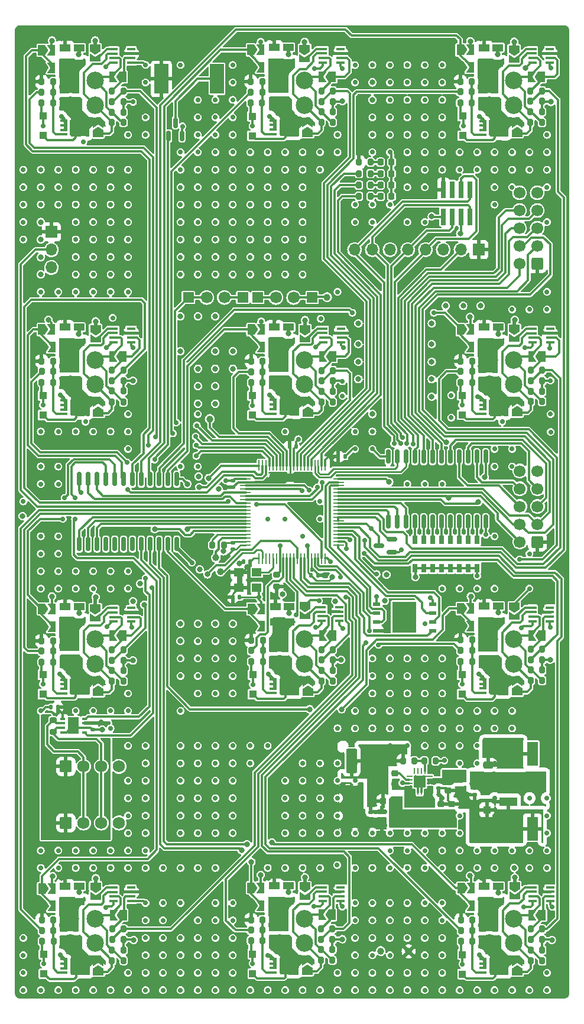
<source format=gtl>
G04 #@! TF.GenerationSoftware,KiCad,Pcbnew,6.0.10-86aedd382b~118~ubuntu20.04.1*
G04 #@! TF.CreationDate,2023-01-07T15:43:11+01:00*
G04 #@! TF.ProjectId,IOB_V3,494f425f-5633-42e6-9b69-6361645f7063,rev?*
G04 #@! TF.SameCoordinates,Original*
G04 #@! TF.FileFunction,Copper,L1,Top*
G04 #@! TF.FilePolarity,Positive*
%FSLAX46Y46*%
G04 Gerber Fmt 4.6, Leading zero omitted, Abs format (unit mm)*
G04 Created by KiCad (PCBNEW 6.0.10-86aedd382b~118~ubuntu20.04.1) date 2023-01-07 15:43:11*
%MOMM*%
%LPD*%
G01*
G04 APERTURE LIST*
G04 Aperture macros list*
%AMRoundRect*
0 Rectangle with rounded corners*
0 $1 Rounding radius*
0 $2 $3 $4 $5 $6 $7 $8 $9 X,Y pos of 4 corners*
0 Add a 4 corners polygon primitive as box body*
4,1,4,$2,$3,$4,$5,$6,$7,$8,$9,$2,$3,0*
0 Add four circle primitives for the rounded corners*
1,1,$1+$1,$2,$3*
1,1,$1+$1,$4,$5*
1,1,$1+$1,$6,$7*
1,1,$1+$1,$8,$9*
0 Add four rect primitives between the rounded corners*
20,1,$1+$1,$2,$3,$4,$5,0*
20,1,$1+$1,$4,$5,$6,$7,0*
20,1,$1+$1,$6,$7,$8,$9,0*
20,1,$1+$1,$8,$9,$2,$3,0*%
%AMFreePoly0*
4,1,6,1.000000,0.000000,0.500000,-0.750000,-0.500000,-0.750000,-0.500000,0.750000,0.500000,0.750000,1.000000,0.000000,1.000000,0.000000,$1*%
%AMFreePoly1*
4,1,6,0.500000,-0.750000,-0.650000,-0.750000,-0.150000,0.000000,-0.650000,0.750000,0.500000,0.750000,0.500000,-0.750000,0.500000,-0.750000,$1*%
G04 Aperture macros list end*
G04 #@! TA.AperFunction,SMDPad,CuDef*
%ADD10RoundRect,0.062500X0.062500X-0.675000X0.062500X0.675000X-0.062500X0.675000X-0.062500X-0.675000X0*%
G04 #@! TD*
G04 #@! TA.AperFunction,SMDPad,CuDef*
%ADD11RoundRect,0.062500X0.675000X-0.062500X0.675000X0.062500X-0.675000X0.062500X-0.675000X-0.062500X0*%
G04 #@! TD*
G04 #@! TA.AperFunction,SMDPad,CuDef*
%ADD12R,1.200000X0.450000*%
G04 #@! TD*
G04 #@! TA.AperFunction,SMDPad,CuDef*
%ADD13RoundRect,0.062500X0.325000X0.062500X-0.325000X0.062500X-0.325000X-0.062500X0.325000X-0.062500X0*%
G04 #@! TD*
G04 #@! TA.AperFunction,SMDPad,CuDef*
%ADD14RoundRect,0.062500X0.062500X0.325000X-0.062500X0.325000X-0.062500X-0.325000X0.062500X-0.325000X0*%
G04 #@! TD*
G04 #@! TA.AperFunction,ComponentPad*
%ADD15C,0.500000*%
G04 #@! TD*
G04 #@! TA.AperFunction,SMDPad,CuDef*
%ADD16R,1.750000X1.750000*%
G04 #@! TD*
G04 #@! TA.AperFunction,SMDPad,CuDef*
%ADD17RoundRect,0.140000X-0.140000X-0.170000X0.140000X-0.170000X0.140000X0.170000X-0.140000X0.170000X0*%
G04 #@! TD*
G04 #@! TA.AperFunction,SMDPad,CuDef*
%ADD18RoundRect,0.200000X0.200000X0.275000X-0.200000X0.275000X-0.200000X-0.275000X0.200000X-0.275000X0*%
G04 #@! TD*
G04 #@! TA.AperFunction,SMDPad,CuDef*
%ADD19RoundRect,0.200000X-0.200000X-0.275000X0.200000X-0.275000X0.200000X0.275000X-0.200000X0.275000X0*%
G04 #@! TD*
G04 #@! TA.AperFunction,SMDPad,CuDef*
%ADD20R,0.740000X2.400000*%
G04 #@! TD*
G04 #@! TA.AperFunction,SMDPad,CuDef*
%ADD21RoundRect,0.218750X0.218750X0.256250X-0.218750X0.256250X-0.218750X-0.256250X0.218750X-0.256250X0*%
G04 #@! TD*
G04 #@! TA.AperFunction,SMDPad,CuDef*
%ADD22RoundRect,0.140000X0.170000X-0.140000X0.170000X0.140000X-0.170000X0.140000X-0.170000X-0.140000X0*%
G04 #@! TD*
G04 #@! TA.AperFunction,SMDPad,CuDef*
%ADD23R,1.000000X0.340000*%
G04 #@! TD*
G04 #@! TA.AperFunction,SMDPad,CuDef*
%ADD24R,0.500000X1.640000*%
G04 #@! TD*
G04 #@! TA.AperFunction,SMDPad,CuDef*
%ADD25R,1.710000X2.290000*%
G04 #@! TD*
G04 #@! TA.AperFunction,SMDPad,CuDef*
%ADD26FreePoly0,180.000000*%
G04 #@! TD*
G04 #@! TA.AperFunction,SMDPad,CuDef*
%ADD27FreePoly1,180.000000*%
G04 #@! TD*
G04 #@! TA.AperFunction,SMDPad,CuDef*
%ADD28R,1.500000X1.000000*%
G04 #@! TD*
G04 #@! TA.AperFunction,SMDPad,CuDef*
%ADD29FreePoly0,0.000000*%
G04 #@! TD*
G04 #@! TA.AperFunction,SMDPad,CuDef*
%ADD30FreePoly1,0.000000*%
G04 #@! TD*
G04 #@! TA.AperFunction,SMDPad,CuDef*
%ADD31FreePoly0,90.000000*%
G04 #@! TD*
G04 #@! TA.AperFunction,SMDPad,CuDef*
%ADD32FreePoly1,90.000000*%
G04 #@! TD*
G04 #@! TA.AperFunction,SMDPad,CuDef*
%ADD33R,1.000000X0.500000*%
G04 #@! TD*
G04 #@! TA.AperFunction,SMDPad,CuDef*
%ADD34R,3.500000X4.500000*%
G04 #@! TD*
G04 #@! TA.AperFunction,SMDPad,CuDef*
%ADD35FreePoly0,270.000000*%
G04 #@! TD*
G04 #@! TA.AperFunction,SMDPad,CuDef*
%ADD36FreePoly1,270.000000*%
G04 #@! TD*
G04 #@! TA.AperFunction,SMDPad,CuDef*
%ADD37R,1.100000X1.100000*%
G04 #@! TD*
G04 #@! TA.AperFunction,SMDPad,CuDef*
%ADD38RoundRect,0.150000X0.587500X0.150000X-0.587500X0.150000X-0.587500X-0.150000X0.587500X-0.150000X0*%
G04 #@! TD*
G04 #@! TA.AperFunction,ComponentPad*
%ADD39C,1.000000*%
G04 #@! TD*
G04 #@! TA.AperFunction,SMDPad,CuDef*
%ADD40RoundRect,0.150000X0.150000X-0.587500X0.150000X0.587500X-0.150000X0.587500X-0.150000X-0.587500X0*%
G04 #@! TD*
G04 #@! TA.AperFunction,SMDPad,CuDef*
%ADD41R,2.000000X4.200000*%
G04 #@! TD*
G04 #@! TA.AperFunction,SMDPad,CuDef*
%ADD42RoundRect,0.250000X0.550000X-1.500000X0.550000X1.500000X-0.550000X1.500000X-0.550000X-1.500000X0*%
G04 #@! TD*
G04 #@! TA.AperFunction,SMDPad,CuDef*
%ADD43RoundRect,0.225000X0.250000X-0.225000X0.250000X0.225000X-0.250000X0.225000X-0.250000X-0.225000X0*%
G04 #@! TD*
G04 #@! TA.AperFunction,SMDPad,CuDef*
%ADD44RoundRect,0.225000X0.225000X0.250000X-0.225000X0.250000X-0.225000X-0.250000X0.225000X-0.250000X0*%
G04 #@! TD*
G04 #@! TA.AperFunction,SMDPad,CuDef*
%ADD45RoundRect,0.200000X0.275000X-0.200000X0.275000X0.200000X-0.275000X0.200000X-0.275000X-0.200000X0*%
G04 #@! TD*
G04 #@! TA.AperFunction,SMDPad,CuDef*
%ADD46R,0.760000X1.270000*%
G04 #@! TD*
G04 #@! TA.AperFunction,SMDPad,CuDef*
%ADD47RoundRect,0.150000X-0.587500X-0.150000X0.587500X-0.150000X0.587500X0.150000X-0.587500X0.150000X0*%
G04 #@! TD*
G04 #@! TA.AperFunction,SMDPad,CuDef*
%ADD48RoundRect,0.250000X0.475000X-0.250000X0.475000X0.250000X-0.475000X0.250000X-0.475000X-0.250000X0*%
G04 #@! TD*
G04 #@! TA.AperFunction,ComponentPad*
%ADD49RoundRect,0.250000X0.600000X0.600000X-0.600000X0.600000X-0.600000X-0.600000X0.600000X-0.600000X0*%
G04 #@! TD*
G04 #@! TA.AperFunction,ComponentPad*
%ADD50C,1.700000*%
G04 #@! TD*
G04 #@! TA.AperFunction,SMDPad,CuDef*
%ADD51RoundRect,0.150000X-0.150000X0.875000X-0.150000X-0.875000X0.150000X-0.875000X0.150000X0.875000X0*%
G04 #@! TD*
G04 #@! TA.AperFunction,SMDPad,CuDef*
%ADD52R,2.540000X1.270000*%
G04 #@! TD*
G04 #@! TA.AperFunction,SMDPad,CuDef*
%ADD53R,1.650000X3.430000*%
G04 #@! TD*
G04 #@! TA.AperFunction,SMDPad,CuDef*
%ADD54RoundRect,0.140000X0.140000X0.170000X-0.140000X0.170000X-0.140000X-0.170000X0.140000X-0.170000X0*%
G04 #@! TD*
G04 #@! TA.AperFunction,SMDPad,CuDef*
%ADD55R,4.200000X1.400000*%
G04 #@! TD*
G04 #@! TA.AperFunction,ComponentPad*
%ADD56RoundRect,0.250000X-0.620000X-0.620000X0.620000X-0.620000X0.620000X0.620000X-0.620000X0.620000X0*%
G04 #@! TD*
G04 #@! TA.AperFunction,ComponentPad*
%ADD57C,1.740000*%
G04 #@! TD*
G04 #@! TA.AperFunction,ComponentPad*
%ADD58R,1.700000X1.700000*%
G04 #@! TD*
G04 #@! TA.AperFunction,ComponentPad*
%ADD59O,1.700000X1.700000*%
G04 #@! TD*
G04 #@! TA.AperFunction,SMDPad,CuDef*
%ADD60R,0.650000X0.350000*%
G04 #@! TD*
G04 #@! TA.AperFunction,SMDPad,CuDef*
%ADD61R,1.550000X2.400000*%
G04 #@! TD*
G04 #@! TA.AperFunction,SMDPad,CuDef*
%ADD62R,1.500000X1.500000*%
G04 #@! TD*
G04 #@! TA.AperFunction,SMDPad,CuDef*
%ADD63RoundRect,0.140000X-0.170000X0.140000X-0.170000X-0.140000X0.170000X-0.140000X0.170000X0.140000X0*%
G04 #@! TD*
G04 #@! TA.AperFunction,SMDPad,CuDef*
%ADD64R,1.400000X1.200000*%
G04 #@! TD*
G04 #@! TA.AperFunction,SMDPad,CuDef*
%ADD65RoundRect,0.225000X-0.250000X0.225000X-0.250000X-0.225000X0.250000X-0.225000X0.250000X0.225000X0*%
G04 #@! TD*
G04 #@! TA.AperFunction,SMDPad,CuDef*
%ADD66R,1.000000X1.500000*%
G04 #@! TD*
G04 #@! TA.AperFunction,ComponentPad*
%ADD67C,2.500000*%
G04 #@! TD*
G04 #@! TA.AperFunction,ViaPad*
%ADD68C,0.800000*%
G04 #@! TD*
G04 #@! TA.AperFunction,ViaPad*
%ADD69C,0.700000*%
G04 #@! TD*
G04 #@! TA.AperFunction,Conductor*
%ADD70C,0.300000*%
G04 #@! TD*
G04 #@! TA.AperFunction,Conductor*
%ADD71C,0.500000*%
G04 #@! TD*
G04 #@! TA.AperFunction,Conductor*
%ADD72C,0.250000*%
G04 #@! TD*
G04 #@! TA.AperFunction,Conductor*
%ADD73C,0.200000*%
G04 #@! TD*
G04 APERTURE END LIST*
D10*
X105250000Y-106687500D03*
X105750000Y-106687500D03*
X106250000Y-106687500D03*
X106750000Y-106687500D03*
X107250000Y-106687500D03*
X107750000Y-106687500D03*
X108250000Y-106687500D03*
X108750000Y-106687500D03*
X109250000Y-106687500D03*
X109750000Y-106687500D03*
X110250000Y-106687500D03*
X110750000Y-106687500D03*
X111250000Y-106687500D03*
X111750000Y-106687500D03*
X112250000Y-106687500D03*
X112750000Y-106687500D03*
X113250000Y-106687500D03*
X113750000Y-106687500D03*
X114250000Y-106687500D03*
X114750000Y-106687500D03*
D11*
X116687500Y-104750000D03*
X116687500Y-104250000D03*
X116687500Y-103750000D03*
X116687500Y-103250000D03*
X116687500Y-102750000D03*
X116687500Y-102250000D03*
X116687500Y-101750000D03*
X116687500Y-101250000D03*
X116687500Y-100750000D03*
X116687500Y-100250000D03*
X116687500Y-99750000D03*
X116687500Y-99250000D03*
X116687500Y-98750000D03*
X116687500Y-98250000D03*
X116687500Y-97750000D03*
X116687500Y-97250000D03*
X116687500Y-96750000D03*
X116687500Y-96250000D03*
X116687500Y-95750000D03*
X116687500Y-95250000D03*
D10*
X114750000Y-93312500D03*
X114250000Y-93312500D03*
X113750000Y-93312500D03*
X113250000Y-93312500D03*
X112750000Y-93312500D03*
X112250000Y-93312500D03*
X111750000Y-93312500D03*
X111250000Y-93312500D03*
X110750000Y-93312500D03*
X110250000Y-93312500D03*
X109750000Y-93312500D03*
X109250000Y-93312500D03*
X108750000Y-93312500D03*
X108250000Y-93312500D03*
X107750000Y-93312500D03*
X107250000Y-93312500D03*
X106750000Y-93312500D03*
X106250000Y-93312500D03*
X105750000Y-93312500D03*
X105250000Y-93312500D03*
D11*
X103312500Y-95250000D03*
X103312500Y-95750000D03*
X103312500Y-96250000D03*
X103312500Y-96750000D03*
X103312500Y-97250000D03*
X103312500Y-97750000D03*
X103312500Y-98250000D03*
X103312500Y-98750000D03*
X103312500Y-99250000D03*
X103312500Y-99750000D03*
X103312500Y-100250000D03*
X103312500Y-100750000D03*
X103312500Y-101250000D03*
X103312500Y-101750000D03*
X103312500Y-102250000D03*
X103312500Y-102750000D03*
X103312500Y-103250000D03*
X103312500Y-103750000D03*
X103312500Y-104250000D03*
X103312500Y-104750000D03*
D12*
X144460000Y-153765000D03*
X144460000Y-154415000D03*
X144460000Y-155065000D03*
X144460000Y-155715000D03*
X146960000Y-155715000D03*
X146960000Y-155065000D03*
X146960000Y-154415000D03*
X146960000Y-153765000D03*
X114420000Y-153745000D03*
X114420000Y-154395000D03*
X114420000Y-155045000D03*
X114420000Y-155695000D03*
X116920000Y-155695000D03*
X116920000Y-155045000D03*
X116920000Y-154395000D03*
X116920000Y-153745000D03*
X84430000Y-153795000D03*
X84430000Y-154445000D03*
X84430000Y-155095000D03*
X84430000Y-155745000D03*
X86930000Y-155745000D03*
X86930000Y-155095000D03*
X86930000Y-154445000D03*
X86930000Y-153795000D03*
X144410000Y-113695000D03*
X144410000Y-114345000D03*
X144410000Y-114995000D03*
X144410000Y-115645000D03*
X146910000Y-115645000D03*
X146910000Y-114995000D03*
X146910000Y-114345000D03*
X146910000Y-113695000D03*
X114240000Y-113645000D03*
X114240000Y-114295000D03*
X114240000Y-114945000D03*
X114240000Y-115595000D03*
X116740000Y-115595000D03*
X116740000Y-114945000D03*
X116740000Y-114295000D03*
X116740000Y-113645000D03*
X84450000Y-113775000D03*
X84450000Y-114425000D03*
X84450000Y-115075000D03*
X84450000Y-115725000D03*
X86950000Y-115725000D03*
X86950000Y-115075000D03*
X86950000Y-114425000D03*
X86950000Y-113775000D03*
X144440000Y-73775000D03*
X144440000Y-74425000D03*
X144440000Y-75075000D03*
X144440000Y-75725000D03*
X146940000Y-75725000D03*
X146940000Y-75075000D03*
X146940000Y-74425000D03*
X146940000Y-73775000D03*
X114470000Y-73735000D03*
X114470000Y-74385000D03*
X114470000Y-75035000D03*
X114470000Y-75685000D03*
X116970000Y-75685000D03*
X116970000Y-75035000D03*
X116970000Y-74385000D03*
X116970000Y-73735000D03*
X84440000Y-73735000D03*
X84440000Y-74385000D03*
X84440000Y-75035000D03*
X84440000Y-75685000D03*
X86940000Y-75685000D03*
X86940000Y-75035000D03*
X86940000Y-74385000D03*
X86940000Y-73735000D03*
X144410000Y-33705000D03*
X144410000Y-34355000D03*
X144410000Y-35005000D03*
X144410000Y-35655000D03*
X146910000Y-35655000D03*
X146910000Y-35005000D03*
X146910000Y-34355000D03*
X146910000Y-33705000D03*
X114420000Y-33695000D03*
X114420000Y-34345000D03*
X114420000Y-34995000D03*
X114420000Y-35645000D03*
X116920000Y-35645000D03*
X116920000Y-34995000D03*
X116920000Y-34345000D03*
X116920000Y-33695000D03*
X84450000Y-33725000D03*
X84450000Y-34375000D03*
X84450000Y-35025000D03*
X84450000Y-35675000D03*
X86950000Y-35675000D03*
X86950000Y-35025000D03*
X86950000Y-34375000D03*
X86950000Y-33725000D03*
D13*
X129737500Y-139350000D03*
X129737500Y-138850000D03*
X129737500Y-138350000D03*
X129737500Y-137850000D03*
D14*
X129025000Y-137137500D03*
X128525000Y-137137500D03*
X128025000Y-137137500D03*
X127525000Y-137137500D03*
D13*
X126812500Y-137850000D03*
X126812500Y-138350000D03*
X126812500Y-138850000D03*
X126812500Y-139350000D03*
D14*
X127525000Y-140062500D03*
X128025000Y-140062500D03*
X128525000Y-140062500D03*
X129025000Y-140062500D03*
D15*
X128900000Y-139225000D03*
X127650000Y-139225000D03*
X127650000Y-137975000D03*
D16*
X128275000Y-138600000D03*
D15*
X128900000Y-137975000D03*
D17*
X101520000Y-112250000D03*
X102480000Y-112250000D03*
D18*
X85850000Y-164250000D03*
X84200000Y-164250000D03*
D19*
X144175000Y-161250000D03*
X145825000Y-161250000D03*
X134125000Y-119850000D03*
X135775000Y-119850000D03*
D20*
X131670000Y-57750000D03*
X131670000Y-53850000D03*
X132940000Y-57750000D03*
X132940000Y-53850000D03*
X134210000Y-57750000D03*
X134210000Y-53850000D03*
X135480000Y-57750000D03*
X135480000Y-53850000D03*
D21*
X124237500Y-54800000D03*
X122662500Y-54800000D03*
D22*
X101500000Y-105380000D03*
X101500000Y-104420000D03*
D18*
X127525000Y-135650000D03*
X125875000Y-135650000D03*
X145825000Y-124175000D03*
X144175000Y-124175000D03*
X145775000Y-44250000D03*
X144125000Y-44250000D03*
D19*
X84175000Y-122750000D03*
X85825000Y-122750000D03*
X134125000Y-118350000D03*
X135775000Y-118350000D03*
X144175000Y-162750000D03*
X145825000Y-162750000D03*
D23*
X77290000Y-124675000D03*
X77290000Y-124025000D03*
X77290000Y-125325000D03*
D24*
X77540000Y-124675000D03*
D23*
X77290000Y-125975000D03*
X80190000Y-124025000D03*
X80190000Y-125325000D03*
X80190000Y-125975000D03*
D25*
X79035000Y-125000000D03*
D23*
X80190000Y-124675000D03*
D26*
X145750000Y-37700000D03*
D27*
X144300000Y-37700000D03*
D21*
X124237500Y-51550000D03*
X122662500Y-51550000D03*
D28*
X107450000Y-33475000D03*
X107450000Y-35675000D03*
D18*
X75775000Y-41450000D03*
X74125000Y-41450000D03*
D29*
X74125000Y-116450000D03*
D30*
X75575000Y-116450000D03*
D31*
X82250000Y-165875000D03*
D32*
X82250000Y-164425000D03*
D19*
X144125000Y-42700000D03*
X145775000Y-42700000D03*
D28*
X107625000Y-113550000D03*
X107625000Y-115750000D03*
D33*
X130100000Y-117015000D03*
X130100000Y-115745000D03*
X130100000Y-114475000D03*
X130100000Y-113205000D03*
X122100000Y-113205000D03*
X122100000Y-114475000D03*
X122100000Y-115745000D03*
X122100000Y-117015000D03*
D34*
X126100000Y-115110000D03*
D19*
X114175000Y-42700000D03*
X115825000Y-42700000D03*
D18*
X135725000Y-41450000D03*
X134075000Y-41450000D03*
D35*
X141860000Y-153525000D03*
D36*
X141860000Y-154975000D03*
D19*
X104125000Y-78400000D03*
X105775000Y-78400000D03*
X144125000Y-39700000D03*
X145775000Y-39700000D03*
D26*
X145800000Y-77725000D03*
D27*
X144350000Y-77725000D03*
D26*
X145825000Y-117675000D03*
D27*
X144375000Y-117675000D03*
D18*
X105750000Y-161400000D03*
X104100000Y-161400000D03*
D29*
X74150000Y-153950000D03*
D30*
X75600000Y-153950000D03*
D37*
X134325000Y-126125000D03*
X134325000Y-123325000D03*
D26*
X85825000Y-157750000D03*
D27*
X84375000Y-157750000D03*
D29*
X104150000Y-113900000D03*
D30*
X105600000Y-113900000D03*
D19*
X134175000Y-158450000D03*
X135825000Y-158450000D03*
D28*
X107475000Y-153525000D03*
X107475000Y-155725000D03*
D31*
X112250000Y-125850000D03*
D32*
X112250000Y-124400000D03*
D31*
X142250000Y-165875000D03*
D32*
X142250000Y-164425000D03*
D35*
X111830000Y-73765000D03*
D36*
X111830000Y-75215000D03*
D38*
X124262500Y-105775000D03*
X124262500Y-103875000D03*
X122387500Y-104825000D03*
D35*
X111800000Y-33615000D03*
D36*
X111800000Y-35065000D03*
D39*
X99725000Y-108550000D03*
D24*
X77540000Y-44650000D03*
D23*
X77290000Y-45300000D03*
X77290000Y-44000000D03*
X77290000Y-44650000D03*
X77290000Y-45950000D03*
D25*
X79035000Y-44975000D03*
D23*
X80190000Y-45950000D03*
X80190000Y-44650000D03*
X80190000Y-44000000D03*
X80190000Y-45300000D03*
D19*
X114175000Y-82725000D03*
X115825000Y-82725000D03*
D29*
X104125000Y-76400000D03*
D30*
X105575000Y-76400000D03*
D18*
X105800000Y-121475000D03*
X104150000Y-121475000D03*
D37*
X134400000Y-166200000D03*
X134400000Y-163400000D03*
D22*
X121275000Y-143955000D03*
X121275000Y-142995000D03*
D28*
X77500000Y-33525000D03*
X77500000Y-35725000D03*
D29*
X74100000Y-73900000D03*
D30*
X75550000Y-73900000D03*
D19*
X104075000Y-39875000D03*
X105725000Y-39875000D03*
D40*
X92325000Y-46162500D03*
X94225000Y-46162500D03*
X93275000Y-44287500D03*
D19*
X84175000Y-81225000D03*
X85825000Y-81225000D03*
X114175000Y-121225000D03*
X115825000Y-121225000D03*
X134125000Y-78400000D03*
X135775000Y-78400000D03*
D28*
X79525000Y-153575000D03*
X79525000Y-155775000D03*
D18*
X105700000Y-41425000D03*
X104050000Y-41425000D03*
D19*
X104100000Y-158400000D03*
X105750000Y-158400000D03*
D18*
X100225000Y-104750000D03*
X98575000Y-104750000D03*
D35*
X111860000Y-113410000D03*
D36*
X111860000Y-114860000D03*
D28*
X109575000Y-113550000D03*
X109575000Y-115750000D03*
D19*
X144175000Y-119700000D03*
X145825000Y-119700000D03*
D39*
X98200000Y-86700000D03*
D26*
X145825000Y-157750000D03*
D27*
X144375000Y-157750000D03*
D17*
X109610000Y-90600000D03*
X110570000Y-90600000D03*
D29*
X74100000Y-36400000D03*
D30*
X75550000Y-36400000D03*
D22*
X81412500Y-131205000D03*
X81412500Y-130245000D03*
D18*
X75775000Y-81475000D03*
X74125000Y-81475000D03*
D26*
X85775000Y-37725000D03*
D27*
X84325000Y-37725000D03*
D41*
X91250000Y-38000000D03*
X99250000Y-38000000D03*
D19*
X144175000Y-159750000D03*
X145825000Y-159750000D03*
D29*
X104075000Y-36350000D03*
D30*
X105525000Y-36350000D03*
D35*
X81850000Y-153580000D03*
D36*
X81850000Y-155030000D03*
D23*
X137315000Y-125275000D03*
X137315000Y-124625000D03*
D24*
X137565000Y-124625000D03*
D23*
X137315000Y-123975000D03*
X137315000Y-125925000D03*
X140215000Y-124625000D03*
X140215000Y-125925000D03*
X140215000Y-123975000D03*
X140215000Y-125275000D03*
D25*
X139060000Y-124950000D03*
D28*
X109500000Y-153525000D03*
X109500000Y-155725000D03*
D18*
X75825000Y-161475000D03*
X74175000Y-161475000D03*
D19*
X119575000Y-53175000D03*
X121225000Y-53175000D03*
D42*
X118500000Y-141250000D03*
X118500000Y-135650000D03*
D19*
X114125000Y-159700000D03*
X115775000Y-159700000D03*
D31*
X82250000Y-125875000D03*
D32*
X82250000Y-124425000D03*
D43*
X132350000Y-139875000D03*
X132350000Y-138325000D03*
D37*
X134450000Y-46125000D03*
X134450000Y-43325000D03*
D29*
X104075000Y-153850000D03*
D30*
X105525000Y-153850000D03*
D23*
X77340000Y-164050000D03*
D24*
X77590000Y-164700000D03*
D23*
X77340000Y-164700000D03*
X77340000Y-165350000D03*
X77340000Y-166000000D03*
X80240000Y-164700000D03*
D25*
X79085000Y-165025000D03*
D23*
X80240000Y-165350000D03*
X80240000Y-164050000D03*
X80240000Y-166000000D03*
D19*
X114175000Y-39700000D03*
X115825000Y-39700000D03*
D44*
X124575000Y-141400000D03*
X123025000Y-141400000D03*
D19*
X104125000Y-79925000D03*
X105775000Y-79925000D03*
D29*
X74125000Y-76400000D03*
D30*
X75575000Y-76400000D03*
D45*
X75737500Y-131500000D03*
X75737500Y-129850000D03*
D18*
X85825000Y-124250000D03*
X84175000Y-124250000D03*
D29*
X134175000Y-153900000D03*
D30*
X135625000Y-153900000D03*
D28*
X139500000Y-113500000D03*
X139500000Y-115700000D03*
X77500000Y-73550000D03*
X77500000Y-75750000D03*
D19*
X144175000Y-122650000D03*
X145825000Y-122650000D03*
X114125000Y-162675000D03*
X115775000Y-162675000D03*
D23*
X107290000Y-43950000D03*
D24*
X107540000Y-44600000D03*
D23*
X107290000Y-44600000D03*
X107290000Y-45250000D03*
X107290000Y-45900000D03*
D25*
X109035000Y-44925000D03*
D23*
X110190000Y-45250000D03*
X110190000Y-44600000D03*
X110190000Y-45900000D03*
X110190000Y-43950000D03*
D19*
X144175000Y-121175000D03*
X145825000Y-121175000D03*
D18*
X145825000Y-84200000D03*
X144175000Y-84200000D03*
D35*
X81840000Y-73755000D03*
D36*
X81840000Y-75205000D03*
D26*
X115750000Y-157700000D03*
D27*
X114300000Y-157700000D03*
D19*
X84175000Y-39750000D03*
X85825000Y-39750000D03*
D46*
X127605000Y-108100000D03*
X128875000Y-108100000D03*
X130145000Y-108100000D03*
X131415000Y-108100000D03*
X132685000Y-108100000D03*
X133955000Y-108100000D03*
X135225000Y-108100000D03*
X136495000Y-108100000D03*
X136495000Y-104000000D03*
X135225000Y-104000000D03*
X133955000Y-104000000D03*
X132685000Y-104000000D03*
X131415000Y-104000000D03*
X130145000Y-104000000D03*
X128875000Y-104000000D03*
X127605000Y-104000000D03*
D18*
X135775000Y-81450000D03*
X134125000Y-81450000D03*
D23*
X77340000Y-84700000D03*
X77340000Y-84050000D03*
X77340000Y-85350000D03*
D24*
X77590000Y-84700000D03*
D23*
X77340000Y-86000000D03*
X80240000Y-84050000D03*
X80240000Y-84700000D03*
X80240000Y-86000000D03*
D25*
X79085000Y-85025000D03*
D23*
X80240000Y-85350000D03*
D19*
X84200000Y-162750000D03*
X85850000Y-162750000D03*
D39*
X99075000Y-106550000D03*
D19*
X74150000Y-159950000D03*
X75800000Y-159950000D03*
X119575000Y-51550000D03*
X121225000Y-51550000D03*
D18*
X115775000Y-164225000D03*
X114125000Y-164225000D03*
D29*
X134125000Y-116350000D03*
D30*
X135575000Y-116350000D03*
D31*
X142200000Y-45825000D03*
D32*
X142200000Y-44375000D03*
D18*
X145825000Y-164300000D03*
X144175000Y-164300000D03*
D28*
X139475000Y-33525000D03*
X139475000Y-35725000D03*
D31*
X142200000Y-85825000D03*
D32*
X142200000Y-84375000D03*
D19*
X74125000Y-39900000D03*
X75775000Y-39900000D03*
D47*
X122812500Y-142975000D03*
X122812500Y-144875000D03*
X124687500Y-143925000D03*
D19*
X119580000Y-49915000D03*
X121230000Y-49915000D03*
X144175000Y-82725000D03*
X145825000Y-82725000D03*
D18*
X115825000Y-44200000D03*
X114175000Y-44200000D03*
D28*
X79475000Y-73550000D03*
X79475000Y-75750000D03*
D35*
X141780000Y-33700000D03*
D36*
X141780000Y-35150000D03*
D28*
X139500000Y-73550000D03*
X139500000Y-75750000D03*
D26*
X115800000Y-117725000D03*
D27*
X114350000Y-117725000D03*
D48*
X138100000Y-138125000D03*
X138100000Y-136225000D03*
D35*
X81800000Y-33575000D03*
D36*
X81800000Y-35025000D03*
D31*
X82225000Y-45850000D03*
D32*
X82225000Y-44400000D03*
D19*
X134075000Y-39850000D03*
X135725000Y-39850000D03*
D29*
X74125000Y-113900000D03*
D30*
X75575000Y-113900000D03*
D49*
X145112500Y-64460000D03*
D50*
X142572500Y-64460000D03*
X145112500Y-61920000D03*
X142572500Y-61920000D03*
X145112500Y-59380000D03*
X142572500Y-59380000D03*
X145112500Y-56840000D03*
X142572500Y-56840000D03*
X145112500Y-54300000D03*
X142572500Y-54300000D03*
D35*
X141840000Y-73705000D03*
D36*
X141840000Y-75155000D03*
D19*
X144175000Y-79725000D03*
X145825000Y-79725000D03*
X74125000Y-78400000D03*
X75775000Y-78400000D03*
D37*
X134350000Y-86100000D03*
X134350000Y-83300000D03*
D19*
X74125000Y-38400000D03*
X75775000Y-38400000D03*
D37*
X74450000Y-166150000D03*
X74450000Y-163350000D03*
X74300000Y-126100000D03*
X74300000Y-123300000D03*
D28*
X137500000Y-113500000D03*
X137500000Y-115700000D03*
D21*
X124237500Y-53175000D03*
X122662500Y-53175000D03*
D51*
X137735000Y-92100000D03*
X136465000Y-92100000D03*
X135195000Y-92100000D03*
X133925000Y-92100000D03*
X132655000Y-92100000D03*
X131385000Y-92100000D03*
X130115000Y-92100000D03*
X128845000Y-92100000D03*
X127575000Y-92100000D03*
X126305000Y-92100000D03*
X125035000Y-92100000D03*
X123765000Y-92100000D03*
X123765000Y-101400000D03*
X125035000Y-101400000D03*
X126305000Y-101400000D03*
X127575000Y-101400000D03*
X128845000Y-101400000D03*
X130115000Y-101400000D03*
X131385000Y-101400000D03*
X132655000Y-101400000D03*
X133925000Y-101400000D03*
X135195000Y-101400000D03*
X136465000Y-101400000D03*
X137735000Y-101400000D03*
D19*
X74150000Y-158450000D03*
X75800000Y-158450000D03*
X84225000Y-159750000D03*
X85875000Y-159750000D03*
D35*
X141810000Y-113505000D03*
D36*
X141810000Y-114955000D03*
D39*
X126700000Y-162950000D03*
D19*
X104150000Y-118400000D03*
X105800000Y-118400000D03*
D31*
X112200000Y-165825000D03*
D32*
X112200000Y-164375000D03*
D18*
X115825000Y-84250000D03*
X114175000Y-84250000D03*
D19*
X84175000Y-121250000D03*
X85825000Y-121250000D03*
D18*
X75775000Y-121500000D03*
X74125000Y-121500000D03*
D52*
X140980000Y-138500000D03*
X140980000Y-141500000D03*
D53*
X144400000Y-134615000D03*
X144400000Y-145385000D03*
D26*
X115825000Y-77725000D03*
D27*
X114375000Y-77725000D03*
D23*
X107315000Y-83975000D03*
X107315000Y-84625000D03*
D24*
X107565000Y-84625000D03*
D23*
X107315000Y-85275000D03*
X107315000Y-85925000D03*
X110215000Y-83975000D03*
X110215000Y-85275000D03*
X110215000Y-85925000D03*
X110215000Y-84625000D03*
D25*
X109060000Y-84950000D03*
D28*
X79500000Y-113600000D03*
X79500000Y-115800000D03*
D19*
X114175000Y-41225000D03*
X115825000Y-41225000D03*
D54*
X76417500Y-128000000D03*
X75457500Y-128000000D03*
D55*
X128275000Y-141650000D03*
X128275000Y-144450000D03*
D18*
X85825000Y-84250000D03*
X84175000Y-84250000D03*
D28*
X137500000Y-153600000D03*
X137500000Y-155800000D03*
D43*
X124725000Y-138975000D03*
X124725000Y-137425000D03*
D26*
X85800000Y-77725000D03*
D27*
X84350000Y-77725000D03*
D29*
X74100000Y-33900000D03*
D30*
X75550000Y-33900000D03*
D19*
X74150000Y-79900000D03*
X75800000Y-79900000D03*
D29*
X134125000Y-113850000D03*
D30*
X135575000Y-113850000D03*
D18*
X115825000Y-124250000D03*
X114175000Y-124250000D03*
X85825000Y-44225000D03*
X84175000Y-44225000D03*
D26*
X85775000Y-117750000D03*
D27*
X84325000Y-117750000D03*
D56*
X77590000Y-136450000D03*
D57*
X80130000Y-136450000D03*
X82670000Y-136450000D03*
X85210000Y-136450000D03*
D58*
X136725000Y-62450000D03*
D59*
X134185000Y-62450000D03*
X131645000Y-62450000D03*
X129105000Y-62450000D03*
X126565000Y-62450000D03*
X124025000Y-62450000D03*
X121485000Y-62450000D03*
X118945000Y-62450000D03*
D60*
X80237500Y-131575000D03*
X80237500Y-130925000D03*
X80237500Y-130275000D03*
X80237500Y-129625000D03*
X77137500Y-129625000D03*
X77137500Y-130275000D03*
X77137500Y-130925000D03*
X77137500Y-131575000D03*
D61*
X78687500Y-130600000D03*
D37*
X104350000Y-166125000D03*
X104350000Y-163325000D03*
D19*
X144125000Y-41200000D03*
X145775000Y-41200000D03*
X134125000Y-79900000D03*
X135775000Y-79900000D03*
D18*
X105775000Y-81475000D03*
X104125000Y-81475000D03*
D17*
X116620000Y-92100000D03*
X117580000Y-92100000D03*
D28*
X79475000Y-33550000D03*
X79475000Y-35750000D03*
X107475000Y-73550000D03*
X107475000Y-75750000D03*
D35*
X81830000Y-113765000D03*
D36*
X81830000Y-115215000D03*
D19*
X128925000Y-135650000D03*
X130575000Y-135650000D03*
D29*
X134175000Y-156450000D03*
D30*
X135625000Y-156450000D03*
D19*
X74125000Y-119950000D03*
X75775000Y-119950000D03*
D56*
X77590000Y-144550000D03*
D57*
X80130000Y-144550000D03*
X82670000Y-144550000D03*
X85210000Y-144550000D03*
D58*
X75525000Y-59925000D03*
D59*
X75525000Y-62465000D03*
X75525000Y-65005000D03*
D29*
X74150000Y-156450000D03*
D30*
X75600000Y-156450000D03*
D19*
X84175000Y-79725000D03*
X85825000Y-79725000D03*
D28*
X137475000Y-73550000D03*
X137475000Y-75750000D03*
D22*
X101500000Y-96480000D03*
X101500000Y-95520000D03*
D39*
X122675000Y-162900000D03*
D19*
X134075000Y-38350000D03*
X135725000Y-38350000D03*
D37*
X104375000Y-126125000D03*
X104375000Y-123325000D03*
D31*
X112225000Y-45800000D03*
D32*
X112225000Y-44350000D03*
D22*
X130975000Y-139580000D03*
X130975000Y-138620000D03*
D28*
X109450000Y-33475000D03*
X109450000Y-35675000D03*
X139500000Y-153600000D03*
X139500000Y-155800000D03*
D19*
X114125000Y-161200000D03*
X115775000Y-161200000D03*
D39*
X115000000Y-69250000D03*
D19*
X84175000Y-82700000D03*
X85825000Y-82700000D03*
D31*
X142250000Y-125800000D03*
D32*
X142250000Y-124350000D03*
D50*
X100295000Y-69300000D03*
D62*
X102925000Y-69300000D03*
D50*
X97755000Y-69300000D03*
D62*
X95125000Y-69300000D03*
D28*
X137500000Y-33525000D03*
X137500000Y-35725000D03*
D37*
X104300000Y-46150000D03*
X104300000Y-43350000D03*
D23*
X137315000Y-45325000D03*
D24*
X137565000Y-44675000D03*
D23*
X137315000Y-44025000D03*
X137315000Y-44675000D03*
X137315000Y-45975000D03*
D25*
X139060000Y-45000000D03*
D23*
X140215000Y-44675000D03*
X140215000Y-44025000D03*
X140215000Y-45975000D03*
X140215000Y-45325000D03*
D37*
X74325000Y-86150000D03*
X74325000Y-83350000D03*
D29*
X104125000Y-73900000D03*
D30*
X105575000Y-73900000D03*
D19*
X104100000Y-159900000D03*
X105750000Y-159900000D03*
D28*
X77500000Y-113600000D03*
X77500000Y-115800000D03*
D63*
X136150000Y-139570000D03*
X136150000Y-140530000D03*
D19*
X84175000Y-119750000D03*
X85825000Y-119750000D03*
D24*
X137590000Y-164675000D03*
D23*
X137340000Y-164025000D03*
X137340000Y-165325000D03*
X137340000Y-164675000D03*
X137340000Y-165975000D03*
X140240000Y-165325000D03*
X140240000Y-164675000D03*
X140240000Y-164025000D03*
X140240000Y-165975000D03*
D25*
X139085000Y-165000000D03*
D29*
X134075000Y-36350000D03*
D30*
X135525000Y-36350000D03*
D64*
X102380000Y-110850000D03*
X104920000Y-110850000D03*
X104920000Y-108650000D03*
X102380000Y-108650000D03*
D65*
X131325000Y-141825000D03*
X131325000Y-143375000D03*
D66*
X136125000Y-138025000D03*
X133925000Y-138025000D03*
D23*
X137305000Y-84025000D03*
X137305000Y-84675000D03*
D24*
X137555000Y-84675000D03*
D23*
X137305000Y-85325000D03*
X137305000Y-85975000D03*
X140205000Y-84025000D03*
X140205000Y-85975000D03*
X140205000Y-85325000D03*
X140205000Y-84675000D03*
D25*
X139050000Y-85000000D03*
D19*
X144175000Y-81225000D03*
X145825000Y-81225000D03*
X104150000Y-119875000D03*
X105800000Y-119875000D03*
D21*
X124237500Y-49925000D03*
X122662500Y-49925000D03*
D19*
X114175000Y-81225000D03*
X115825000Y-81225000D03*
D28*
X77500000Y-153575000D03*
X77500000Y-155775000D03*
D37*
X137900000Y-139875000D03*
X137900000Y-142675000D03*
D19*
X114175000Y-119725000D03*
X115825000Y-119725000D03*
D37*
X74325000Y-46125000D03*
X74325000Y-43325000D03*
D19*
X84175000Y-41250000D03*
X85825000Y-41250000D03*
D29*
X104150000Y-116400000D03*
D30*
X105600000Y-116400000D03*
D18*
X135825000Y-161500000D03*
X134175000Y-161500000D03*
D65*
X132875000Y-141825000D03*
X132875000Y-143375000D03*
D54*
X103980000Y-107100000D03*
X103020000Y-107100000D03*
D31*
X112250000Y-85850000D03*
D32*
X112250000Y-84400000D03*
D29*
X134100000Y-73900000D03*
D30*
X135550000Y-73900000D03*
D19*
X104075000Y-38350000D03*
X105725000Y-38350000D03*
X119575000Y-54800000D03*
X121225000Y-54800000D03*
D28*
X109500000Y-73550000D03*
X109500000Y-75750000D03*
D31*
X82250000Y-85850000D03*
D32*
X82250000Y-84400000D03*
D23*
X107290000Y-165325000D03*
D24*
X107540000Y-164675000D03*
D23*
X107290000Y-164675000D03*
X107290000Y-164025000D03*
X107290000Y-165975000D03*
X110190000Y-164025000D03*
X110190000Y-165325000D03*
X110190000Y-164675000D03*
D25*
X109035000Y-165000000D03*
D23*
X110190000Y-165975000D03*
D19*
X134175000Y-159950000D03*
X135825000Y-159950000D03*
D23*
X107315000Y-124000000D03*
X107315000Y-125300000D03*
D24*
X107565000Y-124650000D03*
D23*
X107315000Y-124650000D03*
X107315000Y-125950000D03*
X110215000Y-124650000D03*
D25*
X109060000Y-124975000D03*
D23*
X110215000Y-124000000D03*
X110215000Y-125300000D03*
X110215000Y-125950000D03*
D19*
X84175000Y-42750000D03*
X85825000Y-42750000D03*
D26*
X115775000Y-37675000D03*
D27*
X114325000Y-37675000D03*
D19*
X114175000Y-122725000D03*
X115825000Y-122725000D03*
D29*
X104075000Y-156400000D03*
D30*
X105525000Y-156400000D03*
D29*
X134075000Y-33850000D03*
D30*
X135525000Y-33850000D03*
D19*
X84225000Y-161250000D03*
X85875000Y-161250000D03*
D29*
X104075000Y-33850000D03*
D30*
X105525000Y-33850000D03*
D37*
X104325000Y-86150000D03*
X104325000Y-83350000D03*
D45*
X107790000Y-110685000D03*
X107790000Y-109035000D03*
D35*
X111820000Y-153570000D03*
D36*
X111820000Y-155020000D03*
D29*
X134100000Y-76400000D03*
D30*
X135550000Y-76400000D03*
D54*
X113680000Y-109100000D03*
X112720000Y-109100000D03*
D51*
X93485000Y-95300000D03*
X92215000Y-95300000D03*
X90945000Y-95300000D03*
X89675000Y-95300000D03*
X88405000Y-95300000D03*
X87135000Y-95300000D03*
X85865000Y-95300000D03*
X84595000Y-95300000D03*
X83325000Y-95300000D03*
X82055000Y-95300000D03*
X80785000Y-95300000D03*
X79515000Y-95300000D03*
X79515000Y-104600000D03*
X80785000Y-104600000D03*
X82055000Y-104600000D03*
X83325000Y-104600000D03*
X84595000Y-104600000D03*
X85865000Y-104600000D03*
X87135000Y-104600000D03*
X88405000Y-104600000D03*
X89675000Y-104600000D03*
X90945000Y-104600000D03*
X92215000Y-104600000D03*
X93485000Y-104600000D03*
D18*
X135775000Y-121400000D03*
X134125000Y-121400000D03*
D19*
X114175000Y-79750000D03*
X115825000Y-79750000D03*
D62*
X105050000Y-69300000D03*
D50*
X107680000Y-69300000D03*
X110220000Y-69300000D03*
D62*
X112850000Y-69300000D03*
D49*
X145152500Y-104310000D03*
D50*
X142612500Y-104310000D03*
X145152500Y-101770000D03*
X142612500Y-101770000D03*
X145152500Y-99230000D03*
X142612500Y-99230000D03*
X145152500Y-96690000D03*
X142612500Y-96690000D03*
X145152500Y-94150000D03*
X142612500Y-94150000D03*
D19*
X74125000Y-118450000D03*
X75775000Y-118450000D03*
D67*
X78232233Y-118232233D03*
X81767767Y-118232233D03*
X81767767Y-121767767D03*
X78232233Y-121767767D03*
X78232233Y-158232233D03*
X81767767Y-158232233D03*
X81767767Y-161767767D03*
X78232233Y-161767767D03*
X138232233Y-158232233D03*
X141767767Y-158232233D03*
X141767767Y-161767767D03*
X138232233Y-161767767D03*
X108232233Y-118232233D03*
X111767767Y-118232233D03*
X111767767Y-121767767D03*
X108232233Y-121767767D03*
X138232233Y-38232233D03*
X141767767Y-38232233D03*
X141767767Y-41767767D03*
X138232233Y-41767767D03*
X108232233Y-158232233D03*
X111767767Y-158232233D03*
X111767767Y-161767767D03*
X108232233Y-161767767D03*
X108232233Y-38232233D03*
X111767767Y-38232233D03*
X111767767Y-41767767D03*
X108232233Y-41767767D03*
X78232233Y-38232233D03*
X81767767Y-38232233D03*
X81767767Y-41767767D03*
X78232233Y-41767767D03*
X78232233Y-78232233D03*
X81767767Y-78232233D03*
X81767767Y-81767767D03*
X78232233Y-81767767D03*
X138232233Y-78232233D03*
X141767767Y-78232233D03*
X141767767Y-81767767D03*
X138232233Y-81767767D03*
X108232233Y-78232233D03*
X111767767Y-78232233D03*
X111767767Y-81767767D03*
X108232233Y-81767767D03*
X138232233Y-118232233D03*
X141767767Y-118232233D03*
X141767767Y-121767767D03*
X138232233Y-121767767D03*
D68*
X120225000Y-57250000D03*
X137000000Y-32200000D03*
X107200000Y-32200000D03*
X77000000Y-32200000D03*
X77000000Y-72200000D03*
X137000000Y-72200000D03*
X137000000Y-112200000D03*
X137200000Y-152400000D03*
X106600000Y-152400000D03*
X77000000Y-152400000D03*
X76800000Y-112200000D03*
X71400000Y-100600000D03*
X141800000Y-151000000D03*
X108600000Y-111800000D03*
X116200000Y-112800000D03*
X87200000Y-112800000D03*
X96750000Y-108250000D03*
X99500000Y-96750000D03*
X123250000Y-112750000D03*
X123500000Y-109000000D03*
X143750000Y-129750000D03*
X94000000Y-116000000D03*
X96500000Y-116000000D03*
X99000000Y-116000000D03*
X101500000Y-116000000D03*
X94000000Y-118500000D03*
X132000000Y-70500000D03*
X134500000Y-70500000D03*
X137000000Y-70500000D03*
X130000000Y-73000000D03*
X119500000Y-73000000D03*
X119500000Y-76000000D03*
X119500000Y-78500000D03*
X119500000Y-81000000D03*
X121500000Y-86000000D03*
X130000000Y-83500000D03*
X130000000Y-81000000D03*
X130000000Y-78500000D03*
X130000000Y-76000000D03*
X96500000Y-84500000D03*
X99000000Y-84500000D03*
X99000000Y-82000000D03*
X96500000Y-82000000D03*
X96500000Y-79500000D03*
X99000000Y-79500000D03*
X101500000Y-79500000D03*
X101500000Y-77000000D03*
X99000000Y-77000000D03*
X94000000Y-77000000D03*
X99000000Y-72000000D03*
X96500000Y-72000000D03*
X94000000Y-72000000D03*
X109450000Y-34450000D03*
X139850000Y-139750000D03*
X79500000Y-114500000D03*
X139500000Y-154550000D03*
X139450000Y-34500000D03*
X109500000Y-154450000D03*
X79450000Y-74500000D03*
X139500000Y-114450000D03*
X109600000Y-114500000D03*
X79450000Y-34450000D03*
X139500000Y-74500000D03*
X79500000Y-154500000D03*
X109500000Y-74450000D03*
D69*
X101500000Y-56000000D03*
X76500000Y-56000000D03*
X144000000Y-71000000D03*
X101500000Y-146000000D03*
X109000000Y-138500000D03*
X124000000Y-48500000D03*
X139000000Y-131000000D03*
X101500000Y-41000000D03*
X94000000Y-136000000D03*
X89000000Y-46000000D03*
X74000000Y-56000000D03*
X114000000Y-143500000D03*
X94000000Y-141000000D03*
X76500000Y-93500000D03*
X121500000Y-166000000D03*
X94000000Y-58500000D03*
X116500000Y-131000000D03*
X131500000Y-121000000D03*
X81500000Y-63500000D03*
X119000000Y-88500000D03*
X101500000Y-136000000D03*
X71500000Y-58500000D03*
X116500000Y-166000000D03*
X101500000Y-61000000D03*
X129000000Y-51000000D03*
X134000000Y-51000000D03*
X114000000Y-101000000D03*
X129000000Y-151000000D03*
D68*
X115725000Y-109375000D03*
X135525000Y-32600000D03*
D69*
X134000000Y-128500000D03*
X84000000Y-148500000D03*
D68*
X100200000Y-105650500D03*
D69*
X86500000Y-148500000D03*
X89000000Y-36000000D03*
X96500000Y-158500000D03*
X101500000Y-118500000D03*
X121500000Y-156000000D03*
X104000000Y-61000000D03*
X79775000Y-97225000D03*
X147100000Y-36430000D03*
X86500000Y-66000000D03*
X129000000Y-43500000D03*
X124000000Y-166000000D03*
X89000000Y-166000000D03*
X106500000Y-61000000D03*
X144000000Y-141000000D03*
X126500000Y-58500000D03*
X134325000Y-84700000D03*
X146500000Y-68500000D03*
X139000000Y-103500000D03*
X121500000Y-91000000D03*
X131500000Y-46000000D03*
X124000000Y-146000000D03*
X124000000Y-41000000D03*
X81500000Y-53500000D03*
X94300000Y-44800000D03*
X71500000Y-51000000D03*
D68*
X117200000Y-41200000D03*
X130000000Y-57700000D03*
D69*
X124000000Y-36000000D03*
X96500000Y-118500000D03*
X131500000Y-141000000D03*
X146500000Y-48500000D03*
X96500000Y-163500000D03*
X126500000Y-158500000D03*
X74350000Y-44700000D03*
X101500000Y-58500000D03*
X79000000Y-168500000D03*
X136500000Y-109175000D03*
X86500000Y-110970999D03*
D68*
X74000000Y-66000000D03*
D69*
X129000000Y-41000000D03*
X96500000Y-51000000D03*
D68*
X105500000Y-152000000D03*
D69*
X105500000Y-32675000D03*
X81500000Y-111000000D03*
X119000000Y-146000000D03*
X116500000Y-48500000D03*
X129000000Y-156000000D03*
X144000000Y-51000000D03*
X136500000Y-48500000D03*
X106500000Y-163500000D03*
X109000000Y-168500000D03*
X111500000Y-61000000D03*
X111500000Y-146000000D03*
X131500000Y-111000000D03*
X99000000Y-133500000D03*
X91500000Y-151000000D03*
X86500000Y-46000000D03*
X136500000Y-136000000D03*
X89000000Y-141000000D03*
X71500000Y-56000000D03*
X94000000Y-166000000D03*
X96500000Y-66000000D03*
X139000000Y-48500000D03*
X140100000Y-87100000D03*
X104000000Y-51000000D03*
X91500000Y-163500000D03*
X76500000Y-106000000D03*
X131500000Y-158500000D03*
D68*
X117000000Y-121200000D03*
D69*
X76800000Y-163400000D03*
X96500000Y-86000000D03*
X139000000Y-136000000D03*
X86500000Y-63500000D03*
X79000000Y-53500000D03*
X146500000Y-46000000D03*
X129794000Y-112330000D03*
X89000000Y-161000000D03*
X101500000Y-38500000D03*
D68*
X135500000Y-152100000D03*
D69*
X129000000Y-46000000D03*
X106800000Y-43350000D03*
X101500000Y-126000000D03*
X96500000Y-63500000D03*
X74000000Y-103500000D03*
X134000000Y-143500000D03*
X129000000Y-126000000D03*
X124000000Y-46000000D03*
X105250000Y-112175000D03*
X81500000Y-68500000D03*
X119000000Y-136000000D03*
X106500000Y-63500000D03*
X111500000Y-103500000D03*
X124000000Y-156000000D03*
X71500000Y-61000000D03*
X129000000Y-128500000D03*
X114000000Y-48500000D03*
X111500000Y-51000000D03*
X106500000Y-168500000D03*
X113400000Y-116570000D03*
X131500000Y-36000000D03*
X129000000Y-131000000D03*
X99000000Y-151000000D03*
X74000000Y-88500000D03*
X83510000Y-116430000D03*
X124000000Y-158500000D03*
X134400000Y-164750000D03*
X121500000Y-128500000D03*
X146500000Y-58500000D03*
X126500000Y-133500000D03*
X99000000Y-51000000D03*
X119000000Y-156000000D03*
X126500000Y-41000000D03*
X111500000Y-141000000D03*
X136550000Y-83550000D03*
X79000000Y-66000000D03*
X99000000Y-168500000D03*
X114000000Y-136000000D03*
X81500000Y-56000000D03*
X74000000Y-51000000D03*
X126500000Y-148500000D03*
X81500000Y-61000000D03*
X121500000Y-58500000D03*
X129000000Y-58500000D03*
X146500000Y-151000000D03*
X84000000Y-131000000D03*
X87200000Y-76500000D03*
X79000000Y-108500000D03*
D68*
X81850000Y-72725000D03*
D69*
X76750000Y-123250000D03*
X101500000Y-123500000D03*
X104000000Y-58500000D03*
D68*
X127650000Y-109300000D03*
D69*
X101500000Y-166000000D03*
X131500000Y-148500000D03*
X76500000Y-148500000D03*
X139000000Y-168500000D03*
X114000000Y-151000000D03*
X109000000Y-66000000D03*
X126500000Y-36000000D03*
X121500000Y-146000000D03*
X106800000Y-83250000D03*
X126500000Y-53500000D03*
X113220000Y-36500000D03*
X112150000Y-104825000D03*
X74000000Y-168500000D03*
X71500000Y-163500000D03*
X139000000Y-91000000D03*
X81500000Y-128500000D03*
X86500000Y-61000000D03*
X121500000Y-131000000D03*
X86500000Y-86000000D03*
X136500000Y-148500000D03*
X96500000Y-133500000D03*
X129000000Y-133500000D03*
D68*
X143430000Y-36440000D03*
D69*
X106500000Y-151000000D03*
X141500000Y-53500000D03*
X141500000Y-148500000D03*
X131500000Y-146000000D03*
X131500000Y-123500000D03*
X101500000Y-168500000D03*
X96500000Y-46000000D03*
X94000000Y-128500000D03*
X139000000Y-143500000D03*
D68*
X87200000Y-121300000D03*
D69*
X104300000Y-84800000D03*
X110900000Y-89600000D03*
X99000000Y-53500000D03*
X99000000Y-121000000D03*
X89000000Y-148500000D03*
X76500000Y-51000000D03*
X94000000Y-156000000D03*
X101500000Y-48500000D03*
X106500000Y-51000000D03*
X76500000Y-103500000D03*
X94000000Y-138500000D03*
X136500000Y-168500000D03*
X81500000Y-168500000D03*
X106500000Y-66000000D03*
X126500000Y-96000000D03*
X101500000Y-143500000D03*
X121500000Y-48500000D03*
X124000000Y-38500000D03*
X99000000Y-63500000D03*
X101500000Y-156000000D03*
X139000000Y-56000000D03*
X131500000Y-161000000D03*
D68*
X81875000Y-152475000D03*
D69*
X94000000Y-93500000D03*
X131500000Y-43500000D03*
X117330000Y-76520000D03*
X81500000Y-66000000D03*
X146500000Y-143500000D03*
X96500000Y-166000000D03*
X101500000Y-158500000D03*
X91500000Y-161000000D03*
X124000000Y-56000000D03*
X121500000Y-136000000D03*
X131500000Y-163500000D03*
D68*
X141800000Y-32675000D03*
D69*
X134000000Y-133500000D03*
X99000000Y-163500000D03*
X89000000Y-146000000D03*
X86500000Y-151000000D03*
X117220000Y-36480000D03*
X89000000Y-38500000D03*
X79000000Y-58500000D03*
X101500000Y-66000000D03*
X89000000Y-156000000D03*
X124000000Y-128500000D03*
X146500000Y-146000000D03*
X106500000Y-133500000D03*
X124000000Y-123500000D03*
X86500000Y-108500000D03*
X79000000Y-111000000D03*
X84000000Y-63500000D03*
X126500000Y-43500000D03*
X129000000Y-48500000D03*
X131500000Y-96000000D03*
D68*
X74000000Y-63500000D03*
D69*
X124000000Y-168500000D03*
X146500000Y-51000000D03*
X121500000Y-141000000D03*
X129000000Y-123500000D03*
X74000000Y-68500000D03*
X117290000Y-116730000D03*
X111500000Y-58500000D03*
X79000000Y-51000000D03*
X121500000Y-36000000D03*
X96500000Y-126000000D03*
X114000000Y-146000000D03*
X139000000Y-53500000D03*
X106500000Y-48500000D03*
X89000000Y-163500000D03*
X101500000Y-161000000D03*
X144000000Y-48500000D03*
X116500000Y-136000000D03*
X74425000Y-164725000D03*
X147000000Y-86000000D03*
X71500000Y-161000000D03*
X96500000Y-138500000D03*
X131500000Y-151000000D03*
X86500000Y-133500000D03*
X121500000Y-158500000D03*
X109000000Y-141000000D03*
X109000000Y-61000000D03*
X89000000Y-138500000D03*
X96500000Y-56000000D03*
X134500000Y-44725000D03*
X84000000Y-61000000D03*
X146500000Y-53500000D03*
X99000000Y-118500000D03*
X134000000Y-148500000D03*
X136500000Y-151000000D03*
X99000000Y-41000000D03*
X84000000Y-168500000D03*
X126500000Y-121000000D03*
X131500000Y-41000000D03*
X116500000Y-146000000D03*
X99000000Y-61000000D03*
D68*
X141875000Y-72525000D03*
D69*
X139000000Y-151000000D03*
X114000000Y-51000000D03*
X109000000Y-151000000D03*
X111500000Y-151000000D03*
D68*
X81850000Y-112200000D03*
D69*
X142810000Y-116580000D03*
X94000000Y-143500000D03*
X84290000Y-72220000D03*
X109000000Y-101000000D03*
X106500000Y-58500000D03*
X106600000Y-123250000D03*
X113410000Y-76370000D03*
X116500000Y-138500000D03*
X132800000Y-86500000D03*
X104350000Y-164675000D03*
X129000000Y-148500000D03*
X144000000Y-168500000D03*
X131500000Y-166000000D03*
X139000000Y-93500000D03*
X84000000Y-151000000D03*
X83430000Y-76480000D03*
X147250000Y-156560000D03*
X94000000Y-121000000D03*
X94000000Y-133500000D03*
X129000000Y-146000000D03*
X131500000Y-51000000D03*
X143150000Y-156620000D03*
D68*
X75700000Y-152200000D03*
D69*
X134000000Y-151000000D03*
X119000000Y-161000000D03*
X106500000Y-56000000D03*
X134000000Y-131000000D03*
X94000000Y-63500000D03*
X89000000Y-168500000D03*
D68*
X82800000Y-131200000D03*
D69*
X131500000Y-131000000D03*
X147050000Y-88550000D03*
X99000000Y-43500000D03*
X134000000Y-141000000D03*
X146500000Y-168500000D03*
X74000000Y-151000000D03*
X146500000Y-166000000D03*
X116500000Y-68500000D03*
X71500000Y-98500000D03*
X141500000Y-93500000D03*
X131500000Y-128500000D03*
X86500000Y-68500000D03*
X84000000Y-53500000D03*
X84000000Y-128500000D03*
X111500000Y-66000000D03*
X124000000Y-126000000D03*
X79000000Y-56000000D03*
X109000000Y-51000000D03*
X94000000Y-53500000D03*
X126500000Y-166000000D03*
X141500000Y-71000000D03*
X139000000Y-146000000D03*
X111500000Y-136000000D03*
X134000000Y-111000000D03*
X121500000Y-123500000D03*
X111500000Y-63500000D03*
X141500000Y-48500000D03*
X136800000Y-163400000D03*
X117200000Y-83400000D03*
X96500000Y-53500000D03*
X71500000Y-168500000D03*
X124000000Y-163500000D03*
X126500000Y-156000000D03*
X76500000Y-53500000D03*
X94000000Y-163500000D03*
D68*
X74000000Y-61000000D03*
X147200000Y-161300000D03*
D69*
X99000000Y-123500000D03*
X79000000Y-68500000D03*
X81500000Y-88500000D03*
X101500000Y-141000000D03*
X124000000Y-121000000D03*
D68*
X121500000Y-38500000D03*
D69*
X124000000Y-131000000D03*
X109000000Y-58500000D03*
X101500000Y-133500000D03*
X99000000Y-66000000D03*
X129000000Y-116000000D03*
D68*
X135500000Y-72100000D03*
D69*
X71500000Y-166000000D03*
X104000000Y-53500000D03*
X94000000Y-123500000D03*
X81500000Y-148500000D03*
X84000000Y-56000000D03*
X83300000Y-36300000D03*
X146500000Y-71000000D03*
X136500000Y-131000000D03*
X119000000Y-56000000D03*
X79000000Y-151000000D03*
X74000000Y-53500000D03*
X91500000Y-156000000D03*
X86500000Y-141000000D03*
X144000000Y-148500000D03*
X111500000Y-168500000D03*
X76500000Y-151000000D03*
D68*
X111825000Y-152325000D03*
D69*
X129000000Y-161000000D03*
X119000000Y-158500000D03*
X84000000Y-68500000D03*
X84000000Y-108500000D03*
X99000000Y-158500000D03*
D68*
X146950500Y-121200000D03*
D69*
X126500000Y-51000000D03*
X80100000Y-47000000D03*
X111500000Y-143500000D03*
X129000000Y-36000000D03*
X116445042Y-150566519D03*
X94000000Y-56000000D03*
D68*
X81800000Y-32500000D03*
D69*
X94000000Y-51000000D03*
X129000000Y-166000000D03*
X87050000Y-116560000D03*
D68*
X87200000Y-81200000D03*
D69*
X94000000Y-66000000D03*
X79000000Y-148500000D03*
X89000000Y-133500000D03*
X134000000Y-168500000D03*
X81500000Y-108500000D03*
X144000000Y-106000000D03*
X104000000Y-168500000D03*
X121500000Y-138500000D03*
X99000000Y-56000000D03*
X126500000Y-131000000D03*
X131500000Y-38500000D03*
X99000000Y-143500000D03*
X86500000Y-143500000D03*
X96500000Y-168500000D03*
X91500000Y-166000000D03*
X94000000Y-146000000D03*
X74000000Y-106000000D03*
X124000000Y-133500000D03*
X146500000Y-141000000D03*
X141500000Y-91000000D03*
X76500000Y-68500000D03*
X129000000Y-168500000D03*
X119000000Y-131000000D03*
X94000000Y-151000000D03*
X104325000Y-44725000D03*
X119000000Y-168500000D03*
X76800000Y-83250000D03*
X124000000Y-161000000D03*
X121500000Y-88500000D03*
X136500000Y-133500000D03*
X91500000Y-158500000D03*
X141500000Y-133500000D03*
X96500000Y-141000000D03*
X84000000Y-111000000D03*
X84000000Y-58500000D03*
X136500000Y-143500000D03*
X101500000Y-51000000D03*
X119000000Y-151000000D03*
X111500000Y-48500000D03*
X129000000Y-121000000D03*
X89000000Y-143500000D03*
X79000000Y-61000000D03*
X104000000Y-48500000D03*
X81500000Y-151000000D03*
X86500000Y-126000000D03*
X134000000Y-48500000D03*
X109000000Y-53500000D03*
X119000000Y-58500000D03*
X146500000Y-148500000D03*
D68*
X87300000Y-161300000D03*
D69*
X94000000Y-168500000D03*
X111500000Y-56000000D03*
X104375000Y-124725000D03*
X119000000Y-36020000D03*
X113110000Y-156480000D03*
X139000000Y-133500000D03*
X129000000Y-96000000D03*
X74000000Y-128500000D03*
X139000000Y-141000000D03*
X96500000Y-61000000D03*
X147000000Y-81200000D03*
X99000000Y-166000000D03*
X101500000Y-46000000D03*
X109000000Y-143500000D03*
D68*
X75600000Y-112100000D03*
D69*
X86500000Y-146000000D03*
X96500000Y-146000000D03*
X96500000Y-151000000D03*
X96500000Y-123500000D03*
X100500000Y-95500000D03*
X136500000Y-111000000D03*
X99000000Y-136000000D03*
X96500000Y-161000000D03*
X119000000Y-91000000D03*
X126500000Y-46000000D03*
X106500000Y-101000000D03*
X96500000Y-121000000D03*
X99000000Y-48500000D03*
X126500000Y-146000000D03*
X79000000Y-128500000D03*
X89000000Y-136000000D03*
X101500000Y-138500000D03*
X96500000Y-93500000D03*
X111500000Y-138500000D03*
X139000000Y-111000000D03*
X121500000Y-121000000D03*
X99000000Y-161000000D03*
X86500000Y-58500000D03*
D68*
X88250000Y-110300000D03*
D69*
X146960000Y-116560000D03*
X101500000Y-43500000D03*
X117180000Y-156520000D03*
X131500000Y-168500000D03*
X86500000Y-91000000D03*
X83300000Y-156700000D03*
X86500000Y-138500000D03*
X79000000Y-88500000D03*
X114100000Y-72340000D03*
X121500000Y-56000000D03*
X99000000Y-126000000D03*
X121500000Y-126000000D03*
X74000000Y-93500000D03*
X74000000Y-96000000D03*
X136850000Y-43350000D03*
X141500000Y-131000000D03*
X76500000Y-96000000D03*
X124000000Y-43500000D03*
X136500000Y-128500000D03*
X96500000Y-58500000D03*
X121500000Y-151000000D03*
X84000000Y-88500000D03*
X114000000Y-98500000D03*
X96500000Y-136000000D03*
X124000000Y-151000000D03*
X129000000Y-53500000D03*
X121500000Y-46000000D03*
X116500000Y-168500000D03*
X105575000Y-72725000D03*
X134350000Y-124700000D03*
X91500000Y-168500000D03*
X86500000Y-56000000D03*
X76500000Y-108500000D03*
X94000000Y-61000000D03*
X136500000Y-146000000D03*
X129000000Y-158500000D03*
X126500000Y-128500000D03*
X104000000Y-56000000D03*
X134000000Y-146000000D03*
X99000000Y-141000000D03*
X79000000Y-63500000D03*
X94000000Y-48500000D03*
X131500000Y-133500000D03*
X89000000Y-151000000D03*
X136750000Y-123200000D03*
X126500000Y-151000000D03*
X109000000Y-63500000D03*
X106500000Y-53500000D03*
X81500000Y-51000000D03*
X101500000Y-53500000D03*
D68*
X123900000Y-95700000D03*
D69*
X144000000Y-151000000D03*
D68*
X147100000Y-41300000D03*
D69*
X86500000Y-53500000D03*
X74000000Y-108500000D03*
X96500000Y-41000000D03*
X126500000Y-38500000D03*
X136500000Y-51000000D03*
X117200000Y-81300000D03*
X96500000Y-48500000D03*
X119000000Y-138500000D03*
D68*
X75625000Y-32500000D03*
D69*
X116500000Y-141000000D03*
D68*
X111800000Y-32675000D03*
D69*
X126500000Y-48500000D03*
X131500000Y-156000000D03*
X121500000Y-43500000D03*
X116500000Y-143500000D03*
X86500000Y-168500000D03*
X101500000Y-163500000D03*
X76500000Y-111000000D03*
X76500000Y-168500000D03*
X141500000Y-128500000D03*
X141500000Y-51000000D03*
X126500000Y-123500000D03*
X86500000Y-51000000D03*
X94000000Y-36000000D03*
X74300000Y-124650000D03*
X141500000Y-146000000D03*
X113840000Y-112740000D03*
X143350000Y-76500000D03*
D68*
X141875000Y-152375000D03*
D69*
X146920000Y-76570000D03*
X99000000Y-58500000D03*
X76950000Y-43350000D03*
X119000000Y-38500000D03*
X109000000Y-146000000D03*
X124000000Y-148500000D03*
X126500000Y-126000000D03*
X114000000Y-168500000D03*
X99000000Y-146000000D03*
X71500000Y-53500000D03*
X81500000Y-58500000D03*
X126500000Y-168500000D03*
X111500000Y-53500000D03*
X80400000Y-87100000D03*
X99000000Y-46000000D03*
X84000000Y-51000000D03*
X104000000Y-136000000D03*
X132800000Y-83300000D03*
X114000000Y-141000000D03*
X121500000Y-161000000D03*
X141500000Y-143500000D03*
X134000000Y-136000000D03*
X104000000Y-63500000D03*
X74000000Y-148500000D03*
X104000000Y-133500000D03*
X109000000Y-56000000D03*
X99000000Y-156000000D03*
X99000000Y-138500000D03*
D68*
X96600000Y-94925000D03*
D69*
X89000000Y-158500000D03*
X86500000Y-128500000D03*
X144000000Y-111000000D03*
X119000000Y-163500000D03*
X131500000Y-48500000D03*
X96500000Y-143500000D03*
X101500000Y-121000000D03*
X74000000Y-111000000D03*
D68*
X135600000Y-112100000D03*
D69*
X141500000Y-136000000D03*
X129000000Y-163500000D03*
X101500000Y-63500000D03*
X121500000Y-168500000D03*
X109000000Y-48500000D03*
X94000000Y-161000000D03*
D68*
X102450000Y-107362998D03*
X111850000Y-72550000D03*
D69*
X86500000Y-166000000D03*
D68*
X75100000Y-72500000D03*
D69*
X114000000Y-138500000D03*
X139000000Y-128500000D03*
X104000000Y-66000000D03*
X121500000Y-163500000D03*
D68*
X74000000Y-58500000D03*
D69*
X129000000Y-38500000D03*
X89000000Y-43500000D03*
X126500000Y-161000000D03*
X139000000Y-51000000D03*
X141500000Y-168500000D03*
X86500000Y-88500000D03*
D68*
X117200000Y-161200000D03*
D69*
X76500000Y-88500000D03*
D68*
X121500000Y-41000000D03*
D69*
X74300000Y-84700000D03*
X116500000Y-46000000D03*
X139000000Y-148500000D03*
X101500000Y-36000000D03*
X96500000Y-43500000D03*
X87200000Y-41300000D03*
X119000000Y-128500000D03*
X84000000Y-66000000D03*
X131500000Y-126000000D03*
X121300000Y-102400000D03*
X109000000Y-88500000D03*
X119000000Y-166000000D03*
X125800000Y-138825000D03*
X132300000Y-137250000D03*
X131125000Y-144700000D03*
X128300000Y-143100000D03*
X129850000Y-143125000D03*
X125500000Y-142775000D03*
X124400000Y-142775000D03*
X132100000Y-144700000D03*
X82600000Y-130049500D03*
X137740000Y-103280000D03*
X133025000Y-144700000D03*
X126700000Y-143100000D03*
X95650000Y-107275000D03*
X125650000Y-105400000D03*
X131800000Y-135600000D03*
D68*
X132650000Y-81600000D03*
X112600000Y-88200000D03*
X92600000Y-145950000D03*
D69*
X146850000Y-72210000D03*
X145300000Y-69800000D03*
D68*
X143600000Y-87200000D03*
X122750000Y-65250000D03*
X107500000Y-72300000D03*
X114550000Y-109100000D03*
X132750000Y-76400000D03*
D69*
X109740000Y-95000000D03*
D68*
X72850000Y-156350000D03*
X132775000Y-156275000D03*
X130000000Y-99250000D03*
D69*
X116870000Y-152160000D03*
D68*
X75250000Y-94750000D03*
X87750000Y-44650000D03*
X86500000Y-131000000D03*
X117150000Y-158300000D03*
X103562562Y-107890326D03*
X147150000Y-157900000D03*
X102750000Y-36400000D03*
X97650000Y-37100000D03*
D69*
X147160000Y-152400000D03*
D68*
X130250000Y-94500000D03*
X86760000Y-72260000D03*
X110650000Y-129325000D03*
X102850000Y-76400000D03*
X132850000Y-116275000D03*
X107625000Y-112200000D03*
X115619502Y-33625000D03*
X72850000Y-36250000D03*
X125000000Y-65250000D03*
D69*
X146910000Y-112510000D03*
D68*
X72800000Y-116500000D03*
X148270000Y-34380000D03*
X117110000Y-72500000D03*
X88500000Y-119000000D03*
D69*
X85600000Y-33600000D03*
D68*
X102700000Y-86600000D03*
X72925000Y-76275000D03*
X77750000Y-89750000D03*
X102875000Y-116325000D03*
X75250000Y-89750000D03*
X100320023Y-106645023D03*
X123575000Y-116925000D03*
X100500000Y-86600000D03*
X102750000Y-156375000D03*
X112150000Y-99800000D03*
D69*
X85780000Y-113620000D03*
X115200000Y-112950500D03*
D68*
X127750000Y-65500000D03*
D69*
X115800000Y-92150000D03*
D68*
X132825000Y-36325000D03*
D69*
X87320000Y-152080000D03*
D68*
X125250000Y-60000000D03*
D69*
X118625000Y-71500000D03*
X130300000Y-71500000D03*
X77400000Y-98000500D03*
X77150000Y-101000000D03*
D68*
X117094000Y-128260000D03*
X112522000Y-128260000D03*
D69*
X78900000Y-101000000D03*
X78900000Y-98000000D03*
D68*
X102760000Y-148440000D03*
X104169488Y-150140466D03*
X103530000Y-147600000D03*
X107110000Y-147350000D03*
X88810001Y-113317501D03*
X97850000Y-108950000D03*
D69*
X89399500Y-90475000D03*
X96275000Y-91975000D03*
X92899989Y-88750000D03*
X96175000Y-89225000D03*
X127350500Y-90313511D03*
X111400000Y-97000000D03*
D68*
X134075000Y-60125000D03*
D69*
X126444980Y-90225776D03*
X112400000Y-96900000D03*
X125794709Y-89349677D03*
X108280000Y-104870000D03*
X113598385Y-96500000D03*
X125545492Y-90220655D03*
X124591206Y-90199550D03*
X114297885Y-95797949D03*
X86385500Y-92925000D03*
X86450000Y-96800000D03*
X117687500Y-112187500D03*
X116900000Y-109300000D03*
X115525000Y-107100500D03*
X142600000Y-106800000D03*
X120326825Y-105923175D03*
X117775000Y-105275000D03*
X118275000Y-103975000D03*
X120400000Y-104100000D03*
D68*
X90300000Y-102500000D03*
D69*
X90300000Y-92499998D03*
X122359622Y-119059622D03*
X121050000Y-117040000D03*
X120582500Y-118757500D03*
X110560500Y-114750000D03*
X122100000Y-108900000D03*
X122100000Y-112100000D03*
X96350000Y-87625000D03*
X93399500Y-87200000D03*
D68*
X137600000Y-95000000D03*
X136690000Y-98570000D03*
D69*
X89875000Y-110825000D03*
D68*
X98037501Y-95162501D03*
X96700000Y-96450500D03*
D69*
X89000002Y-109500000D03*
D68*
X95000000Y-102500000D03*
X95000000Y-96000000D03*
D69*
X100800000Y-98500000D03*
X104886491Y-98949501D03*
X96280378Y-90444622D03*
X90400000Y-89300000D03*
D68*
X132400000Y-98000000D03*
X132100000Y-90000000D03*
D70*
X114249999Y-93383300D02*
X114249999Y-91656417D01*
X122688044Y-83218371D02*
X122688044Y-68913044D01*
X114249999Y-91656417D02*
X122688044Y-83218371D01*
X116550000Y-62775000D02*
X116550000Y-55425000D01*
X116550000Y-55425000D02*
X117175000Y-54800000D01*
X122688044Y-68913044D02*
X116550000Y-62775000D01*
X117175000Y-54800000D02*
X119575000Y-54800000D01*
X112750000Y-93383300D02*
X112750000Y-92450000D01*
X112750000Y-92450000D02*
X122188533Y-83011467D01*
X122188533Y-83011467D02*
X122188533Y-69163533D01*
X116050489Y-63025489D02*
X116050489Y-53999511D01*
X122188533Y-69163533D02*
X116050489Y-63025489D01*
X116050489Y-53999511D02*
X116875000Y-53175000D01*
X116875000Y-53175000D02*
X119575000Y-53175000D01*
X112250001Y-93383300D02*
X112250001Y-92149999D01*
X121689022Y-82710978D02*
X121689022Y-69389022D01*
X121689022Y-69389022D02*
X115550978Y-63250978D01*
X117400000Y-51550000D02*
X119575000Y-51550000D01*
X112250001Y-92149999D02*
X121689022Y-82710978D01*
X115550978Y-63250978D02*
X115550978Y-53399022D01*
X115550978Y-53399022D02*
X117400000Y-51550000D01*
X111749999Y-93383300D02*
X111749999Y-91943586D01*
X115051467Y-63523589D02*
X115051467Y-53179949D01*
X111749999Y-91943586D02*
X121189511Y-82504074D01*
X121189511Y-82504074D02*
X121189511Y-69661633D01*
X121189511Y-69661633D02*
X115051467Y-63523589D01*
X115051467Y-53179949D02*
X118800000Y-49431416D01*
X118800000Y-49431416D02*
X118800000Y-40300000D01*
X118800000Y-40300000D02*
X119250000Y-39850000D01*
X119250000Y-39850000D02*
X134075000Y-39850000D01*
X111250000Y-93383300D02*
X111250000Y-91737170D01*
X111250000Y-91737170D02*
X120690000Y-82297170D01*
X114551956Y-52973044D02*
X118300000Y-49225000D01*
X118300000Y-49225000D02*
X118300000Y-40100000D01*
X118300000Y-40100000D02*
X117900000Y-39700000D01*
X120690000Y-82297170D02*
X120690000Y-69890000D01*
X120690000Y-69890000D02*
X114551956Y-63751956D01*
X114551956Y-63751956D02*
X114551956Y-52973044D01*
X117900000Y-39700000D02*
X115825000Y-39700000D01*
X115200000Y-112950500D02*
X115480000Y-113230500D01*
X115480000Y-113230500D02*
X115480000Y-114145000D01*
X115480000Y-114145000D02*
X115630000Y-114295000D01*
X115630000Y-114295000D02*
X116740000Y-114295000D01*
X85780000Y-113620000D02*
X85780000Y-114090000D01*
X85780000Y-114090000D02*
X86115000Y-114425000D01*
X86115000Y-114425000D02*
X86950000Y-114425000D01*
D71*
X109575000Y-114475000D02*
X109600000Y-114500000D01*
X139500000Y-153600000D02*
X139500000Y-154550000D01*
X109450000Y-33475000D02*
X109450000Y-34450000D01*
X79475000Y-33550000D02*
X79475000Y-34425000D01*
X79475000Y-74475000D02*
X79450000Y-74500000D01*
X139500000Y-113500000D02*
X139500000Y-114450000D01*
X139850000Y-139630000D02*
X140980000Y-138500000D01*
X79500000Y-113600000D02*
X79500000Y-114500000D01*
X109500000Y-73550000D02*
X109500000Y-74450000D01*
X139475000Y-34475000D02*
X139450000Y-34500000D01*
X79475000Y-73550000D02*
X79475000Y-74475000D01*
X139500000Y-73550000D02*
X139500000Y-74500000D01*
X109575000Y-113550000D02*
X109575000Y-114475000D01*
X79525000Y-153575000D02*
X79525000Y-154475000D01*
X79525000Y-154475000D02*
X79500000Y-154500000D01*
X79475000Y-34425000D02*
X79450000Y-34450000D01*
X109500000Y-153525000D02*
X109500000Y-154450000D01*
X139850000Y-139750000D02*
X139850000Y-139630000D01*
X139475000Y-33525000D02*
X139475000Y-34475000D01*
D70*
X75550000Y-72950000D02*
X75100000Y-72500000D01*
X143050000Y-116340000D02*
X142810000Y-116580000D01*
X135575000Y-113850000D02*
X135575000Y-112125000D01*
X113700000Y-116570000D02*
X113400000Y-116570000D01*
X101500000Y-95520000D02*
X100520000Y-95520000D01*
X132055000Y-139580000D02*
X132350000Y-139875000D01*
X130100000Y-113205000D02*
X130100000Y-112636000D01*
X122600000Y-92100000D02*
X121500000Y-91000000D01*
X85875000Y-121300000D02*
X85825000Y-121250000D01*
X114095000Y-75685000D02*
X113410000Y-76370000D01*
X87200000Y-121300000D02*
X85875000Y-121300000D01*
D71*
X77340000Y-164050000D02*
X76800000Y-163510000D01*
D70*
X147000000Y-81200000D02*
X145850000Y-81200000D01*
X145875000Y-41300000D02*
X145775000Y-41200000D01*
X100520000Y-95520000D02*
X100500000Y-95500000D01*
X84430000Y-156200000D02*
X84430000Y-155745000D01*
X114040000Y-36500000D02*
X113220000Y-36500000D01*
D71*
X111800000Y-33615000D02*
X111800000Y-32675000D01*
D70*
X104325000Y-83350000D02*
X104325000Y-84775000D01*
X135525000Y-32600000D02*
X135525000Y-33850000D01*
X114420000Y-156120000D02*
X114060000Y-156480000D01*
X144240000Y-116340000D02*
X143050000Y-116340000D01*
X85825000Y-41250000D02*
X87150000Y-41250000D01*
X134500000Y-44725000D02*
X134500000Y-43375000D01*
X81132500Y-130925000D02*
X80237500Y-130925000D01*
D71*
X106765000Y-163500000D02*
X106500000Y-163500000D01*
D70*
X136500000Y-109175000D02*
X136495000Y-109170000D01*
D71*
X107290000Y-164025000D02*
X106765000Y-163500000D01*
D70*
X146960000Y-155715000D02*
X146960000Y-156270000D01*
X132350000Y-141300000D02*
X132875000Y-141825000D01*
D71*
X81850000Y-152500000D02*
X81875000Y-152475000D01*
D70*
X74175000Y-161475000D02*
X74175000Y-163075000D01*
X74125000Y-123125000D02*
X74300000Y-123300000D01*
X115825000Y-41225000D02*
X115825000Y-42700000D01*
X117175000Y-41225000D02*
X117200000Y-41200000D01*
D72*
X113437391Y-109825000D02*
X115275000Y-109825000D01*
D71*
X111830000Y-73765000D02*
X111830000Y-72570000D01*
X137315000Y-123975000D02*
X137315000Y-123765000D01*
D70*
X134125000Y-123125000D02*
X134325000Y-123325000D01*
X118680000Y-91000000D02*
X119000000Y-91000000D01*
X110570000Y-90600000D02*
X110570000Y-89930000D01*
D71*
X141780000Y-33700000D02*
X141780000Y-32695000D01*
D72*
X101500000Y-104420000D02*
X100555000Y-104420000D01*
D70*
X130050000Y-57750000D02*
X130000000Y-57700000D01*
X74125000Y-83150000D02*
X74325000Y-83350000D01*
X74125000Y-43125000D02*
X74325000Y-43325000D01*
X134350000Y-124700000D02*
X134350000Y-123350000D01*
X127650000Y-109300000D02*
X127650000Y-108145000D01*
X114470000Y-75685000D02*
X114095000Y-75685000D01*
X141810000Y-113190000D02*
X144000000Y-111000000D01*
D72*
X112250001Y-106616700D02*
X112250001Y-108630001D01*
D70*
X74350000Y-44700000D02*
X74350000Y-43350000D01*
X85850000Y-162750000D02*
X85850000Y-161275000D01*
X104100000Y-161400000D02*
X104100000Y-163075000D01*
X82800000Y-131200000D02*
X81417500Y-131200000D01*
X128525000Y-140112500D02*
X128525000Y-138850000D01*
X135225000Y-108100000D02*
X136495000Y-108100000D01*
X86940000Y-76240000D02*
X87200000Y-76500000D01*
X115825000Y-122725000D02*
X115825000Y-121225000D01*
X105500000Y-32675000D02*
X105525000Y-32700000D01*
X122387500Y-103487500D02*
X121300000Y-102400000D01*
X144410000Y-35655000D02*
X144215000Y-35655000D01*
D71*
X107315000Y-123965000D02*
X106600000Y-123250000D01*
D72*
X112720000Y-109107609D02*
X113437391Y-109825000D01*
D70*
X74700000Y-128000000D02*
X74100000Y-128600000D01*
X131325000Y-140700000D02*
X130975000Y-140350000D01*
D71*
X111820000Y-152330000D02*
X111825000Y-152325000D01*
D70*
X81412500Y-131205000D02*
X81132500Y-130925000D01*
X123449999Y-95249999D02*
X123900000Y-95700000D01*
X85875000Y-161250000D02*
X87250000Y-161250000D01*
X134125000Y-121400000D02*
X134125000Y-123125000D01*
X134350000Y-123350000D02*
X134325000Y-123325000D01*
X85850000Y-161275000D02*
X85875000Y-161250000D01*
X75550000Y-73900000D02*
X75550000Y-72950000D01*
X115825000Y-82725000D02*
X115825000Y-81225000D01*
X134175000Y-161500000D02*
X134175000Y-163175000D01*
X100295000Y-69300000D02*
X102925000Y-69300000D01*
X144170000Y-76500000D02*
X144440000Y-76230000D01*
X77712500Y-131575000D02*
X78687500Y-130600000D01*
X75550000Y-32575000D02*
X75550000Y-33900000D01*
D71*
X77290000Y-124025000D02*
X77290000Y-123790000D01*
D70*
X116920000Y-36180000D02*
X117220000Y-36480000D01*
X84215000Y-115725000D02*
X83510000Y-116430000D01*
X145825000Y-121175000D02*
X145850000Y-121200000D01*
X131325000Y-141825000D02*
X132875000Y-141825000D01*
X115825000Y-81225000D02*
X117125000Y-81225000D01*
X75625000Y-32500000D02*
X75550000Y-32575000D01*
X85825000Y-81225000D02*
X87175000Y-81225000D01*
X115825000Y-41225000D02*
X117175000Y-41225000D01*
D71*
X77290000Y-44000000D02*
X77290000Y-43690000D01*
D70*
X85825000Y-82700000D02*
X85825000Y-81225000D01*
X104050000Y-41425000D02*
X104050000Y-43100000D01*
X135550000Y-73900000D02*
X135550000Y-72150000D01*
D72*
X112720000Y-109100000D02*
X112720000Y-109107609D01*
D70*
X128025000Y-140112500D02*
X128025000Y-138850000D01*
X144410000Y-116170000D02*
X144240000Y-116340000D01*
X134075000Y-42950000D02*
X134450000Y-43325000D01*
X124237500Y-54800000D02*
X124237500Y-53175000D01*
X104325000Y-84775000D02*
X104300000Y-84800000D01*
X124237500Y-48737500D02*
X124000000Y-48500000D01*
X146910000Y-116510000D02*
X146960000Y-116560000D01*
D71*
X81840000Y-72735000D02*
X81850000Y-72725000D01*
D70*
X144460000Y-156320000D02*
X144160000Y-156620000D01*
X146910000Y-115645000D02*
X146910000Y-116510000D01*
D71*
X137315000Y-44025000D02*
X137315000Y-43815000D01*
D70*
X115825000Y-121225000D02*
X116975000Y-121225000D01*
X147150000Y-161250000D02*
X147200000Y-161300000D01*
X77137500Y-131575000D02*
X77712500Y-131575000D01*
X124237500Y-49925000D02*
X124237500Y-48737500D01*
X111860000Y-113410000D02*
X112640000Y-112630000D01*
X116920000Y-35645000D02*
X116920000Y-36180000D01*
X128025000Y-138850000D02*
X128275000Y-138600000D01*
X74425000Y-164725000D02*
X74425000Y-163375000D01*
X84450000Y-115725000D02*
X84215000Y-115725000D01*
D71*
X77290000Y-43690000D02*
X76950000Y-43350000D01*
D70*
X133955000Y-108100000D02*
X132685000Y-108100000D01*
X135225000Y-108100000D02*
X133955000Y-108100000D01*
X104150000Y-121475000D02*
X104150000Y-123100000D01*
X114240000Y-116030000D02*
X113700000Y-116570000D01*
X94225000Y-44875000D02*
X94300000Y-44800000D01*
X146960000Y-156270000D02*
X147250000Y-156560000D01*
X114420000Y-35645000D02*
X114420000Y-36120000D01*
X146920000Y-76570000D02*
X146920000Y-75745000D01*
X134500000Y-43375000D02*
X134450000Y-43325000D01*
X79012500Y-130925000D02*
X78687500Y-130600000D01*
X145850000Y-121200000D02*
X146950500Y-121200000D01*
X134325000Y-83325000D02*
X134350000Y-83300000D01*
X116970000Y-75685000D02*
X116970000Y-76160000D01*
X130975000Y-140350000D02*
X130975000Y-139580000D01*
X117580000Y-92100000D02*
X118680000Y-91000000D01*
X134175000Y-163175000D02*
X134400000Y-163400000D01*
X116975000Y-121225000D02*
X117000000Y-121200000D01*
X105525000Y-152025000D02*
X105500000Y-152000000D01*
X117125000Y-81225000D02*
X117200000Y-81300000D01*
X94225000Y-46162500D02*
X94225000Y-44875000D01*
X135575000Y-112125000D02*
X135600000Y-112100000D01*
X105525000Y-153850000D02*
X105525000Y-152025000D01*
D71*
X136550000Y-83550000D02*
X136830000Y-83550000D01*
D70*
X87250000Y-161250000D02*
X87300000Y-161300000D01*
D71*
X137340000Y-164025000D02*
X136800000Y-163485000D01*
D72*
X100555000Y-104420000D02*
X100225000Y-104750000D01*
D70*
X105600000Y-112925000D02*
X105600000Y-113900000D01*
X144410000Y-115645000D02*
X144410000Y-116170000D01*
X87175000Y-81225000D02*
X87200000Y-81200000D01*
X116740000Y-115595000D02*
X116740000Y-116180000D01*
X116740000Y-116180000D02*
X117290000Y-116730000D01*
X112640000Y-112630000D02*
X113730000Y-112630000D01*
X105575000Y-72725000D02*
X105575000Y-73900000D01*
X134400000Y-164750000D02*
X134400000Y-163400000D01*
X79515000Y-95300000D02*
X79515000Y-96965000D01*
X116616700Y-101749999D02*
X120649999Y-101749999D01*
X85825000Y-42750000D02*
X85825000Y-41250000D01*
X104125000Y-83150000D02*
X104325000Y-83350000D01*
X145825000Y-122650000D02*
X145825000Y-121175000D01*
X83490000Y-156510000D02*
X84120000Y-156510000D01*
X144160000Y-156620000D02*
X143150000Y-156620000D01*
X101770001Y-95249999D02*
X101500000Y-95520000D01*
X134325000Y-84700000D02*
X134325000Y-83325000D01*
X121300000Y-102400000D02*
X120649999Y-101749999D01*
D72*
X112250001Y-108630001D02*
X112720000Y-109100000D01*
D71*
X81850000Y-112200000D02*
X81830000Y-112220000D01*
D70*
X74125000Y-41450000D02*
X74125000Y-43125000D01*
X132685000Y-108100000D02*
X131415000Y-108100000D01*
D72*
X100225000Y-105625500D02*
X100225000Y-104750000D01*
D70*
X83300000Y-156700000D02*
X83490000Y-156510000D01*
X134125000Y-83075000D02*
X134350000Y-83300000D01*
X74425000Y-163375000D02*
X74450000Y-163350000D01*
D71*
X76800000Y-163510000D02*
X76800000Y-163400000D01*
X77340000Y-84050000D02*
X77340000Y-83790000D01*
X107290000Y-43840000D02*
X106800000Y-43350000D01*
X137315000Y-43815000D02*
X136850000Y-43350000D01*
D70*
X146910000Y-35655000D02*
X146910000Y-36240000D01*
X86950000Y-116460000D02*
X87050000Y-116560000D01*
X116970000Y-76160000D02*
X117330000Y-76520000D01*
D71*
X107315000Y-83765000D02*
X106800000Y-83250000D01*
X141840000Y-72560000D02*
X141875000Y-72525000D01*
D70*
X130975000Y-139580000D02*
X132055000Y-139580000D01*
X115775000Y-162675000D02*
X115775000Y-161200000D01*
X86950000Y-35675000D02*
X88675000Y-35675000D01*
X84450000Y-35675000D02*
X83925000Y-35675000D01*
X105525000Y-32700000D02*
X105525000Y-33850000D01*
D71*
X77290000Y-123790000D02*
X76750000Y-123250000D01*
X81830000Y-112220000D02*
X81830000Y-113765000D01*
D72*
X101670001Y-104249999D02*
X101500000Y-104420000D01*
D70*
X134125000Y-81450000D02*
X134125000Y-83075000D01*
X85825000Y-121250000D02*
X85825000Y-122750000D01*
X112250001Y-104925001D02*
X112250001Y-106616700D01*
X135625000Y-152225000D02*
X135500000Y-152100000D01*
D71*
X107290000Y-43950000D02*
X107290000Y-43840000D01*
D72*
X100200000Y-105650500D02*
X100225000Y-105625500D01*
D70*
X122387500Y-103487500D02*
X122387500Y-104825000D01*
D71*
X141860000Y-152390000D02*
X141875000Y-152375000D01*
D70*
X105600000Y-112925000D02*
X105245000Y-112570000D01*
X84225000Y-75685000D02*
X83430000Y-76480000D01*
D72*
X115275000Y-109825000D02*
X115725000Y-109375000D01*
D71*
X111830000Y-72570000D02*
X111850000Y-72550000D01*
D70*
X103383300Y-95249999D02*
X101770001Y-95249999D01*
D71*
X141860000Y-153525000D02*
X141860000Y-152390000D01*
D70*
X136495000Y-109170000D02*
X136495000Y-108100000D01*
X74300000Y-124650000D02*
X74300000Y-123300000D01*
X107680000Y-69300000D02*
X105050000Y-69300000D01*
D71*
X107315000Y-124000000D02*
X107315000Y-123965000D01*
D70*
X116920000Y-156260000D02*
X117180000Y-156520000D01*
X124237500Y-53175000D02*
X124237500Y-51550000D01*
X130145000Y-108100000D02*
X128875000Y-108100000D01*
D71*
X111820000Y-153570000D02*
X111820000Y-152330000D01*
D70*
X81417500Y-131200000D02*
X81412500Y-131205000D01*
X114240000Y-115595000D02*
X114240000Y-116030000D01*
X104375000Y-123325000D02*
X104375000Y-124725000D01*
X131415000Y-108100000D02*
X130145000Y-108100000D01*
D71*
X136800000Y-163485000D02*
X136800000Y-163400000D01*
X77340000Y-83790000D02*
X76800000Y-83250000D01*
D70*
X144460000Y-155715000D02*
X144460000Y-156320000D01*
X79515000Y-96965000D02*
X79775000Y-97225000D01*
X116616700Y-95249999D02*
X123449999Y-95249999D01*
X131325000Y-141825000D02*
X131325000Y-140700000D01*
X114420000Y-155695000D02*
X114420000Y-156120000D01*
X88675000Y-35675000D02*
X89000000Y-36000000D01*
X113730000Y-112630000D02*
X113840000Y-112740000D01*
D72*
X103383300Y-104249999D02*
X101670001Y-104249999D01*
D70*
X145825000Y-162750000D02*
X145825000Y-161250000D01*
X134075000Y-41450000D02*
X134075000Y-42950000D01*
X74300000Y-84700000D02*
X74300000Y-83375000D01*
D73*
X129787500Y-137850000D02*
X129025000Y-137850000D01*
D70*
X145825000Y-81225000D02*
X145825000Y-82725000D01*
X146920000Y-75745000D02*
X146940000Y-75725000D01*
X123765000Y-92100000D02*
X122600000Y-92100000D01*
X83925000Y-35675000D02*
X83300000Y-36300000D01*
X131670000Y-57750000D02*
X130050000Y-57750000D01*
X145850000Y-81200000D02*
X145825000Y-81225000D01*
D72*
X102480000Y-112250000D02*
X102555000Y-112175000D01*
D70*
X80237500Y-130925000D02*
X79012500Y-130925000D01*
D72*
X102555000Y-112175000D02*
X105250000Y-112175000D01*
D70*
X124237500Y-51550000D02*
X124237500Y-49925000D01*
X74350000Y-43350000D02*
X74325000Y-43325000D01*
X74125000Y-81475000D02*
X74125000Y-83150000D01*
D71*
X81800000Y-33575000D02*
X81800000Y-32500000D01*
D70*
X75575000Y-113900000D02*
X75575000Y-112125000D01*
X104100000Y-163075000D02*
X104350000Y-163325000D01*
X128525000Y-138850000D02*
X128275000Y-138600000D01*
D71*
X81850000Y-153580000D02*
X81850000Y-152500000D01*
D70*
X147100000Y-41300000D02*
X145875000Y-41300000D01*
X84440000Y-75685000D02*
X84225000Y-75685000D01*
X143350000Y-76500000D02*
X144170000Y-76500000D01*
D71*
X81840000Y-73755000D02*
X81840000Y-72735000D01*
D70*
X132350000Y-139875000D02*
X132350000Y-141300000D01*
X104050000Y-43100000D02*
X104300000Y-43350000D01*
X75575000Y-112125000D02*
X75600000Y-112100000D01*
X110250000Y-90920000D02*
X110570000Y-90600000D01*
X104325000Y-44725000D02*
X104325000Y-43375000D01*
X116920000Y-155695000D02*
X116920000Y-156260000D01*
X145775000Y-42700000D02*
X145775000Y-41200000D01*
X86940000Y-75685000D02*
X86940000Y-76240000D01*
X128875000Y-108100000D02*
X127605000Y-108100000D01*
D71*
X107315000Y-83975000D02*
X107315000Y-83765000D01*
D70*
X84120000Y-156510000D02*
X84430000Y-156200000D01*
X145825000Y-161250000D02*
X147150000Y-161250000D01*
X74300000Y-83375000D02*
X74325000Y-83350000D01*
X141810000Y-113505000D02*
X141810000Y-113190000D01*
X135625000Y-153900000D02*
X135625000Y-152225000D01*
X112150000Y-104825000D02*
X112250001Y-104925001D01*
X104325000Y-43375000D02*
X104300000Y-43350000D01*
X75457500Y-128000000D02*
X74700000Y-128000000D01*
D71*
X136830000Y-83550000D02*
X137305000Y-84025000D01*
D70*
X110250000Y-93383300D02*
X110250000Y-90920000D01*
X110570000Y-89930000D02*
X110900000Y-89600000D01*
X88745000Y-155745000D02*
X89000000Y-156000000D01*
X130100000Y-112636000D02*
X129794000Y-112330000D01*
X86950000Y-115725000D02*
X86950000Y-116460000D01*
X75600000Y-153950000D02*
X75600000Y-152300000D01*
D72*
X102712998Y-107100000D02*
X102450000Y-107362998D01*
D70*
X127650000Y-108145000D02*
X127605000Y-108100000D01*
X114420000Y-36120000D02*
X114040000Y-36500000D01*
X74175000Y-163075000D02*
X74450000Y-163350000D01*
X74125000Y-121500000D02*
X74125000Y-123125000D01*
X115775000Y-161200000D02*
X117200000Y-161200000D01*
X144215000Y-35655000D02*
X143430000Y-36440000D01*
X104150000Y-123100000D02*
X104375000Y-123325000D01*
X75600000Y-152300000D02*
X75700000Y-152200000D01*
X146910000Y-36240000D02*
X147100000Y-36430000D01*
D71*
X137315000Y-123765000D02*
X136750000Y-123200000D01*
X141840000Y-73705000D02*
X141840000Y-72560000D01*
D70*
X104125000Y-81475000D02*
X104125000Y-83150000D01*
X135550000Y-72150000D02*
X135500000Y-72100000D01*
X105245000Y-112570000D02*
X105245000Y-110875000D01*
X144440000Y-76230000D02*
X144440000Y-75725000D01*
X104350000Y-164675000D02*
X104350000Y-163325000D01*
D71*
X141780000Y-32695000D02*
X141800000Y-32675000D01*
D70*
X114060000Y-156480000D02*
X113110000Y-156480000D01*
D72*
X103020000Y-107100000D02*
X102712998Y-107100000D01*
D70*
X87150000Y-41250000D02*
X87200000Y-41300000D01*
X86930000Y-155745000D02*
X88745000Y-155745000D01*
X125825000Y-138850000D02*
X125800000Y-138825000D01*
X126762500Y-138850000D02*
X125825000Y-138850000D01*
X129025000Y-140112500D02*
X129025000Y-140900000D01*
X126762500Y-139686522D02*
X126762500Y-139350000D01*
X129025000Y-140900000D02*
X128275000Y-141650000D01*
X129025000Y-140112500D02*
X129361522Y-140112500D01*
X127188478Y-140112500D02*
X126762500Y-139686522D01*
X129361522Y-140112500D02*
X129787500Y-139686522D01*
X127525000Y-140112500D02*
X127188478Y-140112500D01*
X127525000Y-140900000D02*
X128275000Y-141650000D01*
X127525000Y-140112500D02*
X127525000Y-140900000D01*
X129787500Y-139686522D02*
X129787500Y-139350000D01*
X126762500Y-138350000D02*
X126325000Y-138350000D01*
X125400000Y-137425000D02*
X124725000Y-137425000D01*
X126325000Y-138350000D02*
X125400000Y-137425000D01*
X130575000Y-135650000D02*
X131750000Y-135650000D01*
X125275000Y-105775000D02*
X125650000Y-105400000D01*
X137735000Y-101400000D02*
X137735000Y-103275000D01*
X137735000Y-103275000D02*
X137740000Y-103280000D01*
D71*
X81412500Y-130245000D02*
X82404500Y-130245000D01*
X82404500Y-130245000D02*
X82600000Y-130049500D01*
D70*
X124262500Y-105775000D02*
X125275000Y-105775000D01*
X131750000Y-135650000D02*
X131800000Y-135600000D01*
D71*
X95650000Y-107275000D02*
X93485000Y-105110000D01*
X81382500Y-130275000D02*
X80237500Y-130275000D01*
X93485000Y-105110000D02*
X93485000Y-104600000D01*
D72*
X103418805Y-108034083D02*
X102802888Y-108650000D01*
D70*
X86075000Y-34375000D02*
X86950000Y-34375000D01*
D72*
X101500000Y-105465046D02*
X100320023Y-106645023D01*
D70*
X145800000Y-153450000D02*
X146850000Y-152400000D01*
X146960000Y-154415000D02*
X146015000Y-154415000D01*
D72*
X112750000Y-107978180D02*
X113680000Y-108908180D01*
D70*
X115619502Y-33625000D02*
X115619502Y-33919502D01*
D72*
X104463300Y-106616700D02*
X103980000Y-107100000D01*
X113680000Y-109100000D02*
X114550000Y-109100000D01*
D70*
X145770000Y-113310978D02*
X146570978Y-112510000D01*
X145800000Y-154200000D02*
X145800000Y-153450000D01*
D72*
X103784083Y-107668805D02*
X103418805Y-107668805D01*
D70*
X116970000Y-74385000D02*
X116070000Y-74385000D01*
X85710000Y-74060000D02*
X85710000Y-73310000D01*
X115820000Y-74135000D02*
X115820000Y-73360978D01*
X115619502Y-33919502D02*
X116045000Y-34345000D01*
X115820000Y-73360978D02*
X116680978Y-72500000D01*
D72*
X105249999Y-106616700D02*
X104463300Y-106616700D01*
D70*
X77137500Y-129625000D02*
X77137500Y-128937500D01*
X116570000Y-92150000D02*
X116620000Y-92100000D01*
X145770000Y-114105000D02*
X145770000Y-113310978D01*
X115800000Y-92150000D02*
X116570000Y-92150000D01*
X116920000Y-154395000D02*
X116175000Y-154395000D01*
X145790000Y-73270000D02*
X146850000Y-72210000D01*
X76417500Y-128217500D02*
X76417500Y-128000000D01*
X146940000Y-74425000D02*
X146225000Y-74425000D01*
X86940000Y-74385000D02*
X86035000Y-74385000D01*
D72*
X103383300Y-104750001D02*
X102599999Y-104750001D01*
D70*
X146910000Y-34355000D02*
X148245000Y-34355000D01*
X116175000Y-154395000D02*
X115710000Y-153930000D01*
X146570978Y-112510000D02*
X146910000Y-112510000D01*
D72*
X109750000Y-93383300D02*
X109750000Y-94990000D01*
D70*
X102272284Y-95750001D02*
X101542285Y-96480000D01*
X146850000Y-152400000D02*
X147160000Y-152400000D01*
X116045000Y-34345000D02*
X116920000Y-34345000D01*
X146225000Y-74425000D02*
X145790000Y-73990000D01*
D72*
X103980000Y-107472888D02*
X103784083Y-107668805D01*
X103418805Y-107668805D02*
X103418805Y-108034083D01*
X103980000Y-107100000D02*
X103980000Y-107472888D01*
X107790000Y-110685000D02*
X107625000Y-110850000D01*
X107625000Y-110850000D02*
X107625000Y-113550000D01*
D70*
X146910000Y-114345000D02*
X146010000Y-114345000D01*
D72*
X101500000Y-105380000D02*
X101500000Y-105465046D01*
D70*
X108989999Y-95750001D02*
X109740000Y-95000000D01*
D72*
X103562562Y-107812562D02*
X103562562Y-107890326D01*
D70*
X85740000Y-154260000D02*
X85740000Y-153240000D01*
X109750000Y-93383300D02*
X109750000Y-90740000D01*
D72*
X101520000Y-112250000D02*
X101520000Y-111710000D01*
D70*
X85600000Y-33900000D02*
X86075000Y-34375000D01*
X91350000Y-38100000D02*
X91250000Y-38000000D01*
X86900000Y-152080000D02*
X87320000Y-152080000D01*
X86035000Y-74385000D02*
X85710000Y-74060000D01*
X86930000Y-154445000D02*
X85925000Y-154445000D01*
D72*
X113680000Y-108908180D02*
X113680000Y-109100000D01*
D70*
X115710000Y-153320000D02*
X116870000Y-152160000D01*
X145790000Y-73990000D02*
X145790000Y-73270000D01*
X103383300Y-95750001D02*
X102272284Y-95750001D01*
X102705000Y-108675000D02*
X102705000Y-110875000D01*
X101542285Y-96480000D02*
X101500000Y-96480000D01*
X116680978Y-72500000D02*
X117110000Y-72500000D01*
D72*
X112750000Y-106616700D02*
X112750000Y-107978180D01*
D70*
X146015000Y-154415000D02*
X145800000Y-154200000D01*
D72*
X109750000Y-94990000D02*
X109740000Y-95000000D01*
X102599999Y-104750001D02*
X101970000Y-105380000D01*
D70*
X146010000Y-114345000D02*
X145770000Y-114105000D01*
X103383300Y-95750001D02*
X108989999Y-95750001D01*
X85710000Y-73310000D02*
X86760000Y-72260000D01*
D72*
X103418805Y-107668805D02*
X103562562Y-107812562D01*
D70*
X85740000Y-153240000D02*
X86900000Y-152080000D01*
D71*
X107500000Y-153500000D02*
X107475000Y-153525000D01*
D70*
X115150000Y-92150000D02*
X114750001Y-92549999D01*
X115800000Y-92150000D02*
X115150000Y-92150000D01*
X115710000Y-153930000D02*
X115710000Y-153320000D01*
X77137500Y-128937500D02*
X76417500Y-128217500D01*
X148245000Y-34355000D02*
X148270000Y-34380000D01*
X85925000Y-154445000D02*
X85740000Y-154260000D01*
X116070000Y-74385000D02*
X115820000Y-74135000D01*
D72*
X102802888Y-108650000D02*
X102380000Y-108650000D01*
X101970000Y-105380000D02*
X101500000Y-105380000D01*
D70*
X85600000Y-33600000D02*
X85600000Y-33900000D01*
X107575000Y-110900000D02*
X107790000Y-110685000D01*
X109750000Y-90740000D02*
X109610000Y-90600000D01*
X114750001Y-92549999D02*
X114750001Y-93383300D01*
D72*
X101520000Y-111710000D02*
X102380000Y-110850000D01*
D70*
X74950000Y-46750000D02*
X74325000Y-46125000D01*
X79035000Y-44975000D02*
X79035000Y-46365000D01*
X78650000Y-46750000D02*
X74950000Y-46750000D01*
X79035000Y-46365000D02*
X78650000Y-46750000D01*
X104750000Y-46600000D02*
X104300000Y-46150000D01*
X108800000Y-46600000D02*
X104750000Y-46600000D01*
X109035000Y-46365000D02*
X108800000Y-46600000D01*
X109035000Y-44925000D02*
X109035000Y-46365000D01*
X139060000Y-45000000D02*
X139060000Y-46440000D01*
X135075000Y-46750000D02*
X134450000Y-46125000D01*
X139060000Y-46440000D02*
X138750000Y-46750000D01*
X138750000Y-46750000D02*
X135075000Y-46750000D01*
X79085000Y-85025000D02*
X79085000Y-86515000D01*
X79085000Y-86515000D02*
X78800000Y-86800000D01*
X78800000Y-86800000D02*
X74975000Y-86800000D01*
X74975000Y-86800000D02*
X74325000Y-86150000D01*
X108650000Y-86750000D02*
X104925000Y-86750000D01*
X109060000Y-84950000D02*
X109060000Y-86340000D01*
X109060000Y-86340000D02*
X108650000Y-86750000D01*
X104925000Y-86750000D02*
X104325000Y-86150000D01*
X139050000Y-86450000D02*
X138750000Y-86750000D01*
X135000000Y-86750000D02*
X134350000Y-86100000D01*
X138750000Y-86750000D02*
X135000000Y-86750000D01*
X139050000Y-85000000D02*
X139050000Y-86450000D01*
X78800000Y-126700000D02*
X74900000Y-126700000D01*
X79035000Y-125000000D02*
X79035000Y-126465000D01*
X74900000Y-126700000D02*
X74300000Y-126100000D01*
X79035000Y-126465000D02*
X78800000Y-126700000D01*
X109060000Y-126540000D02*
X108800000Y-126800000D01*
X108800000Y-126800000D02*
X105050000Y-126800000D01*
X109060000Y-124975000D02*
X109060000Y-126540000D01*
X105050000Y-126800000D02*
X104375000Y-126125000D01*
X138650000Y-126850000D02*
X135050000Y-126850000D01*
X139060000Y-124950000D02*
X139060000Y-126440000D01*
X135050000Y-126850000D02*
X134325000Y-126125000D01*
X139060000Y-126440000D02*
X138650000Y-126850000D01*
X75250000Y-166950000D02*
X74450000Y-166150000D01*
X79085000Y-166615000D02*
X78750000Y-166950000D01*
X79085000Y-165025000D02*
X79085000Y-166615000D01*
X78750000Y-166950000D02*
X75250000Y-166950000D01*
X109035000Y-165000000D02*
X109035000Y-166615000D01*
X108850000Y-166800000D02*
X105025000Y-166800000D01*
X105025000Y-166800000D02*
X104350000Y-166125000D01*
X109035000Y-166615000D02*
X108850000Y-166800000D01*
X139085000Y-166465000D02*
X138750000Y-166800000D01*
X139085000Y-165000000D02*
X139085000Y-166465000D01*
X135000000Y-166800000D02*
X134400000Y-166200000D01*
X138750000Y-166800000D02*
X135000000Y-166800000D01*
X121230000Y-49915000D02*
X122652500Y-49915000D01*
X122652500Y-49915000D02*
X122662500Y-49925000D01*
X121225000Y-54800000D02*
X122662500Y-54800000D01*
X77525000Y-35750000D02*
X77500000Y-35725000D01*
X96461852Y-38000000D02*
X99250000Y-38000000D01*
X93275000Y-41186852D02*
X96461852Y-38000000D01*
X93275000Y-44287500D02*
X93275000Y-41186852D01*
X72725000Y-33900000D02*
X74100000Y-33900000D01*
X88700000Y-91600000D02*
X88700000Y-88900000D01*
X71900000Y-47400000D02*
X71900000Y-34725000D01*
X71900000Y-34725000D02*
X72725000Y-33900000D01*
X87135000Y-93165000D02*
X88700000Y-91600000D01*
X87135000Y-95300000D02*
X87135000Y-93165000D01*
X88425000Y-48350000D02*
X72850000Y-48350000D01*
X88700000Y-88900000D02*
X89600000Y-88000000D01*
X72850000Y-48350000D02*
X71900000Y-47400000D01*
X89600000Y-49525000D02*
X88425000Y-48350000D01*
X74100000Y-34344296D02*
X74100000Y-33900000D01*
X75550000Y-35794296D02*
X74100000Y-34344296D01*
X89600000Y-88000000D02*
X89600000Y-49525000D01*
X75550000Y-36400000D02*
X75550000Y-35794296D01*
X91675480Y-90135275D02*
X91675480Y-41925210D01*
X99750690Y-33850000D02*
X104075000Y-33850000D01*
X104700000Y-35230704D02*
X104700000Y-35200000D01*
X104075000Y-34575000D02*
X104075000Y-33850000D01*
X89500499Y-92310256D02*
X91675480Y-90135275D01*
X104700000Y-35200000D02*
X104075000Y-34575000D01*
X105525000Y-36350000D02*
X105525000Y-36055704D01*
X91675480Y-41925210D02*
X99750690Y-33850000D01*
X105525000Y-36055704D02*
X104700000Y-35230704D01*
X89500499Y-95125499D02*
X89500499Y-92310256D01*
X89675000Y-95300000D02*
X89500499Y-95125499D01*
X133550000Y-31800000D02*
X118520000Y-31800000D01*
X91100000Y-41793584D02*
X91100000Y-90004339D01*
X135525000Y-36055704D02*
X134669296Y-35200000D01*
X134075000Y-34625000D02*
X134075000Y-33850000D01*
X134075000Y-33850000D02*
X134075000Y-32325000D01*
X134669296Y-35200000D02*
X134650000Y-35200000D01*
X91100000Y-90004339D02*
X88405000Y-92699339D01*
X134075000Y-32325000D02*
X133550000Y-31800000D01*
X88405000Y-92699339D02*
X88405000Y-95300000D01*
X134650000Y-35200000D02*
X134075000Y-34625000D01*
X135525000Y-36350000D02*
X135525000Y-36055704D01*
X118520000Y-31800000D02*
X117640000Y-30920000D01*
X117640000Y-30920000D02*
X101973584Y-30920000D01*
X101973584Y-30920000D02*
X91100000Y-41793584D01*
X85865000Y-95300000D02*
X85635999Y-95070999D01*
X75575000Y-76105704D02*
X74100000Y-74630704D01*
X85635999Y-95070999D02*
X85635999Y-92892415D01*
X85635999Y-92892415D02*
X84693584Y-91950000D01*
X84693584Y-91950000D02*
X73650000Y-91950000D01*
X72119022Y-74692978D02*
X72912000Y-73900000D01*
X74100000Y-74630704D02*
X74100000Y-73900000D01*
X72912000Y-73900000D02*
X74100000Y-73900000D01*
X75575000Y-76400000D02*
X75575000Y-76105704D01*
X72119022Y-90419022D02*
X72119022Y-74692978D01*
X73650000Y-91950000D02*
X72119022Y-90419022D01*
X95000000Y-79150000D02*
X100250000Y-73900000D01*
X92215000Y-95300000D02*
X92215000Y-94060000D01*
X105575000Y-76400000D02*
X105575000Y-76105704D01*
X100250000Y-73900000D02*
X104125000Y-73900000D01*
X104125000Y-74655704D02*
X104125000Y-73900000D01*
X92215000Y-94060000D02*
X95000000Y-91275000D01*
X105575000Y-76105704D02*
X104125000Y-74655704D01*
X95000000Y-91275000D02*
X95000000Y-79150000D01*
X75525000Y-62465000D02*
X73235000Y-62465000D01*
X71120000Y-96870000D02*
X73499999Y-99249999D01*
X73499999Y-99249999D02*
X103383300Y-99249999D01*
X73235000Y-62465000D02*
X71120000Y-64580000D01*
X71120000Y-64580000D02*
X71120000Y-96870000D01*
X134100000Y-73650000D02*
X134100000Y-73900000D01*
X90999501Y-93725499D02*
X90999501Y-95245499D01*
X118225000Y-71100000D02*
X101650000Y-71100000D01*
X118625000Y-71500000D02*
X118225000Y-71100000D01*
X130300000Y-71500000D02*
X131950000Y-71500000D01*
X94500000Y-90225000D02*
X90999501Y-93725499D01*
X135550000Y-76105704D02*
X134100000Y-74655704D01*
X131950000Y-71500000D02*
X134100000Y-73650000D01*
X134100000Y-74655704D02*
X134100000Y-73900000D01*
X94500000Y-78250000D02*
X94500000Y-90225000D01*
X101650000Y-71100000D02*
X94500000Y-78250000D01*
X90999501Y-95245499D02*
X90945000Y-95300000D01*
X135550000Y-76400000D02*
X135550000Y-76105704D01*
X83800480Y-92450480D02*
X84595000Y-93245000D01*
X77874501Y-93275499D02*
X78699520Y-92450480D01*
X75575000Y-116450000D02*
X75575000Y-116155704D01*
X84595000Y-93245000D02*
X84595000Y-95300000D01*
X73875000Y-101000000D02*
X72110000Y-102765000D01*
X72110000Y-102765000D02*
X72110000Y-111885000D01*
X75575000Y-116155704D02*
X74125000Y-114705704D01*
X78699520Y-92450480D02*
X83800480Y-92450480D01*
X74125000Y-114705704D02*
X74125000Y-113900000D01*
X77150000Y-101000000D02*
X73875000Y-101000000D01*
X77400000Y-98000500D02*
X77874501Y-97525999D01*
X72110000Y-111885000D02*
X74125000Y-113900000D01*
X77874501Y-97525999D02*
X77874501Y-93275499D01*
X104650000Y-115155704D02*
X104650000Y-115150000D01*
X92225000Y-104610000D02*
X92225000Y-105700000D01*
X100425000Y-113900000D02*
X104150000Y-113900000D01*
X105600000Y-116105704D02*
X104650000Y-115155704D01*
X104650000Y-115150000D02*
X104150000Y-114650000D01*
X104150000Y-114650000D02*
X104150000Y-113900000D01*
X92225000Y-105700000D02*
X100425000Y-113900000D01*
X105600000Y-116400000D02*
X105600000Y-116105704D01*
X92215000Y-104600000D02*
X92225000Y-104610000D01*
X134125000Y-113850000D02*
X132530000Y-113850000D01*
X90945000Y-104600000D02*
X90945000Y-108032168D01*
X130107523Y-118340499D02*
X122089501Y-118340499D01*
X92099022Y-124986190D02*
X95372832Y-128260000D01*
X92098811Y-109185981D02*
X92098811Y-109290820D01*
X90945000Y-108032168D02*
X92098811Y-109185981D01*
X120629022Y-124724978D02*
X117094000Y-128260000D01*
X131572000Y-116876022D02*
X130107523Y-118340499D01*
X135575000Y-115744296D02*
X134125000Y-114294296D01*
X132530000Y-113850000D02*
X131572000Y-114808000D01*
X120629022Y-119800978D02*
X120629022Y-124724978D01*
X92099022Y-109291032D02*
X92099022Y-124986190D01*
X135575000Y-116350000D02*
X135575000Y-115744296D01*
X95372832Y-128260000D02*
X112522000Y-128260000D01*
X92098811Y-109290820D02*
X92099022Y-109291032D01*
X134125000Y-114294296D02*
X134125000Y-113850000D01*
X131572000Y-114808000D02*
X131572000Y-116876022D01*
X122089501Y-118340499D02*
X120629022Y-119800978D01*
X74150000Y-152150000D02*
X74150000Y-153950000D01*
X83325000Y-93375000D02*
X82900000Y-92950000D01*
X75600000Y-156450000D02*
X75600000Y-156155704D01*
X76600000Y-149700000D02*
X74150000Y-152150000D01*
X78374012Y-97474012D02*
X78900000Y-98000000D01*
X78900000Y-101000000D02*
X78765489Y-101134511D01*
X87312281Y-106665489D02*
X90600000Y-109953208D01*
X90600000Y-148400000D02*
X89300000Y-149700000D01*
X78765489Y-101134511D02*
X78765489Y-106165489D01*
X78374012Y-93482404D02*
X78374012Y-97474012D01*
X90600000Y-109953208D02*
X90600000Y-148400000D01*
X75600000Y-156155704D02*
X74150000Y-154705704D01*
X78765489Y-106165489D02*
X79265489Y-106665489D01*
X78906416Y-92950000D02*
X78374012Y-93482404D01*
X74150000Y-154705704D02*
X74150000Y-153950000D01*
X89300000Y-149700000D02*
X76600000Y-149700000D01*
X83325000Y-95300000D02*
X83325000Y-93375000D01*
X79265489Y-106665489D02*
X87312281Y-106665489D01*
X82900000Y-92950000D02*
X78906416Y-92950000D01*
X104600000Y-155150000D02*
X104075000Y-154625000D01*
X105525000Y-156400000D02*
X105525000Y-156105704D01*
X104075000Y-154625000D02*
X104075000Y-153850000D01*
X104169488Y-153755512D02*
X104169488Y-150140466D01*
X88405000Y-106905000D02*
X91099789Y-109599789D01*
X105525000Y-156105704D02*
X104600000Y-155180704D01*
X102520000Y-148200000D02*
X102760000Y-148440000D01*
X91099789Y-147569789D02*
X91730000Y-148200000D01*
X91730000Y-148200000D02*
X102520000Y-148200000D01*
X91099789Y-109599789D02*
X91099789Y-147569789D01*
X104600000Y-155180704D02*
X104600000Y-155150000D01*
X104075000Y-153850000D02*
X104169488Y-153755512D01*
X88405000Y-104600000D02*
X88405000Y-106905000D01*
X89675000Y-104600000D02*
X89675000Y-107468584D01*
X127130000Y-147630000D02*
X133400000Y-153900000D01*
X91599300Y-109392885D02*
X91599300Y-109497725D01*
X89675000Y-107468584D02*
X91599300Y-109392885D01*
X92060000Y-147600000D02*
X103530000Y-147600000D01*
X91599300Y-109497725D02*
X91599511Y-109497936D01*
X134175000Y-154705704D02*
X134175000Y-153900000D01*
X135625000Y-156450000D02*
X135625000Y-156155704D01*
X91599511Y-109497936D02*
X91599511Y-147139511D01*
X107390000Y-147630000D02*
X127130000Y-147630000D01*
X107110000Y-147350000D02*
X107390000Y-147630000D01*
X133400000Y-153900000D02*
X134175000Y-153900000D01*
X91599511Y-147139511D02*
X92060000Y-147600000D01*
X135625000Y-156155704D02*
X134175000Y-154705704D01*
X104225000Y-105400000D02*
X105455000Y-104170000D01*
X88810001Y-113317501D02*
X89000000Y-113507500D01*
X110749998Y-105149998D02*
X110749998Y-106616700D01*
X105455000Y-104170000D02*
X109770000Y-104170000D01*
X99150000Y-107650000D02*
X100375000Y-107650000D01*
X84325000Y-121250000D02*
X85825000Y-119750000D01*
X100375000Y-107650000D02*
X102625000Y-105400000D01*
X89000000Y-116575000D02*
X85825000Y-119750000D01*
X109770000Y-104170000D02*
X110749998Y-105149998D01*
X97850000Y-108950000D02*
X99150000Y-107650000D01*
X89000000Y-113507500D02*
X89000000Y-116575000D01*
X102625000Y-105400000D02*
X104225000Y-105400000D01*
X84175000Y-121250000D02*
X84325000Y-121250000D01*
X73056416Y-47850000D02*
X72399511Y-47193095D01*
X96275000Y-91975000D02*
X96950000Y-91300000D01*
X105717920Y-91300000D02*
X106749999Y-92332079D01*
X89399500Y-90475000D02*
X89399500Y-89000989D01*
X73400000Y-39900000D02*
X74125000Y-39900000D01*
X72399511Y-40900489D02*
X73400000Y-39900000D01*
X90100489Y-49250489D02*
X88700000Y-47850000D01*
X90100489Y-88300000D02*
X90100489Y-49250489D01*
X106749999Y-92332079D02*
X106749999Y-93383300D01*
X89399500Y-89000989D02*
X90100489Y-88300000D01*
X72399511Y-47193095D02*
X72399511Y-40900489D01*
X88700000Y-47850000D02*
X73056416Y-47850000D01*
X96950000Y-91300000D02*
X105717920Y-91300000D01*
X119630000Y-123760000D02*
X119630000Y-115300000D01*
X115775000Y-159700000D02*
X117380000Y-159700000D01*
X118200000Y-158880000D02*
X118200000Y-149430000D01*
X117380000Y-159700000D02*
X118200000Y-158880000D01*
X119201928Y-124188072D02*
X119630000Y-123760000D01*
X119199511Y-112003851D02*
X117995660Y-110800000D01*
X105690000Y-137951584D02*
X105690489Y-137951094D01*
X119199511Y-114869511D02*
X119199511Y-112003851D01*
X105690489Y-137697095D02*
X119199511Y-124188072D01*
X111250000Y-109800000D02*
X111250000Y-106616700D01*
X115775000Y-159700000D02*
X115625000Y-159700000D01*
X112250000Y-110800000D02*
X111250000Y-109800000D01*
X106470000Y-148660000D02*
X105690000Y-147880000D01*
X117430000Y-148660000D02*
X106470000Y-148660000D01*
X117995660Y-110800000D02*
X112250000Y-110800000D01*
X119199511Y-124188072D02*
X119201928Y-124188072D01*
X119630000Y-115300000D02*
X119199511Y-114869511D01*
X115625000Y-159700000D02*
X114125000Y-161200000D01*
X105690000Y-147880000D02*
X105690000Y-137951584D01*
X105690489Y-137951094D02*
X105690489Y-137697095D01*
X118200000Y-149430000D02*
X117430000Y-148660000D01*
X96175000Y-89225000D02*
X96175000Y-89350000D01*
X92700000Y-51250000D02*
X104075000Y-39875000D01*
X96175000Y-89350000D02*
X97125000Y-90300000D01*
X97125000Y-90300000D02*
X106130752Y-90300000D01*
X107749999Y-91919247D02*
X107749999Y-93383300D01*
X106130752Y-90300000D02*
X107749999Y-91919247D01*
X92899989Y-88750000D02*
X92700000Y-88550011D01*
X92700000Y-88550011D02*
X92700000Y-51250000D01*
X119643585Y-102250001D02*
X121199501Y-103805917D01*
X121199501Y-105099501D02*
X122524520Y-106424520D01*
X144125000Y-41200000D02*
X144275000Y-41200000D01*
X148900000Y-105400000D02*
X148900000Y-54950000D01*
X122524520Y-106424520D02*
X126225480Y-106424520D01*
X126850000Y-105800000D02*
X139850000Y-105800000D01*
X116616700Y-102250001D02*
X119643585Y-102250001D01*
X126225480Y-106424520D02*
X126850000Y-105800000D01*
X146800000Y-39700000D02*
X145775000Y-39700000D01*
X139850000Y-105800000D02*
X142050000Y-108000000D01*
X148100000Y-41000000D02*
X146800000Y-39700000D01*
X142050000Y-108000000D02*
X146300000Y-108000000D01*
X146300000Y-108000000D02*
X148900000Y-105400000D01*
X148100000Y-54150000D02*
X148100000Y-41000000D01*
X144275000Y-41200000D02*
X145775000Y-39700000D01*
X121199501Y-103805917D02*
X121199501Y-105099501D01*
X148900000Y-54950000D02*
X148100000Y-54150000D01*
X129236416Y-65340000D02*
X125185599Y-69390817D01*
X125185599Y-86885599D02*
X127350500Y-89050500D01*
X111149999Y-96749999D02*
X111400000Y-97000000D01*
X134210000Y-59990000D02*
X134075000Y-60125000D01*
X127350500Y-89050500D02*
X127350500Y-90313511D01*
X134210000Y-57750000D02*
X134210000Y-59990000D01*
X134185000Y-62450000D02*
X131295000Y-65340000D01*
X131295000Y-65340000D02*
X129236416Y-65340000D01*
X103383300Y-96749999D02*
X111149999Y-96749999D01*
X125185599Y-69390817D02*
X125185599Y-86885599D01*
X129105000Y-62450000D02*
X129105000Y-62645000D01*
X134210000Y-53850000D02*
X134210000Y-52290000D01*
X136410000Y-52400000D02*
X136410000Y-59790000D01*
X129120000Y-62450000D02*
X129105000Y-62450000D01*
X136410000Y-59790000D02*
X135300000Y-60900000D01*
X135910000Y-51900000D02*
X136410000Y-52400000D01*
X124686088Y-87106842D02*
X126494210Y-88914964D01*
X130670000Y-60900000D02*
X129120000Y-62450000D01*
X103383300Y-96250000D02*
X111750000Y-96250000D01*
X134600000Y-51900000D02*
X135910000Y-51900000D01*
X129105000Y-62645000D02*
X124686088Y-67063912D01*
X126494210Y-88914964D02*
X126494210Y-90176546D01*
X135300000Y-60900000D02*
X130670000Y-60900000D01*
X134210000Y-52290000D02*
X134600000Y-51900000D01*
X126494210Y-90176546D02*
X126444980Y-90225776D01*
X124686088Y-67063912D02*
X124686088Y-87106842D01*
X111750000Y-96250000D02*
X112400000Y-96900000D01*
X124186577Y-64828423D02*
X124186577Y-87313746D01*
X126565000Y-62435000D02*
X129250000Y-59750000D01*
X114925000Y-69175000D02*
X112975000Y-69175000D01*
X126565000Y-62450000D02*
X126565000Y-62435000D01*
X125594720Y-89149688D02*
X125794709Y-89349677D01*
X129250000Y-59750000D02*
X132500000Y-59750000D01*
X124186577Y-87313746D02*
X125594720Y-88721890D01*
X110220000Y-69300000D02*
X112850000Y-69300000D01*
X108250001Y-106616700D02*
X108250001Y-108574999D01*
X115000000Y-69250000D02*
X114925000Y-69175000D01*
X125594720Y-88721890D02*
X125594720Y-89149688D01*
X108250001Y-106616700D02*
X108250001Y-104899999D01*
X126565000Y-62450000D02*
X124186577Y-64828423D01*
X112975000Y-69175000D02*
X112850000Y-69300000D01*
X108250001Y-108574999D02*
X107790000Y-109035000D01*
X108250001Y-104899999D02*
X108280000Y-104870000D01*
X132940000Y-59310000D02*
X132940000Y-57750000D01*
X132500000Y-59750000D02*
X132940000Y-59310000D01*
X123687066Y-64652066D02*
X123687066Y-87520650D01*
X126080000Y-56050000D02*
X121485000Y-60645000D01*
X125095209Y-89674454D02*
X125545492Y-90124737D01*
X125545492Y-90124737D02*
X125545492Y-90220655D01*
X135480000Y-57750000D02*
X135480000Y-56340000D01*
X121485000Y-62450000D02*
X123687066Y-64652066D01*
X103383300Y-97749999D02*
X112539246Y-97749999D01*
X135480000Y-56340000D02*
X135190000Y-56050000D01*
X113598385Y-96690860D02*
X113598385Y-96500000D01*
X135190000Y-56050000D02*
X126080000Y-56050000D01*
X121485000Y-60645000D02*
X121485000Y-62450000D01*
X123687066Y-87520650D02*
X125095209Y-88928794D01*
X125095209Y-88928794D02*
X125095209Y-89674454D01*
X112539246Y-97749999D02*
X113598385Y-96690860D01*
X118945000Y-62450000D02*
X118945000Y-62945000D01*
X125844511Y-55550489D02*
X118945000Y-62450000D01*
X112839244Y-98250001D02*
X114297885Y-96791360D01*
X118945000Y-62945000D02*
X123187555Y-67187555D01*
X123187555Y-87727555D02*
X124591206Y-89131206D01*
X114297885Y-96791360D02*
X114297885Y-95797949D01*
X135480000Y-53850000D02*
X135480000Y-55220000D01*
X135149511Y-55550489D02*
X125844511Y-55550489D01*
X135480000Y-55220000D02*
X135149511Y-55550489D01*
X124591206Y-89131206D02*
X124591206Y-90199550D01*
X123187555Y-67187555D02*
X123187555Y-87727555D01*
X103383300Y-98250001D02*
X112839244Y-98250001D01*
X76312500Y-130925000D02*
X75737500Y-131500000D01*
X77137500Y-130925000D02*
X76312500Y-130925000D01*
X82670000Y-133170000D02*
X82000000Y-132500000D01*
X82000000Y-132500000D02*
X76500000Y-132500000D01*
X75737500Y-131737500D02*
X75737500Y-131500000D01*
X82670000Y-136450000D02*
X82670000Y-133170000D01*
X82670000Y-136450000D02*
X82670000Y-144550000D01*
X76500000Y-132500000D02*
X75737500Y-131737500D01*
X80130000Y-136450000D02*
X80130000Y-135130000D01*
X77137500Y-130275000D02*
X76162500Y-130275000D01*
X80130000Y-135130000D02*
X79300000Y-134300000D01*
X80130000Y-144550000D02*
X80130000Y-136450000D01*
X76162500Y-130275000D02*
X75737500Y-129850000D01*
X74912980Y-130674520D02*
X75737500Y-129850000D01*
X75900000Y-134300000D02*
X74912980Y-133312980D01*
X74912980Y-133312980D02*
X74912980Y-130674520D01*
X79300000Y-134300000D02*
X75900000Y-134300000D01*
X106250000Y-94665036D02*
X105740525Y-95174511D01*
X72618533Y-90168533D02*
X73900000Y-91450000D01*
X105740525Y-95174511D02*
X104724511Y-95174511D01*
X97800000Y-97200000D02*
X86850000Y-97200000D01*
X84910500Y-91450000D02*
X86385500Y-92925000D01*
X74150000Y-79900000D02*
X72618533Y-81431467D01*
X72618533Y-81431467D02*
X72618533Y-90168533D01*
X106250000Y-93383300D02*
X106250000Y-94665036D01*
X104724511Y-95174511D02*
X104299012Y-94749012D01*
X86850000Y-97200000D02*
X86450000Y-96800000D01*
X73900000Y-91450000D02*
X84910500Y-91450000D01*
X100250988Y-94749012D02*
X97800000Y-97200000D01*
X104299012Y-94749012D02*
X100250988Y-94749012D01*
X113768572Y-108325000D02*
X116227076Y-108325000D01*
X116227076Y-108325000D02*
X116900000Y-108997924D01*
X85875000Y-159750000D02*
X85725000Y-159750000D01*
X118599511Y-123370489D02*
X118199511Y-123770489D01*
X113249999Y-107806427D02*
X113768572Y-108325000D01*
X113249999Y-106616700D02*
X113249999Y-107806427D01*
X117957500Y-112187500D02*
X118189511Y-112419511D01*
X118199511Y-123775241D02*
X104630000Y-137344752D01*
X117687500Y-112187500D02*
X117957500Y-112187500D01*
X85725000Y-159750000D02*
X84225000Y-161250000D01*
X116900000Y-108997924D02*
X116900000Y-109300000D01*
X118599511Y-115793095D02*
X118599511Y-123370489D01*
X104630000Y-137344752D02*
X104630000Y-147763584D01*
X92643584Y-159750000D02*
X85875000Y-159750000D01*
X104630000Y-147763584D02*
X92643584Y-159750000D01*
X118189511Y-115383095D02*
X118599511Y-115793095D01*
X118189511Y-112419511D02*
X118189511Y-115383095D01*
X118199511Y-123770489D02*
X118199511Y-123775241D01*
X102375000Y-79925000D02*
X101600000Y-80700000D01*
X102400000Y-88800000D02*
X106750000Y-88800000D01*
X109249999Y-91299999D02*
X109249999Y-93383300D01*
X106750000Y-88800000D02*
X109249999Y-91299999D01*
X104125000Y-79925000D02*
X102375000Y-79925000D01*
X101600000Y-88000000D02*
X102400000Y-88800000D01*
X101600000Y-80700000D02*
X101600000Y-88000000D01*
X118100000Y-116000000D02*
X117689511Y-115589511D01*
X114325000Y-121225000D02*
X115825000Y-119725000D01*
X109750000Y-109743909D02*
X109750000Y-106616700D01*
X117689511Y-113189511D02*
X116425000Y-111925000D01*
X111931091Y-111925000D02*
X109750000Y-109743909D01*
X115825000Y-119725000D02*
X118100000Y-117450000D01*
X116425000Y-111925000D02*
X111931091Y-111925000D01*
X114175000Y-121225000D02*
X114325000Y-121225000D01*
X118100000Y-117450000D02*
X118100000Y-116000000D01*
X117689511Y-115589511D02*
X117689511Y-113189511D01*
X115041200Y-106616700D02*
X114750001Y-106616700D01*
X147900000Y-92200000D02*
X147900000Y-104800000D01*
X132100000Y-79900000D02*
X131040000Y-80960000D01*
X131040000Y-80960000D02*
X131040000Y-86940000D01*
X134125000Y-79900000D02*
X132100000Y-79900000D01*
X143900000Y-88200000D02*
X147900000Y-92200000D01*
X145900000Y-106800000D02*
X142600000Y-106800000D01*
X147900000Y-104800000D02*
X145900000Y-106800000D01*
X115525000Y-107100500D02*
X115041200Y-106616700D01*
X131040000Y-86940000D02*
X132300000Y-88200000D01*
X132300000Y-88200000D02*
X143900000Y-88200000D01*
X141775000Y-109200000D02*
X147300000Y-109200000D01*
X148000000Y-109900000D02*
X148000000Y-117525000D01*
X126675000Y-107425000D02*
X127225000Y-106875000D01*
X147300000Y-109200000D02*
X148000000Y-109900000D01*
X145650000Y-119700000D02*
X144175000Y-121175000D01*
X121828650Y-107425000D02*
X126675000Y-107425000D01*
X117549999Y-104249999D02*
X116616700Y-104249999D01*
X139450000Y-106875000D02*
X141775000Y-109200000D01*
X145825000Y-119700000D02*
X145650000Y-119700000D01*
X148000000Y-117525000D02*
X145825000Y-119700000D01*
X117775000Y-104475000D02*
X117549999Y-104249999D01*
X127225000Y-106875000D02*
X139450000Y-106875000D01*
X117775000Y-105275000D02*
X117775000Y-104475000D01*
X120326825Y-105923175D02*
X121828650Y-107425000D01*
X73918585Y-100250000D02*
X71610489Y-102558096D01*
X72110000Y-119950000D02*
X74125000Y-119950000D01*
X71610489Y-102558096D02*
X71610489Y-119450489D01*
X103383300Y-100250000D02*
X73918585Y-100250000D01*
X71610489Y-119450489D02*
X72110000Y-119950000D01*
X118275000Y-103975000D02*
X118050000Y-103750000D01*
X122318383Y-106925489D02*
X126449511Y-106925489D01*
X146500000Y-159750000D02*
X145825000Y-159750000D01*
X145675000Y-159750000D02*
X144175000Y-161250000D01*
X127075000Y-106300000D02*
X139600000Y-106300000D01*
X118050000Y-103750000D02*
X116616700Y-103750000D01*
X148575000Y-109575000D02*
X148575000Y-117925000D01*
X142000000Y-108700000D02*
X147700000Y-108700000D01*
X139600000Y-106300000D02*
X142000000Y-108700000D01*
X145825000Y-159750000D02*
X145675000Y-159750000D01*
X120400000Y-104100000D02*
X120400000Y-105007106D01*
X126449511Y-106925489D02*
X127075000Y-106300000D01*
X148000000Y-158250000D02*
X146500000Y-159750000D01*
X120400000Y-105007106D02*
X122318383Y-106925489D01*
X148575000Y-117925000D02*
X148000000Y-118500000D01*
X148000000Y-118500000D02*
X148000000Y-158250000D01*
X147700000Y-108700000D02*
X148575000Y-109575000D01*
X104150000Y-119875000D02*
X104899520Y-119125480D01*
X104899520Y-118048342D02*
X105397862Y-117550000D01*
X107287382Y-109935480D02*
X108141658Y-109935480D01*
X105397862Y-117550000D02*
X106194296Y-117550000D01*
X108750000Y-109327138D02*
X108750000Y-106616700D01*
X104899520Y-119125480D02*
X104899520Y-118048342D01*
X106500499Y-117243797D02*
X106500499Y-110722363D01*
X106500499Y-110722363D02*
X107287382Y-109935480D01*
X108141658Y-109935480D02*
X108750000Y-109327138D01*
X106194296Y-117550000D02*
X106500499Y-117243797D01*
X94700000Y-103300000D02*
X93900000Y-102500000D01*
X90300000Y-92499998D02*
X90300000Y-92293584D01*
X93900000Y-102500000D02*
X90300000Y-102500000D01*
X95950000Y-102750000D02*
X95400000Y-103300000D01*
X95400000Y-103300000D02*
X94700000Y-103300000D01*
X90300000Y-92293584D02*
X92200489Y-90393095D01*
X92200489Y-90393095D02*
X92200489Y-46287011D01*
X103383300Y-102750000D02*
X95950000Y-102750000D01*
X92200489Y-46287011D02*
X92325000Y-46162500D01*
X121225000Y-51550000D02*
X122662500Y-51550000D01*
X75775000Y-41450000D02*
X75775000Y-45575000D01*
X75775000Y-38400000D02*
X75775000Y-39900000D01*
X75775000Y-45575000D02*
X76150000Y-45950000D01*
X76150000Y-45950000D02*
X77290000Y-45950000D01*
X75775000Y-39900000D02*
X75775000Y-41450000D01*
X105700000Y-45550000D02*
X106050000Y-45900000D01*
X105725000Y-39875000D02*
X105725000Y-41400000D01*
X105725000Y-41400000D02*
X105700000Y-41425000D01*
X105700000Y-41425000D02*
X105700000Y-45550000D01*
X105725000Y-38350000D02*
X105725000Y-39875000D01*
X106050000Y-45900000D02*
X107290000Y-45900000D01*
X135725000Y-39850000D02*
X135725000Y-41450000D01*
X135725000Y-41450000D02*
X135725000Y-45675000D01*
X135725000Y-39850000D02*
X135725000Y-38350000D01*
X135725000Y-45675000D02*
X136025000Y-45975000D01*
X136025000Y-45975000D02*
X137315000Y-45975000D01*
X76200000Y-86000000D02*
X77340000Y-86000000D01*
X75800000Y-79900000D02*
X75800000Y-81450000D01*
X75800000Y-81450000D02*
X75775000Y-81475000D01*
X75775000Y-78400000D02*
X75775000Y-79875000D01*
X75775000Y-79875000D02*
X75800000Y-79900000D01*
X75775000Y-81475000D02*
X75775000Y-85575000D01*
X75775000Y-85575000D02*
X76200000Y-86000000D01*
X105775000Y-81475000D02*
X105775000Y-85525000D01*
X106175000Y-85925000D02*
X107315000Y-85925000D01*
X105775000Y-78400000D02*
X105775000Y-79925000D01*
X105775000Y-85525000D02*
X106175000Y-85925000D01*
X105775000Y-79925000D02*
X105775000Y-81475000D01*
X135775000Y-81450000D02*
X135775000Y-85475000D01*
X135775000Y-78400000D02*
X135775000Y-79900000D01*
X135775000Y-85475000D02*
X136275000Y-85975000D01*
X136275000Y-85975000D02*
X137305000Y-85975000D01*
X135775000Y-79900000D02*
X135775000Y-81450000D01*
X75775000Y-119950000D02*
X75775000Y-121500000D01*
X76275000Y-125975000D02*
X77290000Y-125975000D01*
X75775000Y-121500000D02*
X75775000Y-125475000D01*
X75775000Y-125475000D02*
X76275000Y-125975000D01*
X75775000Y-118450000D02*
X75775000Y-119950000D01*
X105800000Y-118400000D02*
X105800000Y-119875000D01*
X105800000Y-125400000D02*
X106350000Y-125950000D01*
X105800000Y-119875000D02*
X105800000Y-121475000D01*
X106350000Y-125950000D02*
X107315000Y-125950000D01*
X105800000Y-121475000D02*
X105800000Y-125400000D01*
X135775000Y-121400000D02*
X135775000Y-125575000D01*
X136125000Y-125925000D02*
X137315000Y-125925000D01*
X135775000Y-119850000D02*
X135775000Y-121400000D01*
X135775000Y-125575000D02*
X136125000Y-125925000D01*
X135775000Y-118350000D02*
X135775000Y-119850000D01*
X75825000Y-165425000D02*
X76400000Y-166000000D01*
X75800000Y-158450000D02*
X75800000Y-159950000D01*
X76400000Y-166000000D02*
X77340000Y-166000000D01*
X75800000Y-159950000D02*
X75800000Y-161450000D01*
X75825000Y-161475000D02*
X75825000Y-165425000D01*
X75800000Y-161450000D02*
X75825000Y-161475000D01*
X105750000Y-165450000D02*
X106275000Y-165975000D01*
X106275000Y-165975000D02*
X107290000Y-165975000D01*
X105750000Y-158400000D02*
X105750000Y-159900000D01*
X105750000Y-159900000D02*
X105750000Y-161400000D01*
X105750000Y-161400000D02*
X105750000Y-165450000D01*
X135825000Y-159950000D02*
X135825000Y-161500000D01*
X135825000Y-165475000D02*
X136325000Y-165975000D01*
X135825000Y-158450000D02*
X135825000Y-159950000D01*
X136325000Y-165975000D02*
X137340000Y-165975000D01*
X135825000Y-161500000D02*
X135825000Y-165475000D01*
X122547244Y-118872000D02*
X122359622Y-119059622D01*
X120199511Y-114149511D02*
X121050000Y-115000000D01*
X113950000Y-107800000D02*
X116408492Y-107800000D01*
X134125000Y-119850000D02*
X133147000Y-118872000D01*
X113750000Y-107600000D02*
X113950000Y-107800000D01*
X113750000Y-106616700D02*
X113750000Y-107600000D01*
X121050000Y-115000000D02*
X121050000Y-117040000D01*
X116408492Y-107800000D02*
X120199511Y-111591020D01*
X120199511Y-111591020D02*
X120199511Y-114149511D01*
X133147000Y-118872000D02*
X122547244Y-118872000D01*
X74150000Y-159950000D02*
X71110978Y-156910978D01*
X71110978Y-156910978D02*
X71110978Y-102351191D01*
X73712169Y-99750000D02*
X103383300Y-99750000D01*
X71110978Y-102351191D02*
X73712169Y-99750000D01*
X118286190Y-83994562D02*
X118286190Y-80186190D01*
X110750001Y-93383300D02*
X110750001Y-91530751D01*
X114350000Y-81225000D02*
X115825000Y-79750000D01*
X117850000Y-79750000D02*
X115825000Y-79750000D01*
X114175000Y-81225000D02*
X114350000Y-81225000D01*
X118286190Y-80186190D02*
X117850000Y-79750000D01*
X110750001Y-91530751D02*
X118286190Y-83994562D01*
X118700000Y-123980000D02*
X119120000Y-123560000D01*
X105190978Y-137744190D02*
X105190978Y-137490190D01*
X117889244Y-111400000D02*
X112112507Y-111400000D01*
X100500000Y-158500000D02*
X100500000Y-152600000D01*
X112112507Y-111400000D02*
X110250000Y-109537493D01*
X101900000Y-159900000D02*
X100500000Y-158500000D01*
X118700000Y-123981168D02*
X118700000Y-123980000D01*
X104100000Y-159900000D02*
X101900000Y-159900000D01*
X118700000Y-115090000D02*
X118700000Y-112210756D01*
X119120000Y-123560000D02*
X119120000Y-115510000D01*
X105190978Y-137490190D02*
X118700000Y-123981168D01*
X110250000Y-109537493D02*
X110250000Y-106616700D01*
X100500000Y-152600000D02*
X105180000Y-147920000D01*
X105180000Y-137755168D02*
X105190978Y-137744190D01*
X105180000Y-147920000D02*
X105180000Y-137755168D01*
X118700000Y-112210756D02*
X117889244Y-111400000D01*
X119120000Y-115510000D02*
X118700000Y-115090000D01*
X140056904Y-105275489D02*
X142281415Y-107500000D01*
X123115480Y-101009065D02*
X123115480Y-102481907D01*
X127166467Y-105275489D02*
X140056904Y-105275489D01*
X148400000Y-105100000D02*
X148400000Y-80875000D01*
X126425000Y-104534022D02*
X127166467Y-105275489D01*
X123558573Y-102925000D02*
X125925000Y-102925000D01*
X147250000Y-79725000D02*
X145825000Y-79725000D01*
X144325000Y-81225000D02*
X145825000Y-79725000D01*
X148400000Y-80875000D02*
X147250000Y-79725000D01*
X125925000Y-102925000D02*
X126425000Y-103425000D01*
X142281415Y-107500000D02*
X146000000Y-107500000D01*
X122356416Y-100250000D02*
X123115480Y-101009065D01*
X146000000Y-107500000D02*
X148400000Y-105100000D01*
X116616700Y-100250000D02*
X122356416Y-100250000D01*
X144175000Y-81225000D02*
X144325000Y-81225000D01*
X123115480Y-102481907D02*
X123558573Y-102925000D01*
X126425000Y-103425000D02*
X126425000Y-104534022D01*
X120129511Y-119210489D02*
X120129511Y-123966904D01*
X120110000Y-124030584D02*
X106190000Y-137950584D01*
X106190000Y-147600000D02*
X106749511Y-148159511D01*
X120110000Y-123986416D02*
X120110000Y-124030584D01*
X106190000Y-137950584D02*
X106190000Y-147600000D01*
X110560500Y-114750000D02*
X110760000Y-114550500D01*
X110760000Y-114550500D02*
X110760000Y-111460323D01*
X120129511Y-123966904D02*
X120110000Y-123986416D01*
X109249999Y-109950322D02*
X109249999Y-106616700D01*
X110760000Y-111460323D02*
X109249999Y-109950322D01*
X120582500Y-118757500D02*
X120129511Y-119210489D01*
X122384511Y-148159511D02*
X134175000Y-159950000D01*
X106749511Y-148159511D02*
X122384511Y-148159511D01*
D72*
X99349999Y-103250001D02*
X98575000Y-104025000D01*
X98575000Y-104025000D02*
X98575000Y-104750000D01*
X103383300Y-103250001D02*
X99349999Y-103250001D01*
D70*
X123190000Y-115410000D02*
X123190000Y-114231978D01*
X123190000Y-114231978D02*
X122833511Y-113875489D01*
X115399019Y-96392358D02*
X115541377Y-96250000D01*
X122855000Y-115745000D02*
X123190000Y-115410000D01*
X121200000Y-113600000D02*
X121200000Y-110786000D01*
X122100000Y-115745000D02*
X122855000Y-115745000D01*
X122833511Y-113875489D02*
X121475489Y-113875489D01*
X121200000Y-110786000D02*
X115399019Y-104985019D01*
X121475489Y-113875489D02*
X121200000Y-113600000D01*
X115399019Y-104985019D02*
X115399019Y-96392358D01*
X115541377Y-96250000D02*
X116616700Y-96250000D01*
X121281416Y-114475000D02*
X122100000Y-114475000D01*
X120700000Y-110992416D02*
X120700000Y-113893584D01*
X114800000Y-96284962D02*
X114800000Y-105092416D01*
X116616700Y-95750001D02*
X115334961Y-95750001D01*
X120700000Y-113893584D02*
X121281416Y-114475000D01*
X114800000Y-105092416D02*
X120700000Y-110992416D01*
X115334961Y-95750001D02*
X114800000Y-96284962D01*
X118745660Y-102750000D02*
X119599012Y-103603352D01*
X119599012Y-106700596D02*
X121798416Y-108900000D01*
X122100000Y-113205000D02*
X122100000Y-112100000D01*
X119599012Y-103603352D02*
X119599012Y-106700596D01*
X121798416Y-108900000D02*
X122100000Y-108900000D01*
X116616700Y-102750000D02*
X118745660Y-102750000D01*
X128580000Y-112990000D02*
X128580000Y-113848000D01*
X116616700Y-104750001D02*
X116616700Y-105189701D01*
X128580000Y-113848000D02*
X129207000Y-114475000D01*
X129207000Y-114475000D02*
X130100000Y-114475000D01*
X116616700Y-105189701D02*
X123440999Y-112014000D01*
X123440999Y-112014000D02*
X127604000Y-112014000D01*
X127604000Y-112014000D02*
X128580000Y-112990000D01*
X130234000Y-115745000D02*
X130100000Y-115745000D01*
X123698000Y-111506000D02*
X130302000Y-111506000D01*
X131064000Y-112268000D02*
X131064000Y-114915000D01*
X118539246Y-103250001D02*
X119000000Y-103710755D01*
X131064000Y-114915000D02*
X130234000Y-115745000D01*
X119000000Y-103710755D02*
X119000000Y-106808000D01*
X119000000Y-106808000D02*
X123698000Y-111506000D01*
X116616700Y-103250001D02*
X118539246Y-103250001D01*
X130302000Y-111506000D02*
X131064000Y-112268000D01*
X120760256Y-117739501D02*
X120340000Y-117319245D01*
X112575000Y-110300000D02*
X111749999Y-109474999D01*
X119700000Y-114530000D02*
X119700000Y-111797924D01*
X118202076Y-110300000D02*
X112575000Y-110300000D01*
X120340000Y-117319245D02*
X120340000Y-115170000D01*
X130100000Y-117015000D02*
X129375499Y-117739501D01*
X120340000Y-115170000D02*
X119700000Y-114530000D01*
X111749999Y-109474999D02*
X111749999Y-106616700D01*
X119700000Y-111797924D02*
X118202076Y-110300000D01*
X129375499Y-117739501D02*
X120760256Y-117739501D01*
X129025000Y-135750000D02*
X128925000Y-135650000D01*
X128925000Y-135650000D02*
X127525000Y-135650000D01*
X129025000Y-137087500D02*
X129025000Y-135750000D01*
X121225000Y-53175000D02*
X122662500Y-53175000D01*
X97755000Y-69300000D02*
X95125000Y-69300000D01*
X93399500Y-87200000D02*
X93200000Y-87000500D01*
X93200000Y-71225000D02*
X95125000Y-69300000D01*
X108250001Y-91712833D02*
X108250001Y-93383300D01*
X106337168Y-89800000D02*
X108250001Y-91712833D01*
X98525000Y-89800000D02*
X106337168Y-89800000D01*
X96350000Y-87625000D02*
X98525000Y-89800000D01*
X93200000Y-87000500D02*
X93200000Y-71225000D01*
D72*
X113250001Y-94450001D02*
X113250001Y-93383300D01*
X113850000Y-95050000D02*
X113250001Y-94450001D01*
X126305000Y-92100000D02*
X126305000Y-93520000D01*
X125555000Y-94270000D02*
X116240704Y-94270000D01*
X116240704Y-94270000D02*
X115460704Y-95050000D01*
X115460704Y-95050000D02*
X113850000Y-95050000D01*
X126305000Y-93520000D02*
X125555000Y-94270000D01*
X114035704Y-94600000D02*
X113750000Y-94314296D01*
X125035000Y-92100000D02*
X125035000Y-93485000D01*
X125035000Y-93485000D02*
X124710000Y-93810000D01*
X115105673Y-94600000D02*
X114035704Y-94600000D01*
X124710000Y-93810000D02*
X115895673Y-93810000D01*
X113750000Y-94314296D02*
X113750000Y-93383300D01*
X115895673Y-93810000D02*
X115105673Y-94600000D01*
D70*
X123765000Y-100015000D02*
X123765000Y-101400000D01*
X116616700Y-99750000D02*
X123500000Y-99750000D01*
X123500000Y-99750000D02*
X123765000Y-100015000D01*
X137735000Y-94865000D02*
X137600000Y-95000000D01*
X131900000Y-98800000D02*
X131350001Y-98250001D01*
X136460000Y-98800000D02*
X131900000Y-98800000D01*
X137735000Y-92100000D02*
X137735000Y-94865000D01*
X136690000Y-98570000D02*
X136460000Y-98800000D01*
X131350001Y-98250001D02*
X116616700Y-98250001D01*
X123802157Y-103875000D02*
X124262500Y-103875000D01*
X121950001Y-100750001D02*
X122615969Y-101415969D01*
X122615969Y-102688812D02*
X123802157Y-103875000D01*
X116616700Y-101250000D02*
X116616700Y-100750001D01*
X122615969Y-101415969D02*
X122615969Y-102688812D01*
X116616700Y-100750001D02*
X121950001Y-100750001D01*
X89875000Y-110825000D02*
X90079501Y-111029501D01*
X90079501Y-128820499D02*
X86900000Y-132000000D01*
X99816702Y-93383300D02*
X105249999Y-93383300D01*
X86900000Y-132000000D02*
X80662500Y-132000000D01*
X90079501Y-111029501D02*
X90079501Y-128820499D01*
X80662500Y-132000000D02*
X80237500Y-131575000D01*
X98037501Y-95162501D02*
X99816702Y-93383300D01*
X104624501Y-94249501D02*
X105025000Y-94650000D01*
X89559501Y-111909501D02*
X89559501Y-127840499D01*
X105750001Y-94458620D02*
X105750001Y-93383300D01*
X97809456Y-96450500D02*
X100010455Y-94249501D01*
X89000002Y-111350002D02*
X89559501Y-111909501D01*
X105025000Y-94650000D02*
X105558621Y-94650000D01*
X100010455Y-94249501D02*
X104624501Y-94249501D01*
X89000002Y-109500000D02*
X89000002Y-111350002D01*
X88050000Y-129350000D02*
X80750000Y-129350000D01*
X105558621Y-94650000D02*
X105750001Y-94458620D01*
X96700000Y-96450500D02*
X97809456Y-96450500D01*
X89559501Y-127840499D02*
X88050000Y-129350000D01*
X80475000Y-129625000D02*
X80237500Y-129625000D01*
X80750000Y-129350000D02*
X80475000Y-129625000D01*
D72*
X107250000Y-106616700D02*
X107250000Y-108000000D01*
X107250000Y-108000000D02*
X106600000Y-108650000D01*
X106600000Y-108650000D02*
X104920000Y-108650000D01*
D70*
X116616700Y-99249999D02*
X124649999Y-99249999D01*
X125035000Y-99635000D02*
X125035000Y-101400000D01*
X124649999Y-99249999D02*
X125035000Y-99635000D01*
X116616700Y-98750000D02*
X125550000Y-98750000D01*
X125550000Y-98750000D02*
X126305000Y-99505000D01*
X126305000Y-99505000D02*
X126305000Y-101400000D01*
X95249999Y-102250001D02*
X95000000Y-102500000D01*
X103383300Y-102250001D02*
X95249999Y-102250001D01*
X94300000Y-95300000D02*
X95000000Y-96000000D01*
X93485000Y-95300000D02*
X94300000Y-95300000D01*
X82925000Y-97700000D02*
X82055000Y-96830000D01*
X100250000Y-97250000D02*
X99800000Y-97700000D01*
X99800000Y-97700000D02*
X82925000Y-97700000D01*
X82055000Y-96830000D02*
X82055000Y-95300000D01*
X103383300Y-97250000D02*
X100250000Y-97250000D01*
X81690000Y-98200000D02*
X80785000Y-97295000D01*
X100006904Y-98199511D02*
X87005467Y-98199511D01*
X103383300Y-98750000D02*
X102052000Y-98750000D01*
X102052000Y-98750000D02*
X101102000Y-97800000D01*
X87004978Y-98200000D02*
X81690000Y-98200000D01*
X100406416Y-97800000D02*
X100006904Y-98199511D01*
X80785000Y-97295000D02*
X80785000Y-95300000D01*
X87005467Y-98199511D02*
X87004978Y-98200000D01*
X101102000Y-97800000D02*
X100406416Y-97800000D01*
X81800000Y-101250000D02*
X103383300Y-101250000D01*
X80785000Y-104600000D02*
X80785000Y-102265000D01*
X80785000Y-102265000D02*
X81800000Y-101250000D01*
X79515000Y-102647832D02*
X79515000Y-104600000D01*
X81412831Y-100750001D02*
X79515000Y-102647832D01*
X103383300Y-100750001D02*
X81412831Y-100750001D01*
X82625001Y-101749999D02*
X82055000Y-102320000D01*
X82055000Y-102320000D02*
X82055000Y-104600000D01*
X103383300Y-101749999D02*
X82625001Y-101749999D01*
X136465000Y-101400000D02*
X136465000Y-103970000D01*
X136465000Y-103970000D02*
X136495000Y-104000000D01*
X135195000Y-103970000D02*
X135225000Y-104000000D01*
X135195000Y-101400000D02*
X135195000Y-103970000D01*
X133925000Y-101400000D02*
X133925000Y-103970000D01*
X133925000Y-103970000D02*
X133955000Y-104000000D01*
X132655000Y-103970000D02*
X132685000Y-104000000D01*
X132655000Y-101400000D02*
X132655000Y-103970000D01*
X131385000Y-103970000D02*
X131415000Y-104000000D01*
X131385000Y-101400000D02*
X131385000Y-103970000D01*
X130115000Y-103970000D02*
X130145000Y-104000000D01*
X130115000Y-101400000D02*
X130115000Y-103970000D01*
X128845000Y-103970000D02*
X128875000Y-104000000D01*
X128845000Y-101400000D02*
X128845000Y-103970000D01*
X127575000Y-101400000D02*
X127575000Y-103970000D01*
X127575000Y-103970000D02*
X127605000Y-104000000D01*
D72*
X105750001Y-105725001D02*
X105500000Y-105475000D01*
X105750001Y-106616700D02*
X105750001Y-105725001D01*
X105500000Y-105475000D02*
X104865399Y-105475000D01*
X102850000Y-105900000D02*
X100200000Y-108550000D01*
X104440399Y-105900000D02*
X102850000Y-105900000D01*
X104865399Y-105475000D02*
X104440399Y-105900000D01*
X100200000Y-108550000D02*
X99725000Y-108550000D01*
D70*
X99100000Y-105700000D02*
X99100000Y-106525000D01*
X103383300Y-103750000D02*
X99972183Y-103750000D01*
X99475000Y-104247183D02*
X99475000Y-105325000D01*
X99100000Y-106525000D02*
X99075000Y-106550000D01*
X99475000Y-105325000D02*
X99100000Y-105700000D01*
X99972183Y-103750000D02*
X99475000Y-104247183D01*
X88392000Y-69596000D02*
X72644000Y-69596000D01*
X88900000Y-76650000D02*
X88900000Y-70104000D01*
X84175000Y-81225000D02*
X84325000Y-81225000D01*
X114249999Y-104250001D02*
X114249999Y-106616700D01*
X108949499Y-98949501D02*
X114249999Y-104250001D01*
X72644000Y-69596000D02*
X71619511Y-70620489D01*
X88900000Y-70104000D02*
X88392000Y-69596000D01*
X85825000Y-79725000D02*
X88900000Y-76650000D01*
X71619511Y-96511511D02*
X73808000Y-98700000D01*
X71619511Y-70620489D02*
X71619511Y-96511511D01*
X84325000Y-81225000D02*
X85825000Y-79725000D01*
X100600000Y-98700000D02*
X100800000Y-98500000D01*
X73808000Y-98700000D02*
X100600000Y-98700000D01*
X104886491Y-98949501D02*
X108949499Y-98949501D01*
X88250000Y-39750000D02*
X90600000Y-42100000D01*
X84325000Y-41250000D02*
X85825000Y-39750000D01*
X90600000Y-42100000D02*
X90600000Y-89100000D01*
X90600000Y-89100000D02*
X90400000Y-89300000D01*
X96280378Y-90444622D02*
X96635756Y-90800000D01*
X85825000Y-39750000D02*
X88250000Y-39750000D01*
X105924336Y-90800000D02*
X107250000Y-92125664D01*
X107250000Y-92125664D02*
X107250000Y-93383300D01*
X96635756Y-90800000D02*
X105924336Y-90800000D01*
X84175000Y-41250000D02*
X84325000Y-41250000D01*
X108750000Y-91506416D02*
X106543584Y-89300000D01*
X98200000Y-87920000D02*
X98200000Y-86700000D01*
X108750000Y-93383300D02*
X108750000Y-91506416D01*
X99580000Y-89300000D02*
X98200000Y-87920000D01*
X106543584Y-89300000D02*
X99580000Y-89300000D01*
X115700000Y-39700000D02*
X114175000Y-41225000D01*
X115825000Y-39700000D02*
X115700000Y-39700000D01*
X130300000Y-67900000D02*
X127700978Y-70499022D01*
X142610000Y-104310000D02*
X139414947Y-101114947D01*
X139414947Y-100214947D02*
X136949999Y-97749999D01*
X127700978Y-85813808D02*
X131887170Y-90000000D01*
X140800000Y-67900000D02*
X130300000Y-67900000D01*
X131887170Y-90000000D02*
X132100000Y-90000000D01*
X139414947Y-101114947D02*
X139414947Y-100214947D01*
X142572500Y-64460000D02*
X142572500Y-66127500D01*
X136949999Y-97749999D02*
X132650001Y-97749999D01*
X132149999Y-97749999D02*
X132400000Y-98000000D01*
X132650001Y-97749999D02*
X132400000Y-98000000D01*
X142612500Y-104310000D02*
X142610000Y-104310000D01*
X142572500Y-66127500D02*
X140800000Y-67900000D01*
X116616700Y-97749999D02*
X132149999Y-97749999D01*
X127700978Y-70499022D02*
X127700978Y-85813808D01*
X146900489Y-92800489D02*
X143300000Y-89200000D01*
X143800000Y-66800000D02*
X143800000Y-63232500D01*
X143300000Y-89200000D02*
X131793585Y-89200000D01*
X143800000Y-63232500D02*
X145112500Y-61920000D01*
X142199511Y-68400489D02*
X143800000Y-66800000D01*
X141102832Y-100490000D02*
X143872500Y-100490000D01*
X128200489Y-85606904D02*
X128200489Y-70793095D01*
X131793585Y-89200000D02*
X128200489Y-85606904D01*
X130593096Y-68400489D02*
X142199511Y-68400489D01*
X143872500Y-100490000D02*
X145152500Y-101770000D01*
X145152500Y-101770000D02*
X146900489Y-100022011D01*
X116616700Y-96749999D02*
X137362829Y-96749999D01*
X137362829Y-96749999D02*
X141102832Y-100490000D01*
X128200489Y-70793095D02*
X130593096Y-68400489D01*
X146900489Y-100022011D02*
X146900489Y-92800489D01*
X144100000Y-68900000D02*
X147000000Y-66000000D01*
X132000000Y-88700000D02*
X128700000Y-85400000D01*
X147000000Y-61700000D02*
X146000000Y-60700000D01*
X147400000Y-92500000D02*
X143600000Y-88700000D01*
X130800000Y-68900000D02*
X144100000Y-68900000D01*
X141676416Y-101770000D02*
X142612500Y-101770000D01*
X144300000Y-60700000D02*
X143080000Y-61920000D01*
X147400000Y-101800000D02*
X147400000Y-92500000D01*
X143600000Y-88700000D02*
X132000000Y-88700000D01*
X128700000Y-85400000D02*
X128700000Y-71000000D01*
X116616700Y-97250000D02*
X137156416Y-97250000D01*
X142612500Y-101770000D02*
X143842500Y-103000000D01*
X137156416Y-97250000D02*
X141676416Y-101770000D01*
X143842500Y-103000000D02*
X146200000Y-103000000D01*
X147000000Y-66000000D02*
X147000000Y-61700000D01*
X146000000Y-60700000D02*
X144300000Y-60700000D01*
X128700000Y-71000000D02*
X130800000Y-68900000D01*
X146200000Y-103000000D02*
X147400000Y-101800000D01*
X143080000Y-61920000D02*
X142572500Y-61920000D01*
X132655000Y-92100000D02*
X132655000Y-90505000D01*
X146400978Y-97981522D02*
X145152500Y-99230000D01*
X143000000Y-89700000D02*
X146400978Y-93100978D01*
X133460000Y-89700000D02*
X143000000Y-89700000D01*
X132655000Y-90505000D02*
X133460000Y-89700000D01*
X146400978Y-93100978D02*
X146400978Y-97981522D01*
X142612500Y-99230000D02*
X139631512Y-96249012D01*
X139631512Y-96249012D02*
X135149012Y-96249012D01*
X133925000Y-95025000D02*
X133925000Y-92100000D01*
X135149012Y-96249012D02*
X133925000Y-95025000D01*
X135195000Y-90765000D02*
X135760000Y-90200000D01*
X135195000Y-92100000D02*
X135195000Y-90765000D01*
X143910000Y-95447500D02*
X145152500Y-96690000D01*
X135760000Y-90200000D02*
X142793584Y-90200000D01*
X143910000Y-91316416D02*
X143910000Y-95447500D01*
X142793584Y-90200000D02*
X143910000Y-91316416D01*
X137149501Y-95749501D02*
X141672001Y-95749501D01*
X136465000Y-92100000D02*
X136465000Y-95065000D01*
X141672001Y-95749501D02*
X142612500Y-96690000D01*
X136465000Y-95065000D02*
X137149501Y-95749501D01*
X126684135Y-83952417D02*
X126684132Y-83952414D01*
X130115000Y-92100000D02*
X130115000Y-89671416D01*
X129835663Y-66860000D02*
X139470000Y-66860000D01*
X126684132Y-83952414D02*
X126684132Y-70011531D01*
X126684132Y-70011531D02*
X129835663Y-66860000D01*
X126684135Y-84911023D02*
X126684135Y-83952417D01*
X130115000Y-89671416D02*
X126684132Y-86240548D01*
X139470000Y-66860000D02*
X140574013Y-65755987D01*
X126684132Y-86240548D02*
X126684132Y-84911026D01*
X140574013Y-60176406D02*
X141370419Y-59380000D01*
X141370419Y-59380000D02*
X142572500Y-59380000D01*
X140574013Y-65755987D02*
X140574013Y-60176406D01*
X126684132Y-84911026D02*
X126684135Y-84911023D01*
X125685110Y-69597722D02*
X129432832Y-65850000D01*
X129432832Y-65850000D02*
X138880000Y-65850000D01*
X125685110Y-86660110D02*
X125685110Y-69597722D01*
X139574992Y-57855008D02*
X140590000Y-56840000D01*
X128050000Y-89025000D02*
X125685110Y-86660110D01*
X127708454Y-91013012D02*
X128050000Y-90671466D01*
X139574991Y-65155009D02*
X139574992Y-57855008D01*
X138880000Y-65850000D02*
X139574991Y-65155009D01*
X127575000Y-92100000D02*
X127575000Y-91013012D01*
X140590000Y-56840000D02*
X142572500Y-56840000D01*
X127575000Y-91013012D02*
X127708454Y-91013012D01*
X128050000Y-90671466D02*
X128050000Y-89025000D01*
X139680000Y-67370000D02*
X141073533Y-65976467D01*
X141073533Y-65976467D02*
X141073533Y-61206467D01*
X127183643Y-85161597D02*
X127183648Y-85161592D01*
X143683584Y-60610000D02*
X144913584Y-59380000D01*
X130032078Y-67370000D02*
X139680000Y-67370000D01*
X141670000Y-60610000D02*
X143683584Y-60610000D01*
X127183643Y-83745509D02*
X127183643Y-70218435D01*
X127183648Y-83745518D02*
X127183646Y-83745516D01*
X127183648Y-85161592D02*
X127183648Y-83745518D01*
X127183643Y-70218435D02*
X130032078Y-67370000D01*
X127183646Y-83745516D02*
X127183646Y-83745512D01*
X127183643Y-86023839D02*
X127183643Y-85161597D01*
X131385000Y-92100000D02*
X131385000Y-90225196D01*
X144913584Y-59380000D02*
X145112500Y-59380000D01*
X131385000Y-90225196D02*
X127183643Y-86023839D01*
X141073533Y-61206467D02*
X141670000Y-60610000D01*
X127183646Y-83745512D02*
X127183643Y-83745509D01*
X140074511Y-65445489D02*
X140074511Y-58965489D01*
X126184621Y-86447453D02*
X126184621Y-69804627D01*
X129629248Y-66360000D02*
X139160000Y-66360000D01*
X140074511Y-58965489D02*
X141000000Y-58040000D01*
X139160000Y-66360000D02*
X140074511Y-65445489D01*
X143912500Y-58040000D02*
X145112500Y-56840000D01*
X141000000Y-58040000D02*
X143912500Y-58040000D01*
X126184621Y-69804627D02*
X129629248Y-66360000D01*
X128845000Y-92100000D02*
X128845000Y-89107832D01*
X128845000Y-89107832D02*
X126184621Y-86447453D01*
X83850000Y-45850000D02*
X82225000Y-45850000D01*
X81767767Y-41767767D02*
X80168256Y-40168256D01*
X81767767Y-41767767D02*
X84175000Y-44175000D01*
X80168256Y-37131744D02*
X81425480Y-35874520D01*
X81425480Y-35874520D02*
X82694776Y-35874520D01*
X83575978Y-34375000D02*
X84450000Y-34375000D01*
X84175000Y-44175000D02*
X84175000Y-44225000D01*
X83399039Y-34551939D02*
X83575978Y-34375000D01*
X84175000Y-44225000D02*
X84175000Y-45525000D01*
X84175000Y-45525000D02*
X83850000Y-45850000D01*
X80168256Y-40168256D02*
X80168256Y-37131744D01*
X83399039Y-35170257D02*
X83399039Y-34551939D01*
X82694776Y-35874520D02*
X83399039Y-35170257D01*
X84325000Y-37725000D02*
X82275000Y-37725000D01*
X85225000Y-35025000D02*
X85400000Y-35200000D01*
X84325000Y-37430704D02*
X84325000Y-37725000D01*
X85400000Y-35200000D02*
X85400000Y-36355704D01*
X83425480Y-39889946D02*
X83425480Y-42000480D01*
X81767767Y-38232233D02*
X83425480Y-39889946D01*
X82275000Y-37725000D02*
X81767767Y-38232233D01*
X83425480Y-42000480D02*
X84175000Y-42750000D01*
X85650000Y-44225000D02*
X84175000Y-42750000D01*
X84450000Y-35025000D02*
X85225000Y-35025000D01*
X85400000Y-36355704D02*
X84325000Y-37430704D01*
X85825000Y-44225000D02*
X85650000Y-44225000D01*
X85899511Y-37600489D02*
X85899511Y-35175489D01*
X86050000Y-35025000D02*
X86950000Y-35025000D01*
X85775000Y-37725000D02*
X85899511Y-37600489D01*
X84175000Y-39750000D02*
X84194296Y-39750000D01*
X84194296Y-39750000D02*
X85775000Y-38169296D01*
X85775000Y-38169296D02*
X85775000Y-37725000D01*
X85899511Y-35175489D02*
X86050000Y-35025000D01*
X113545978Y-34345000D02*
X113070000Y-34820978D01*
X111105227Y-36632722D02*
X110168256Y-37569693D01*
X112225000Y-45800000D02*
X113700000Y-45800000D01*
X110168256Y-40168256D02*
X111767767Y-41767767D01*
X113070000Y-34820978D02*
X113070000Y-35539296D01*
X110168256Y-37569693D02*
X110168256Y-40168256D01*
X111976574Y-36632722D02*
X111105227Y-36632722D01*
X114175000Y-45325000D02*
X114175000Y-44200000D01*
X114175000Y-44200000D02*
X114175000Y-44175000D01*
X113700000Y-45800000D02*
X114175000Y-45325000D01*
X113070000Y-35539296D02*
X111976574Y-36632722D01*
X114420000Y-34345000D02*
X113545978Y-34345000D01*
X114175000Y-44175000D02*
X111767767Y-41767767D01*
X115320000Y-34995000D02*
X114420000Y-34995000D01*
X115470978Y-36118044D02*
X115470978Y-35145978D01*
X113367278Y-39831744D02*
X113367278Y-41892278D01*
X112325000Y-37675000D02*
X111767767Y-38232233D01*
X115675000Y-44200000D02*
X114175000Y-42700000D01*
X115825000Y-44200000D02*
X115675000Y-44200000D01*
X114325000Y-37675000D02*
X114325000Y-37264022D01*
X115470978Y-35145978D02*
X115320000Y-34995000D01*
X113367278Y-41892278D02*
X114175000Y-42700000D01*
X114325000Y-37675000D02*
X112325000Y-37675000D01*
X114325000Y-37264022D02*
X115470978Y-36118044D01*
X111767767Y-38232233D02*
X113367278Y-39831744D01*
X116920000Y-34995000D02*
X117820000Y-34995000D01*
X115775000Y-37675000D02*
X115775000Y-38119296D01*
X115775000Y-38119296D02*
X114194296Y-39700000D01*
X117525000Y-37675000D02*
X115775000Y-37675000D01*
X118200000Y-35375000D02*
X118200000Y-37000000D01*
X118200000Y-37000000D02*
X117525000Y-37675000D01*
X114194296Y-39700000D02*
X114175000Y-39700000D01*
X117820000Y-34995000D02*
X118200000Y-35375000D01*
X144125000Y-45325000D02*
X144125000Y-44250000D01*
X144410000Y-34355000D02*
X143695000Y-34355000D01*
X142879520Y-35794776D02*
X142575274Y-36099022D01*
X142575274Y-36099022D02*
X141050000Y-36099022D01*
X144125000Y-44125000D02*
X141767767Y-41767767D01*
X143625000Y-45825000D02*
X144125000Y-45325000D01*
X142879520Y-35170480D02*
X142879520Y-35794776D01*
X140168256Y-36980766D02*
X140168256Y-40168256D01*
X140168256Y-40168256D02*
X141767767Y-41767767D01*
X142200000Y-45825000D02*
X143625000Y-45825000D01*
X144125000Y-44250000D02*
X144125000Y-44125000D01*
X141050000Y-36099022D02*
X140168256Y-36980766D01*
X143695000Y-34355000D02*
X142879520Y-35170480D01*
X144300000Y-37405704D02*
X144300000Y-37700000D01*
X144410000Y-35005000D02*
X145145000Y-35005000D01*
X142300000Y-37700000D02*
X141767767Y-38232233D01*
X144125000Y-42700000D02*
X144225000Y-42700000D01*
X141767767Y-38232233D02*
X143375480Y-39839946D01*
X145580000Y-36125704D02*
X144300000Y-37405704D01*
X143375480Y-39839946D02*
X143375480Y-41950480D01*
X144225000Y-42700000D02*
X145775000Y-44250000D01*
X143375480Y-41950480D02*
X144125000Y-42700000D01*
X145145000Y-35005000D02*
X145580000Y-35440000D01*
X144300000Y-37700000D02*
X142300000Y-37700000D01*
X145580000Y-35440000D02*
X145580000Y-36125704D01*
X146910000Y-35005000D02*
X147675000Y-35005000D01*
X147990000Y-35320000D02*
X147990000Y-37320000D01*
X147990000Y-37320000D02*
X147610000Y-37700000D01*
X147675000Y-35005000D02*
X147990000Y-35320000D01*
X144125000Y-39700000D02*
X144194296Y-39700000D01*
X144194296Y-39700000D02*
X145750000Y-38144296D01*
X145750000Y-38144296D02*
X145750000Y-37700000D01*
X147610000Y-37700000D02*
X145750000Y-37700000D01*
X84175000Y-84175000D02*
X81767767Y-81767767D01*
X80168256Y-80168256D02*
X81767767Y-81767767D01*
X80168256Y-77005766D02*
X80168256Y-80168256D01*
X81024022Y-76150000D02*
X80168256Y-77005766D01*
X82939520Y-75120480D02*
X82939520Y-75849776D01*
X82250000Y-85850000D02*
X83650000Y-85850000D01*
X82639296Y-76150000D02*
X81024022Y-76150000D01*
X83650000Y-85850000D02*
X84175000Y-85325000D01*
X82939520Y-75849776D02*
X82639296Y-76150000D01*
X84440000Y-74385000D02*
X83675000Y-74385000D01*
X84175000Y-84250000D02*
X84175000Y-84175000D01*
X84175000Y-85325000D02*
X84175000Y-84250000D01*
X83675000Y-74385000D02*
X82939520Y-75120480D01*
X85620000Y-76160704D02*
X84350000Y-77430704D01*
X85405000Y-75035000D02*
X85620000Y-75250000D01*
X84175000Y-82700000D02*
X84275000Y-82700000D01*
X83425480Y-81950480D02*
X84175000Y-82700000D01*
X82275000Y-77725000D02*
X81767767Y-78232233D01*
X85620000Y-75250000D02*
X85620000Y-76160704D01*
X84350000Y-77430704D02*
X84350000Y-77725000D01*
X84350000Y-77725000D02*
X82275000Y-77725000D01*
X81767767Y-78232233D02*
X83425480Y-79889946D01*
X84440000Y-75035000D02*
X85405000Y-75035000D01*
X83425480Y-79889946D02*
X83425480Y-81950480D01*
X84275000Y-82700000D02*
X85825000Y-84250000D01*
X87775000Y-75035000D02*
X88130000Y-75390000D01*
X88130000Y-76610000D02*
X87015000Y-77725000D01*
X84175000Y-79725000D02*
X84244296Y-79725000D01*
X87015000Y-77725000D02*
X85800000Y-77725000D01*
X86940000Y-75035000D02*
X87775000Y-75035000D01*
X85800000Y-78169296D02*
X85800000Y-77725000D01*
X88130000Y-75390000D02*
X88130000Y-76610000D01*
X84244296Y-79725000D02*
X85800000Y-78169296D01*
X114175000Y-84250000D02*
X114175000Y-84175000D01*
X110168256Y-77030766D02*
X110168256Y-80168256D01*
X112724776Y-76064520D02*
X111134502Y-76064520D01*
X110168256Y-80168256D02*
X111767767Y-81767767D01*
X114175000Y-85425000D02*
X114175000Y-84250000D01*
X112250000Y-85850000D02*
X113750000Y-85850000D01*
X113750000Y-85850000D02*
X114175000Y-85425000D01*
X114470000Y-74385000D02*
X113660723Y-74385000D01*
X112929520Y-75859776D02*
X112724776Y-76064520D01*
X113660723Y-74385000D02*
X112929520Y-75116203D01*
X111134502Y-76064520D02*
X110168256Y-77030766D01*
X112929520Y-75116203D02*
X112929520Y-75859776D01*
X114175000Y-84175000D02*
X111767767Y-81767767D01*
X114300000Y-82725000D02*
X115825000Y-84250000D01*
X113367278Y-81917278D02*
X114175000Y-82725000D01*
X115680000Y-75330000D02*
X115680000Y-76125704D01*
X114470000Y-75035000D02*
X115385000Y-75035000D01*
X112275000Y-77725000D02*
X111767767Y-78232233D01*
X113367278Y-79831744D02*
X113367278Y-81917278D01*
X114375000Y-77430704D02*
X114375000Y-77725000D01*
X115385000Y-75035000D02*
X115680000Y-75330000D01*
X115680000Y-76125704D02*
X114375000Y-77430704D01*
X114175000Y-82725000D02*
X114300000Y-82725000D01*
X111767767Y-78232233D02*
X113367278Y-79831744D01*
X114375000Y-77725000D02*
X112275000Y-77725000D01*
X117605000Y-77725000D02*
X115825000Y-77725000D01*
X116970000Y-75035000D02*
X117795000Y-75035000D01*
X115825000Y-78169296D02*
X115825000Y-77725000D01*
X114244296Y-79750000D02*
X115825000Y-78169296D01*
X118130000Y-77200000D02*
X117605000Y-77725000D01*
X118130000Y-75370000D02*
X118130000Y-77200000D01*
X114175000Y-79750000D02*
X114244296Y-79750000D01*
X117795000Y-75035000D02*
X118130000Y-75370000D01*
X140100000Y-80100000D02*
X141767767Y-81767767D01*
X140100000Y-77099022D02*
X140100000Y-80100000D01*
X144175000Y-85375000D02*
X144175000Y-84200000D01*
X142939520Y-75799776D02*
X142540274Y-76199022D01*
X144440000Y-74425000D02*
X143635000Y-74425000D01*
X143725000Y-85825000D02*
X144175000Y-85375000D01*
X144175000Y-84175000D02*
X141767767Y-81767767D01*
X142939520Y-75120480D02*
X142939520Y-75799776D01*
X144175000Y-84200000D02*
X144175000Y-84175000D01*
X142200000Y-85825000D02*
X143725000Y-85825000D01*
X142540274Y-76199022D02*
X141000000Y-76199022D01*
X143635000Y-74425000D02*
X142939520Y-75120480D01*
X141000000Y-76199022D02*
X140100000Y-77099022D01*
X145340000Y-75075000D02*
X145620000Y-75355000D01*
X144350000Y-82725000D02*
X145825000Y-84200000D01*
X143367278Y-79831744D02*
X143367278Y-81917278D01*
X141767767Y-78232233D02*
X143367278Y-79831744D01*
X144440000Y-75075000D02*
X145340000Y-75075000D01*
X142275000Y-77725000D02*
X141767767Y-78232233D01*
X145620000Y-76160704D02*
X144350000Y-77430704D01*
X143367278Y-81917278D02*
X144175000Y-82725000D01*
X144350000Y-77725000D02*
X142275000Y-77725000D01*
X145620000Y-75355000D02*
X145620000Y-76160704D01*
X144175000Y-82725000D02*
X144350000Y-82725000D01*
X144350000Y-77430704D02*
X144350000Y-77725000D01*
X147855000Y-75075000D02*
X148220000Y-75440000D01*
X148220000Y-77230000D02*
X147725000Y-77725000D01*
X148220000Y-75440000D02*
X148220000Y-77230000D01*
X145800000Y-78169296D02*
X144244296Y-79725000D01*
X144244296Y-79725000D02*
X144175000Y-79725000D01*
X147725000Y-77725000D02*
X145800000Y-77725000D01*
X146940000Y-75075000D02*
X147855000Y-75075000D01*
X145800000Y-77725000D02*
X145800000Y-78169296D01*
X80950000Y-116299022D02*
X80168256Y-117080766D01*
X80168256Y-120168256D02*
X81767767Y-121767767D01*
X84200000Y-124275000D02*
X84175000Y-124250000D01*
X80168256Y-117080766D02*
X80168256Y-120168256D01*
X82520978Y-116299022D02*
X80950000Y-116299022D01*
X82250000Y-125875000D02*
X83725000Y-125875000D01*
X84450000Y-114425000D02*
X83620712Y-114425000D01*
X83070000Y-114975712D02*
X83070000Y-115750000D01*
X84200000Y-125400000D02*
X84200000Y-124275000D01*
X83620712Y-114425000D02*
X83070000Y-114975712D01*
X83070000Y-115750000D02*
X82520978Y-116299022D01*
X84175000Y-124175000D02*
X81767767Y-121767767D01*
X83725000Y-125875000D02*
X84200000Y-125400000D01*
X84175000Y-124250000D02*
X84175000Y-124175000D01*
X85600000Y-116180704D02*
X84325000Y-117455704D01*
X81767767Y-118232233D02*
X83425480Y-119889946D01*
X85600000Y-115280000D02*
X85600000Y-116180704D01*
X84175000Y-122750000D02*
X84325000Y-122750000D01*
X84450000Y-115075000D02*
X85395000Y-115075000D01*
X84325000Y-117750000D02*
X82250000Y-117750000D01*
X83425480Y-119889946D02*
X83425480Y-122000480D01*
X82250000Y-117750000D02*
X81767767Y-118232233D01*
X85395000Y-115075000D02*
X85600000Y-115280000D01*
X84325000Y-117455704D02*
X84325000Y-117750000D01*
X83425480Y-122000480D02*
X84175000Y-122750000D01*
X84325000Y-122750000D02*
X85825000Y-124250000D01*
X88115000Y-115075000D02*
X88330000Y-115290000D01*
X85775000Y-118194296D02*
X84219296Y-119750000D01*
X86950000Y-115075000D02*
X88115000Y-115075000D01*
X88330000Y-115290000D02*
X88330000Y-116380000D01*
X88330000Y-116380000D02*
X86960000Y-117750000D01*
X86960000Y-117750000D02*
X85775000Y-117750000D01*
X85775000Y-117750000D02*
X85775000Y-118194296D01*
X84219296Y-119750000D02*
X84175000Y-119750000D01*
X113600000Y-125850000D02*
X114175000Y-125275000D01*
X114175000Y-124250000D02*
X114175000Y-124175000D01*
X114175000Y-124175000D02*
X111767767Y-121767767D01*
X113430000Y-114295000D02*
X113120000Y-114605000D01*
X110962011Y-116262011D02*
X110168256Y-117055766D01*
X113120000Y-114605000D02*
X113120000Y-115730000D01*
X113120000Y-115730000D02*
X112587989Y-116262011D01*
X112250000Y-125850000D02*
X113600000Y-125850000D01*
X112587989Y-116262011D02*
X110962011Y-116262011D01*
X114240000Y-114295000D02*
X113430000Y-114295000D01*
X110168256Y-117055766D02*
X110168256Y-120168256D01*
X110168256Y-120168256D02*
X111767767Y-121767767D01*
X114175000Y-125275000D02*
X114175000Y-124250000D01*
X114240000Y-114945000D02*
X115105000Y-114945000D01*
X114300000Y-122725000D02*
X115825000Y-124250000D01*
X115270000Y-115110000D02*
X115270000Y-116310000D01*
X114175000Y-122725000D02*
X113425480Y-121975480D01*
X115105000Y-114945000D02*
X115270000Y-115110000D01*
X115270000Y-116310000D02*
X114350000Y-117230000D01*
X113425480Y-121975480D02*
X113425480Y-119889946D01*
X114350000Y-117725000D02*
X112275000Y-117725000D01*
X114175000Y-122725000D02*
X114300000Y-122725000D01*
X113425480Y-119889946D02*
X111767767Y-118232233D01*
X112275000Y-117725000D02*
X111767767Y-118232233D01*
X114350000Y-117230000D02*
X114350000Y-117725000D01*
X114244296Y-119725000D02*
X115800000Y-118169296D01*
X115780000Y-117705000D02*
X115800000Y-117725000D01*
X114175000Y-119725000D02*
X114244296Y-119725000D01*
X115800000Y-118169296D02*
X115800000Y-117725000D01*
X115780000Y-115160000D02*
X115780000Y-117705000D01*
X116740000Y-114945000D02*
X115995000Y-114945000D01*
X115995000Y-114945000D02*
X115780000Y-115160000D01*
X140100000Y-117300000D02*
X141510000Y-115890000D01*
X142250000Y-125800000D02*
X143650000Y-125800000D01*
X140100000Y-120100000D02*
X140100000Y-117300000D01*
X144175000Y-124175000D02*
X141767767Y-121767767D01*
X141767767Y-121767767D02*
X140100000Y-120100000D01*
X142650000Y-115890000D02*
X143020000Y-115520000D01*
X143650000Y-125800000D02*
X144175000Y-125275000D01*
X143020000Y-114860978D02*
X143535978Y-114345000D01*
X143020000Y-115520000D02*
X143020000Y-114860978D01*
X143535978Y-114345000D02*
X144410000Y-114345000D01*
X144175000Y-125275000D02*
X144175000Y-124175000D01*
X141510000Y-115890000D02*
X142650000Y-115890000D01*
X143425480Y-119889946D02*
X143425480Y-121900480D01*
X141767767Y-118232233D02*
X143425480Y-119889946D01*
X144175000Y-122650000D02*
X144300000Y-122650000D01*
X145450000Y-115130000D02*
X145450000Y-116305704D01*
X145450000Y-116305704D02*
X144375000Y-117380704D01*
X144300000Y-122650000D02*
X145825000Y-124175000D01*
X142325000Y-117675000D02*
X141767767Y-118232233D01*
X144375000Y-117675000D02*
X142325000Y-117675000D01*
X145315000Y-114995000D02*
X145450000Y-115130000D01*
X144375000Y-117380704D02*
X144375000Y-117675000D01*
X144410000Y-114995000D02*
X145315000Y-114995000D01*
X143425480Y-121900480D02*
X144175000Y-122650000D01*
X144175000Y-119700000D02*
X144244296Y-119700000D01*
X146185000Y-114995000D02*
X145960000Y-115220000D01*
X145960000Y-115220000D02*
X145960000Y-117540000D01*
X144244296Y-119700000D02*
X145825000Y-118119296D01*
X146910000Y-114995000D02*
X146185000Y-114995000D01*
X145960000Y-117540000D02*
X145825000Y-117675000D01*
X145825000Y-118119296D02*
X145825000Y-117675000D01*
X83000000Y-155930000D02*
X82710000Y-156220000D01*
X84200000Y-164200000D02*
X81767767Y-161767767D01*
X83565000Y-154445000D02*
X83000000Y-155010000D01*
X82710000Y-156220000D02*
X80848256Y-156220000D01*
X80100000Y-156968256D02*
X80100000Y-160100000D01*
X83000000Y-155010000D02*
X83000000Y-155930000D01*
X84200000Y-165200000D02*
X84200000Y-164250000D01*
X83525000Y-165875000D02*
X84200000Y-165200000D01*
X80100000Y-160100000D02*
X81767767Y-161767767D01*
X82250000Y-165875000D02*
X83525000Y-165875000D01*
X80848256Y-156220000D02*
X80100000Y-156968256D01*
X84200000Y-164250000D02*
X84200000Y-164200000D01*
X84430000Y-154445000D02*
X83565000Y-154445000D01*
X84375000Y-157750000D02*
X82250000Y-157750000D01*
X82250000Y-157750000D02*
X81767767Y-158232233D01*
X84375000Y-157305000D02*
X84375000Y-157750000D01*
X85420000Y-155340000D02*
X85420000Y-156260000D01*
X85175000Y-155095000D02*
X85420000Y-155340000D01*
X83475480Y-162025480D02*
X84200000Y-162750000D01*
X81767767Y-158232233D02*
X83475480Y-159939946D01*
X83475480Y-159939946D02*
X83475480Y-162025480D01*
X84200000Y-162750000D02*
X84350000Y-162750000D01*
X84430000Y-155095000D02*
X85175000Y-155095000D01*
X85420000Y-156260000D02*
X84375000Y-157305000D01*
X84350000Y-162750000D02*
X85850000Y-164250000D01*
X85930000Y-155310000D02*
X85930000Y-157645000D01*
X84225000Y-159750000D02*
X84269296Y-159750000D01*
X84269296Y-159750000D02*
X85825000Y-158194296D01*
X86930000Y-155095000D02*
X86145000Y-155095000D01*
X85825000Y-158194296D02*
X85825000Y-157750000D01*
X86145000Y-155095000D02*
X85930000Y-155310000D01*
X85930000Y-157645000D02*
X85825000Y-157750000D01*
X114125000Y-164225000D02*
X114125000Y-164125000D01*
X113126425Y-154714287D02*
X113445712Y-154395000D01*
X112200000Y-165825000D02*
X113525000Y-165825000D01*
X111050000Y-156124022D02*
X112460274Y-156124022D01*
X113525000Y-165825000D02*
X114125000Y-165225000D01*
X110168256Y-160168256D02*
X110168256Y-157005766D01*
X113445712Y-154395000D02*
X114420000Y-154395000D01*
X114125000Y-165225000D02*
X114125000Y-164225000D01*
X111767767Y-161767767D02*
X110168256Y-160168256D01*
X110168256Y-157005766D02*
X111050000Y-156124022D01*
X113126425Y-155457871D02*
X113126425Y-154714287D01*
X112460274Y-156124022D02*
X113126425Y-155457871D01*
X114125000Y-164125000D02*
X111767767Y-161767767D01*
X115420000Y-155250000D02*
X115420000Y-156285704D01*
X114300000Y-157700000D02*
X112300000Y-157700000D01*
X115215000Y-155045000D02*
X115420000Y-155250000D01*
X115420000Y-156285704D02*
X114300000Y-157405704D01*
X111767767Y-158232233D02*
X113367278Y-159831744D01*
X112300000Y-157700000D02*
X111767767Y-158232233D01*
X113367278Y-161917278D02*
X114125000Y-162675000D01*
X114125000Y-162675000D02*
X114225000Y-162675000D01*
X114420000Y-155045000D02*
X115215000Y-155045000D01*
X114225000Y-162675000D02*
X115775000Y-164225000D01*
X114300000Y-157405704D02*
X114300000Y-157700000D01*
X113367278Y-159831744D02*
X113367278Y-161917278D01*
X116920000Y-155045000D02*
X116165000Y-155045000D01*
X114194296Y-159700000D02*
X115750000Y-158144296D01*
X116165000Y-155045000D02*
X115930000Y-155280000D01*
X115930000Y-157520000D02*
X115750000Y-157700000D01*
X114125000Y-159700000D02*
X114194296Y-159700000D01*
X115750000Y-158144296D02*
X115750000Y-157700000D01*
X115930000Y-155280000D02*
X115930000Y-157520000D01*
X144175000Y-165375000D02*
X144175000Y-164300000D01*
X143675000Y-165875000D02*
X144175000Y-165375000D01*
X140168256Y-160168256D02*
X141767767Y-161767767D01*
X143595000Y-154415000D02*
X144460000Y-154415000D01*
X142480274Y-156099022D02*
X143140000Y-155439296D01*
X141150000Y-156099022D02*
X142480274Y-156099022D01*
X142250000Y-165875000D02*
X143675000Y-165875000D01*
X144175000Y-164175000D02*
X141767767Y-161767767D01*
X143140000Y-155439296D02*
X143140000Y-154870000D01*
X141150000Y-156099022D02*
X140168256Y-157080766D01*
X144175000Y-164300000D02*
X144175000Y-164175000D01*
X143140000Y-154870000D02*
X143595000Y-154415000D01*
X140168256Y-157080766D02*
X140168256Y-160168256D01*
X145195000Y-155065000D02*
X145490000Y-155360000D01*
X145490000Y-155360000D02*
X145490000Y-156340704D01*
X144460000Y-155065000D02*
X145195000Y-155065000D01*
X143425480Y-159889946D02*
X143425480Y-162000480D01*
X144375000Y-157750000D02*
X142250000Y-157750000D01*
X141767767Y-158232233D02*
X143425480Y-159889946D01*
X143425480Y-162000480D02*
X144175000Y-162750000D01*
X145490000Y-156340704D02*
X144375000Y-157455704D01*
X144175000Y-162750000D02*
X144275000Y-162750000D01*
X142250000Y-157750000D02*
X141767767Y-158232233D01*
X144375000Y-157455704D02*
X144375000Y-157750000D01*
X144275000Y-162750000D02*
X145825000Y-164300000D01*
X144269296Y-159750000D02*
X144175000Y-159750000D01*
X146205000Y-155065000D02*
X146000000Y-155270000D01*
X145825000Y-158194296D02*
X144269296Y-159750000D01*
X146000000Y-157575000D02*
X145825000Y-157750000D01*
X146000000Y-155270000D02*
X146000000Y-157575000D01*
X146960000Y-155065000D02*
X146205000Y-155065000D01*
X145825000Y-157750000D02*
X145825000Y-158194296D01*
X81800000Y-35025000D02*
X82175000Y-35025000D01*
X82175000Y-35025000D02*
X83475000Y-33725000D01*
X83475000Y-33725000D02*
X84450000Y-33725000D01*
X112094296Y-35065000D02*
X113464296Y-33695000D01*
X113464296Y-33695000D02*
X114420000Y-33695000D01*
X111800000Y-35065000D02*
X112094296Y-35065000D01*
X141780000Y-35150000D02*
X142090978Y-35150000D01*
X142090978Y-35150000D02*
X143535978Y-33705000D01*
X143535978Y-33705000D02*
X144410000Y-33705000D01*
X83604296Y-73735000D02*
X84440000Y-73735000D01*
X82134296Y-75205000D02*
X83604296Y-73735000D01*
X81840000Y-75205000D02*
X82134296Y-75205000D01*
X114470000Y-73735000D02*
X113604296Y-73735000D01*
X113604296Y-73735000D02*
X112124296Y-75215000D01*
X112124296Y-75215000D02*
X111830000Y-75215000D01*
X144440000Y-73775000D02*
X143540000Y-73775000D01*
X143540000Y-73775000D02*
X142160000Y-75155000D01*
X142160000Y-75155000D02*
X141840000Y-75155000D01*
X83564296Y-113775000D02*
X82124296Y-115215000D01*
X84450000Y-113775000D02*
X83564296Y-113775000D01*
X82124296Y-115215000D02*
X81830000Y-115215000D01*
X113369296Y-113645000D02*
X112154296Y-114860000D01*
X112154296Y-114860000D02*
X111860000Y-114860000D01*
X114240000Y-113645000D02*
X113369296Y-113645000D01*
X143364296Y-113695000D02*
X142104296Y-114955000D01*
X142104296Y-114955000D02*
X141810000Y-114955000D01*
X144410000Y-113695000D02*
X143364296Y-113695000D01*
X84430000Y-153795000D02*
X83379296Y-153795000D01*
X82144296Y-155030000D02*
X81850000Y-155030000D01*
X83379296Y-153795000D02*
X82144296Y-155030000D01*
X114420000Y-153745000D02*
X113389296Y-153745000D01*
X113389296Y-153745000D02*
X112114296Y-155020000D01*
X112114296Y-155020000D02*
X111820000Y-155020000D01*
X144460000Y-153765000D02*
X143364296Y-153765000D01*
X143364296Y-153765000D02*
X142154296Y-154975000D01*
X142154296Y-154975000D02*
X141860000Y-154975000D01*
G04 #@! TA.AperFunction,Conductor*
G36*
X78256096Y-40522891D02*
G01*
X78331686Y-40523880D01*
X78350287Y-40525508D01*
X78531219Y-40554975D01*
X78531265Y-40554981D01*
X78532502Y-40555183D01*
X78573627Y-40560188D01*
X78593881Y-40561827D01*
X78635299Y-40563500D01*
X79383756Y-40563500D01*
X79387102Y-40563140D01*
X79387107Y-40563140D01*
X79489541Y-40552128D01*
X79489548Y-40552127D01*
X79492905Y-40551766D01*
X79496209Y-40551047D01*
X79496223Y-40551045D01*
X79530480Y-40543593D01*
X79601295Y-40548657D01*
X79646358Y-40577618D01*
X79658967Y-40590227D01*
X79671807Y-40605260D01*
X79684415Y-40622613D01*
X79720008Y-40652058D01*
X79728788Y-40660048D01*
X79913095Y-40844355D01*
X79947121Y-40906667D01*
X79950000Y-40933450D01*
X79950000Y-42450000D01*
X80950000Y-43450000D01*
X80961082Y-43450236D01*
X81250438Y-43456393D01*
X81289295Y-43463408D01*
X81306938Y-43469569D01*
X81306953Y-43469573D01*
X81311357Y-43471111D01*
X81397682Y-43487500D01*
X81563552Y-43518991D01*
X81563555Y-43518991D01*
X81568141Y-43519862D01*
X81698726Y-43524993D01*
X81824642Y-43529941D01*
X81824648Y-43529941D01*
X81829310Y-43530124D01*
X81898190Y-43522580D01*
X82084484Y-43502178D01*
X82084491Y-43502177D01*
X82089127Y-43501669D01*
X82102770Y-43498077D01*
X82168444Y-43480787D01*
X82203203Y-43476664D01*
X82502227Y-43483026D01*
X82569907Y-43504472D01*
X82588642Y-43519902D01*
X83229595Y-44160855D01*
X83263621Y-44223167D01*
X83266500Y-44249950D01*
X83266501Y-44556634D01*
X83273247Y-44630062D01*
X83285954Y-44670610D01*
X83287239Y-44741592D01*
X83249943Y-44802003D01*
X83185906Y-44832660D01*
X83115461Y-44823830D01*
X83095828Y-44813126D01*
X82510449Y-44422874D01*
X82509966Y-44422552D01*
X82495442Y-44413218D01*
X82381467Y-44363464D01*
X82369692Y-44358324D01*
X82369691Y-44358324D01*
X82361431Y-44354718D01*
X82352490Y-44353585D01*
X82352488Y-44353585D01*
X82225307Y-44337476D01*
X82225305Y-44337476D01*
X82216368Y-44336344D01*
X82072004Y-44359582D01*
X82050833Y-44369684D01*
X81944095Y-44420614D01*
X81944092Y-44420616D01*
X81940034Y-44422552D01*
X81190034Y-44922552D01*
X81138579Y-44961750D01*
X81134328Y-44966656D01*
X81048726Y-45065445D01*
X81048724Y-45065448D01*
X81042824Y-45072257D01*
X80982081Y-45205266D01*
X80961271Y-45350000D01*
X80961271Y-46171190D01*
X80941269Y-46239311D01*
X80887613Y-46285804D01*
X80833137Y-46297172D01*
X80627234Y-46293682D01*
X80555308Y-46269636D01*
X80536957Y-46256303D01*
X80536956Y-46256302D01*
X80531615Y-46252422D01*
X80525587Y-46249738D01*
X80525585Y-46249737D01*
X80372783Y-46181705D01*
X80372781Y-46181705D01*
X80366752Y-46179020D01*
X80278492Y-46160260D01*
X80196689Y-46142872D01*
X80196685Y-46142872D01*
X80190232Y-46141500D01*
X80009768Y-46141500D01*
X80003315Y-46142872D01*
X80003311Y-46142872D01*
X79921508Y-46160260D01*
X79833248Y-46179020D01*
X79827219Y-46181704D01*
X79827217Y-46181705D01*
X79674412Y-46249739D01*
X79668386Y-46252422D01*
X79663049Y-46256300D01*
X79657880Y-46259284D01*
X79592744Y-46276148D01*
X78422365Y-46256311D01*
X78354593Y-46235157D01*
X78309016Y-46180721D01*
X78298500Y-46130329D01*
X78298500Y-45731866D01*
X78291745Y-45669684D01*
X78288973Y-45662290D01*
X78287145Y-45654602D01*
X78290462Y-45653813D01*
X78286369Y-45598524D01*
X78287278Y-45595430D01*
X78287145Y-45595398D01*
X78288973Y-45587710D01*
X78291745Y-45580316D01*
X78298500Y-45518134D01*
X78298500Y-43781866D01*
X78291745Y-43719684D01*
X78240615Y-43583295D01*
X78153261Y-43466739D01*
X78036705Y-43379385D01*
X78028295Y-43376232D01*
X78017805Y-43372299D01*
X77961041Y-43329656D01*
X77956677Y-43323421D01*
X77932805Y-43287010D01*
X77930481Y-43283327D01*
X77895500Y-43225680D01*
X77895499Y-43225679D01*
X77892595Y-43220893D01*
X77885198Y-43212517D01*
X77885225Y-43212493D01*
X77882570Y-43209499D01*
X77879868Y-43206268D01*
X77875856Y-43200148D01*
X77819617Y-43146872D01*
X77817175Y-43144494D01*
X77792249Y-43119568D01*
X77761511Y-43069409D01*
X77740641Y-43005178D01*
X77738599Y-42998893D01*
X77648367Y-42842607D01*
X77527613Y-42708496D01*
X77381615Y-42602422D01*
X77375587Y-42599738D01*
X77375585Y-42599737D01*
X77222783Y-42531705D01*
X77222781Y-42531705D01*
X77216752Y-42529020D01*
X77128492Y-42510260D01*
X77046689Y-42492872D01*
X77046685Y-42492872D01*
X77040232Y-42491500D01*
X76859768Y-42491500D01*
X76853311Y-42492872D01*
X76853306Y-42492873D01*
X76833251Y-42497136D01*
X76762460Y-42491735D01*
X76721316Y-42466222D01*
X76690263Y-42437387D01*
X76653955Y-42376377D01*
X76650000Y-42345055D01*
X76650000Y-41959711D01*
X76655766Y-41922032D01*
X76674752Y-41861447D01*
X76676753Y-41855062D01*
X76683500Y-41781635D01*
X76683499Y-41118366D01*
X76676753Y-41044938D01*
X76655766Y-40977968D01*
X76650000Y-40940289D01*
X76650000Y-40757535D01*
X76670002Y-40689414D01*
X76693479Y-40662318D01*
X76705318Y-40652058D01*
X76771981Y-40594283D01*
X76836559Y-40564784D01*
X76854502Y-40563500D01*
X77823149Y-40563500D01*
X77875144Y-40559808D01*
X77893487Y-40558505D01*
X77893491Y-40558505D01*
X77895710Y-40558347D01*
X77897893Y-40558035D01*
X77897906Y-40558034D01*
X77928756Y-40553630D01*
X77928755Y-40553630D01*
X77930963Y-40553315D01*
X77933150Y-40552843D01*
X77933159Y-40552841D01*
X77940051Y-40551353D01*
X77949656Y-40549665D01*
X78146739Y-40522843D01*
X78165379Y-40521703D01*
X78256096Y-40522891D01*
G37*
G04 #@! TD.AperFunction*
G04 #@! TA.AperFunction,Conductor*
G36*
X108929759Y-115120002D02*
G01*
X108955269Y-115141685D01*
X108988747Y-115178866D01*
X109143248Y-115291118D01*
X109149276Y-115293802D01*
X109149278Y-115293803D01*
X109260498Y-115343321D01*
X109317712Y-115368794D01*
X109411112Y-115388647D01*
X109498056Y-115407128D01*
X109498061Y-115407128D01*
X109504513Y-115408500D01*
X109695487Y-115408500D01*
X109701939Y-115407128D01*
X109701944Y-115407128D01*
X109881307Y-115369003D01*
X109952098Y-115374405D01*
X109982048Y-115392658D01*
X109982887Y-115391504D01*
X110004392Y-115407128D01*
X110128885Y-115497578D01*
X110134913Y-115500262D01*
X110134915Y-115500263D01*
X110287717Y-115568295D01*
X110293748Y-115570980D01*
X110300203Y-115572352D01*
X110300206Y-115572353D01*
X110329158Y-115578507D01*
X110350197Y-115582978D01*
X110412669Y-115616706D01*
X110446991Y-115678855D01*
X110450000Y-115706225D01*
X110450000Y-115790572D01*
X110429998Y-115858693D01*
X110413095Y-115879667D01*
X109760651Y-116532111D01*
X109751871Y-116540101D01*
X109751869Y-116540103D01*
X109745176Y-116544350D01*
X109739750Y-116550128D01*
X109739749Y-116550129D01*
X109696652Y-116596023D01*
X109693897Y-116598865D01*
X109673329Y-116619433D01*
X109670612Y-116622936D01*
X109662904Y-116631961D01*
X109631284Y-116665633D01*
X109627463Y-116672584D01*
X109627462Y-116672585D01*
X109620953Y-116684424D01*
X109610099Y-116700948D01*
X109602274Y-116711037D01*
X109596952Y-116717898D01*
X109593805Y-116725170D01*
X109593804Y-116725172D01*
X109578602Y-116760301D01*
X109573380Y-116770961D01*
X109551132Y-116811429D01*
X109545797Y-116832207D01*
X109539398Y-116850897D01*
X109530876Y-116870590D01*
X109529636Y-116878421D01*
X109523650Y-116916214D01*
X109521243Y-116927837D01*
X109509756Y-116972578D01*
X109509756Y-116994025D01*
X109508205Y-117013735D01*
X109504850Y-117034918D01*
X109505596Y-117042809D01*
X109509197Y-117080904D01*
X109509756Y-117092762D01*
X109509756Y-119924000D01*
X109489754Y-119992121D01*
X109436098Y-120038614D01*
X109383756Y-120050000D01*
X108635299Y-120050000D01*
X108615045Y-120048361D01*
X108385926Y-120011046D01*
X108272175Y-120009557D01*
X108129255Y-120007686D01*
X108129252Y-120007686D01*
X108124578Y-120007625D01*
X107865595Y-120042871D01*
X107858402Y-120044968D01*
X107823149Y-120050000D01*
X106834500Y-120050000D01*
X106766379Y-120029998D01*
X106719886Y-119976342D01*
X106708500Y-119924000D01*
X106708499Y-119546249D01*
X106708499Y-119543366D01*
X106701753Y-119469938D01*
X106655766Y-119323194D01*
X106650000Y-119285515D01*
X106650000Y-118989485D01*
X106655766Y-118951806D01*
X106658749Y-118942288D01*
X106701753Y-118805062D01*
X106708500Y-118731635D01*
X106708499Y-118068366D01*
X106708236Y-118065503D01*
X106708235Y-118065482D01*
X106705381Y-118034423D01*
X106719066Y-117964758D01*
X106741757Y-117933799D01*
X106908105Y-117767451D01*
X106916884Y-117759461D01*
X106923579Y-117755213D01*
X106972119Y-117703523D01*
X106974873Y-117700682D01*
X106995425Y-117680130D01*
X106998137Y-117676634D01*
X107005848Y-117667605D01*
X107032043Y-117639710D01*
X107037471Y-117633930D01*
X107047800Y-117615142D01*
X107058657Y-117598613D01*
X107066946Y-117587928D01*
X107066947Y-117587926D01*
X107071803Y-117581666D01*
X107090156Y-117539253D01*
X107095367Y-117528616D01*
X107117623Y-117488134D01*
X107122956Y-117467363D01*
X107129358Y-117448661D01*
X107137878Y-117428974D01*
X107145104Y-117383349D01*
X107147512Y-117371723D01*
X107157028Y-117334662D01*
X107157028Y-117334661D01*
X107158999Y-117326985D01*
X107158999Y-117305539D01*
X107160550Y-117285828D01*
X107162665Y-117272475D01*
X107163905Y-117264646D01*
X107159558Y-117218661D01*
X107158999Y-117206803D01*
X107158999Y-115226000D01*
X107179001Y-115157879D01*
X107232657Y-115111386D01*
X107284999Y-115100000D01*
X108861638Y-115100000D01*
X108929759Y-115120002D01*
G37*
G04 #@! TD.AperFunction*
G04 #@! TA.AperFunction,Conductor*
G36*
X108779759Y-35070002D02*
G01*
X108805269Y-35091685D01*
X108838747Y-35128866D01*
X108993248Y-35241118D01*
X108999276Y-35243802D01*
X108999278Y-35243803D01*
X109161681Y-35316109D01*
X109167712Y-35318794D01*
X109261112Y-35338647D01*
X109348056Y-35357128D01*
X109348061Y-35357128D01*
X109354513Y-35358500D01*
X109545487Y-35358500D01*
X109551939Y-35357128D01*
X109551944Y-35357128D01*
X109638887Y-35338647D01*
X109732288Y-35318794D01*
X109738319Y-35316109D01*
X109900722Y-35243803D01*
X109900724Y-35243802D01*
X109906752Y-35241118D01*
X110061253Y-35128866D01*
X110094728Y-35091688D01*
X110155171Y-35054450D01*
X110188362Y-35050000D01*
X110274000Y-35050000D01*
X110342121Y-35070002D01*
X110388614Y-35123658D01*
X110400000Y-35176000D01*
X110400000Y-36354499D01*
X110379998Y-36422620D01*
X110363095Y-36443594D01*
X109760651Y-37046038D01*
X109751871Y-37054028D01*
X109751869Y-37054030D01*
X109745176Y-37058277D01*
X109739750Y-37064055D01*
X109739749Y-37064056D01*
X109696652Y-37109950D01*
X109693897Y-37112792D01*
X109673329Y-37133360D01*
X109670612Y-37136863D01*
X109662904Y-37145888D01*
X109631284Y-37179560D01*
X109627463Y-37186511D01*
X109627462Y-37186512D01*
X109620953Y-37198351D01*
X109610099Y-37214875D01*
X109602274Y-37224964D01*
X109596952Y-37231825D01*
X109593805Y-37239097D01*
X109593804Y-37239099D01*
X109578602Y-37274228D01*
X109573380Y-37284888D01*
X109551132Y-37325356D01*
X109545797Y-37346134D01*
X109539398Y-37364824D01*
X109530876Y-37384517D01*
X109529636Y-37392348D01*
X109523650Y-37430141D01*
X109521243Y-37441764D01*
X109509756Y-37486505D01*
X109509756Y-37507952D01*
X109508205Y-37527662D01*
X109504850Y-37548845D01*
X109505596Y-37556736D01*
X109509197Y-37594831D01*
X109509756Y-37606689D01*
X109509756Y-39874000D01*
X109489754Y-39942121D01*
X109436098Y-39988614D01*
X109383756Y-40000000D01*
X106759500Y-40000000D01*
X106691379Y-39979998D01*
X106644886Y-39926342D01*
X106633500Y-39874000D01*
X106633499Y-39546249D01*
X106633499Y-39543366D01*
X106626753Y-39469938D01*
X106605766Y-39402968D01*
X106600000Y-39365289D01*
X106600000Y-38859711D01*
X106605766Y-38822032D01*
X106624752Y-38761447D01*
X106626753Y-38755062D01*
X106633500Y-38681635D01*
X106633499Y-38018366D01*
X106626753Y-37944938D01*
X106605766Y-37877968D01*
X106600000Y-37840289D01*
X106600000Y-35176000D01*
X106620002Y-35107879D01*
X106673658Y-35061386D01*
X106726000Y-35050000D01*
X108711638Y-35050000D01*
X108779759Y-35070002D01*
G37*
G04 #@! TD.AperFunction*
G04 #@! TA.AperFunction,Conductor*
G36*
X134892121Y-136920002D02*
G01*
X134938614Y-136973658D01*
X134950000Y-137026000D01*
X134950000Y-138560500D01*
X134929998Y-138628621D01*
X134876342Y-138675114D01*
X134824000Y-138686500D01*
X134747858Y-138686500D01*
X134729309Y-138686835D01*
X134728749Y-138686855D01*
X134728720Y-138686856D01*
X134722960Y-138687064D01*
X134720207Y-138687164D01*
X134719673Y-138687193D01*
X134719628Y-138687195D01*
X134706722Y-138687896D01*
X134706721Y-138687896D01*
X134701659Y-138688171D01*
X134584699Y-138713725D01*
X134577031Y-138714282D01*
X134569855Y-138716968D01*
X134558870Y-138719368D01*
X134554656Y-138720944D01*
X134554653Y-138720945D01*
X134537657Y-138727302D01*
X134508626Y-138738160D01*
X134508917Y-138738937D01*
X134504067Y-138741591D01*
X134498034Y-138743850D01*
X134491708Y-138745474D01*
X134491452Y-138744792D01*
X134445598Y-138761982D01*
X134401368Y-138770000D01*
X133425334Y-138770000D01*
X133423937Y-138770063D01*
X133423920Y-138770063D01*
X133380789Y-138771997D01*
X133379384Y-138772060D01*
X133356923Y-138774078D01*
X133311335Y-138780243D01*
X133305723Y-138782115D01*
X133305720Y-138782116D01*
X133176965Y-138825073D01*
X133172691Y-138826499D01*
X133109227Y-138858324D01*
X132989229Y-138941769D01*
X132904833Y-139046653D01*
X132899734Y-139052990D01*
X132841445Y-139093523D01*
X132801568Y-139100000D01*
X131615159Y-139100000D01*
X131547038Y-139079998D01*
X131532646Y-139069224D01*
X131486662Y-139029378D01*
X131448739Y-138996518D01*
X131315790Y-138935802D01*
X131292036Y-138928827D01*
X131251992Y-138917069D01*
X131251988Y-138917068D01*
X131247669Y-138915800D01*
X131243220Y-138915160D01*
X131243214Y-138915159D01*
X131107447Y-138895639D01*
X131107442Y-138895639D01*
X131103000Y-138895000D01*
X130847000Y-138895000D01*
X130843654Y-138895360D01*
X130843649Y-138895360D01*
X130741215Y-138906372D01*
X130741208Y-138906373D01*
X130737851Y-138906734D01*
X130734551Y-138907452D01*
X130734550Y-138907452D01*
X130688790Y-138917406D01*
X130688785Y-138917407D01*
X130685509Y-138918120D01*
X130581343Y-138952790D01*
X130458388Y-139031808D01*
X130454993Y-139034750D01*
X130454990Y-139034752D01*
X130415206Y-139069225D01*
X130350625Y-139098718D01*
X130332694Y-139100000D01*
X130293494Y-139100000D01*
X130223492Y-139078765D01*
X130175434Y-139046653D01*
X130175432Y-139046652D01*
X130165117Y-139039760D01*
X130152950Y-139037340D01*
X130152948Y-139037339D01*
X130112680Y-139029329D01*
X130088401Y-139024500D01*
X129944739Y-139024500D01*
X129893793Y-139013741D01*
X129893496Y-139013610D01*
X129875871Y-139005818D01*
X129759620Y-138995749D01*
X129749511Y-138998260D01*
X129749512Y-138998260D01*
X129658834Y-139020785D01*
X129628458Y-139024501D01*
X129476500Y-139024501D01*
X129408379Y-139004499D01*
X129361886Y-138950843D01*
X129350500Y-138898501D01*
X129350500Y-138301500D01*
X129370502Y-138233379D01*
X129424158Y-138186886D01*
X129476500Y-138175500D01*
X130043205Y-138175499D01*
X130088400Y-138175499D01*
X130094467Y-138174292D01*
X130094470Y-138174292D01*
X130152946Y-138162661D01*
X130152947Y-138162661D01*
X130165117Y-138160240D01*
X130223493Y-138121235D01*
X130293494Y-138100000D01*
X131450000Y-138100000D01*
X131450000Y-137026000D01*
X131470002Y-136957879D01*
X131523658Y-136911386D01*
X131576000Y-136900000D01*
X134824000Y-136900000D01*
X134892121Y-136920002D01*
G37*
G04 #@! TD.AperFunction*
G04 #@! TA.AperFunction,Conductor*
G36*
X108877474Y-155120002D02*
G01*
X108888009Y-155128046D01*
X108888747Y-155128866D01*
X108894089Y-155132747D01*
X108894091Y-155132749D01*
X109022440Y-155226000D01*
X109043248Y-155241118D01*
X109049276Y-155243802D01*
X109049278Y-155243803D01*
X109211681Y-155316109D01*
X109217712Y-155318794D01*
X109311113Y-155338647D01*
X109398056Y-155357128D01*
X109398061Y-155357128D01*
X109404513Y-155358500D01*
X109595487Y-155358500D01*
X109601939Y-155357128D01*
X109601944Y-155357128D01*
X109688887Y-155338647D01*
X109782288Y-155318794D01*
X109788319Y-155316109D01*
X109950722Y-155243803D01*
X109950724Y-155243802D01*
X109956752Y-155241118D01*
X109977560Y-155226000D01*
X110105909Y-155132749D01*
X110105911Y-155132747D01*
X110106634Y-155132222D01*
X110106636Y-155132221D01*
X110111253Y-155128866D01*
X110111866Y-155129710D01*
X110170342Y-155101647D01*
X110190647Y-155100000D01*
X110274000Y-155100000D01*
X110342121Y-155120002D01*
X110388614Y-155173658D01*
X110400000Y-155226000D01*
X110400000Y-155790572D01*
X110379998Y-155858693D01*
X110363096Y-155879667D01*
X109913635Y-156329127D01*
X109760647Y-156482115D01*
X109751868Y-156490103D01*
X109745176Y-156494350D01*
X109739751Y-156500127D01*
X109696651Y-156546024D01*
X109693896Y-156548866D01*
X109673329Y-156569433D01*
X109670612Y-156572936D01*
X109662904Y-156581961D01*
X109631284Y-156615633D01*
X109627463Y-156622584D01*
X109627462Y-156622585D01*
X109620953Y-156634424D01*
X109610099Y-156650948D01*
X109602274Y-156661037D01*
X109596952Y-156667898D01*
X109593805Y-156675170D01*
X109593804Y-156675172D01*
X109578602Y-156710301D01*
X109573380Y-156720961D01*
X109551132Y-156761429D01*
X109545797Y-156782207D01*
X109539398Y-156800897D01*
X109530876Y-156820590D01*
X109529636Y-156828421D01*
X109523650Y-156866214D01*
X109521243Y-156877837D01*
X109509756Y-156922578D01*
X109509756Y-156944025D01*
X109508205Y-156963735D01*
X109504850Y-156984918D01*
X109505596Y-156992809D01*
X109509197Y-157030904D01*
X109509756Y-157042762D01*
X109509756Y-159924000D01*
X109489754Y-159992121D01*
X109436098Y-160038614D01*
X109383756Y-160050000D01*
X108635299Y-160050000D01*
X108615045Y-160048361D01*
X108385926Y-160011046D01*
X108272175Y-160009557D01*
X108129255Y-160007686D01*
X108129252Y-160007686D01*
X108124578Y-160007625D01*
X107865595Y-160042871D01*
X107858402Y-160044968D01*
X107823149Y-160050000D01*
X106784500Y-160050000D01*
X106716379Y-160029998D01*
X106669886Y-159976342D01*
X106658500Y-159924000D01*
X106658499Y-159571249D01*
X106658499Y-159568366D01*
X106651753Y-159494938D01*
X106605766Y-159348194D01*
X106600000Y-159310515D01*
X106600000Y-158989485D01*
X106605766Y-158951806D01*
X106608749Y-158942288D01*
X106651753Y-158805062D01*
X106658500Y-158731635D01*
X106658499Y-158068366D01*
X106651753Y-157994938D01*
X106605766Y-157848194D01*
X106600000Y-157810515D01*
X106600000Y-155226000D01*
X106620002Y-155157879D01*
X106673658Y-155111386D01*
X106726000Y-155100000D01*
X108809353Y-155100000D01*
X108877474Y-155120002D01*
G37*
G04 #@! TD.AperFunction*
G04 #@! TA.AperFunction,Conductor*
G36*
X148973610Y-30302638D02*
G01*
X148976078Y-30303099D01*
X148976081Y-30303099D01*
X148986916Y-30305121D01*
X148997792Y-30303315D01*
X149008804Y-30303424D01*
X149020992Y-30304137D01*
X149113297Y-30314040D01*
X149137181Y-30318976D01*
X149246838Y-30352986D01*
X149269323Y-30362431D01*
X149370376Y-30416931D01*
X149390621Y-30430531D01*
X149479279Y-30503476D01*
X149496524Y-30520721D01*
X149548227Y-30583561D01*
X149567652Y-30607170D01*
X149569469Y-30609379D01*
X149583069Y-30629624D01*
X149637569Y-30730677D01*
X149647014Y-30753162D01*
X149681024Y-30862819D01*
X149685960Y-30886703D01*
X149695863Y-30979008D01*
X149696576Y-30991196D01*
X149696685Y-31002208D01*
X149694879Y-31013084D01*
X149696901Y-31023919D01*
X149696901Y-31023922D01*
X149697362Y-31026390D01*
X149699500Y-31049504D01*
X149699500Y-168950496D01*
X149697362Y-168973610D01*
X149694879Y-168986916D01*
X149696685Y-168997792D01*
X149696576Y-169008804D01*
X149695863Y-169020992D01*
X149685960Y-169113297D01*
X149681024Y-169137181D01*
X149647014Y-169246838D01*
X149637569Y-169269323D01*
X149583069Y-169370376D01*
X149569469Y-169390621D01*
X149496524Y-169479279D01*
X149479279Y-169496524D01*
X149390621Y-169569469D01*
X149370376Y-169583069D01*
X149269323Y-169637569D01*
X149246838Y-169647014D01*
X149137181Y-169681024D01*
X149113297Y-169685960D01*
X149020992Y-169695863D01*
X149008804Y-169696576D01*
X148997792Y-169696685D01*
X148986916Y-169694879D01*
X148976081Y-169696901D01*
X148976078Y-169696901D01*
X148973610Y-169697362D01*
X148950496Y-169699500D01*
X71049526Y-169699500D01*
X71026402Y-169697360D01*
X71024964Y-169697092D01*
X71023949Y-169696902D01*
X71023948Y-169696902D01*
X71013113Y-169694879D01*
X71002237Y-169696684D01*
X70991214Y-169696574D01*
X70991224Y-169695559D01*
X70979023Y-169695881D01*
X70887508Y-169686112D01*
X70863774Y-169681236D01*
X70754729Y-169647631D01*
X70732368Y-169638302D01*
X70631776Y-169584449D01*
X70611613Y-169571012D01*
X70523189Y-169498901D01*
X70505971Y-169481853D01*
X70432980Y-169394144D01*
X70419344Y-169374117D01*
X70364495Y-169274068D01*
X70354944Y-169251801D01*
X70320256Y-169143095D01*
X70315144Y-169119412D01*
X70312273Y-169094835D01*
X70304416Y-169027580D01*
X70303591Y-169015485D01*
X70303378Y-169004795D01*
X70305075Y-168993900D01*
X70302944Y-168983084D01*
X70302944Y-168983080D01*
X70302877Y-168982740D01*
X70300500Y-168958383D01*
X70300500Y-168500000D01*
X70944750Y-168500000D01*
X70963670Y-168643709D01*
X71019139Y-168777625D01*
X71107379Y-168892621D01*
X71222375Y-168980861D01*
X71356291Y-169036330D01*
X71500000Y-169055250D01*
X71643709Y-169036330D01*
X71777625Y-168980861D01*
X71892621Y-168892621D01*
X71980861Y-168777625D01*
X72036330Y-168643709D01*
X72055250Y-168500000D01*
X73444750Y-168500000D01*
X73463670Y-168643709D01*
X73519139Y-168777625D01*
X73607379Y-168892621D01*
X73722375Y-168980861D01*
X73856291Y-169036330D01*
X74000000Y-169055250D01*
X74143709Y-169036330D01*
X74277625Y-168980861D01*
X74392621Y-168892621D01*
X74480861Y-168777625D01*
X74536330Y-168643709D01*
X74555250Y-168500000D01*
X75944750Y-168500000D01*
X75963670Y-168643709D01*
X76019139Y-168777625D01*
X76107379Y-168892621D01*
X76222375Y-168980861D01*
X76356291Y-169036330D01*
X76500000Y-169055250D01*
X76643709Y-169036330D01*
X76777625Y-168980861D01*
X76892621Y-168892621D01*
X76980861Y-168777625D01*
X77036330Y-168643709D01*
X77055250Y-168500000D01*
X78444750Y-168500000D01*
X78463670Y-168643709D01*
X78519139Y-168777625D01*
X78607379Y-168892621D01*
X78722375Y-168980861D01*
X78856291Y-169036330D01*
X79000000Y-169055250D01*
X79143709Y-169036330D01*
X79277625Y-168980861D01*
X79392621Y-168892621D01*
X79480861Y-168777625D01*
X79536330Y-168643709D01*
X79555250Y-168500000D01*
X80944750Y-168500000D01*
X80963670Y-168643709D01*
X81019139Y-168777625D01*
X81107379Y-168892621D01*
X81222375Y-168980861D01*
X81356291Y-169036330D01*
X81500000Y-169055250D01*
X81643709Y-169036330D01*
X81777625Y-168980861D01*
X81892621Y-168892621D01*
X81980861Y-168777625D01*
X82036330Y-168643709D01*
X82055250Y-168500000D01*
X83444750Y-168500000D01*
X83463670Y-168643709D01*
X83519139Y-168777625D01*
X83607379Y-168892621D01*
X83722375Y-168980861D01*
X83856291Y-169036330D01*
X84000000Y-169055250D01*
X84143709Y-169036330D01*
X84277625Y-168980861D01*
X84392621Y-168892621D01*
X84480861Y-168777625D01*
X84536330Y-168643709D01*
X84555250Y-168500000D01*
X85944750Y-168500000D01*
X85963670Y-168643709D01*
X86019139Y-168777625D01*
X86107379Y-168892621D01*
X86222375Y-168980861D01*
X86356291Y-169036330D01*
X86500000Y-169055250D01*
X86643709Y-169036330D01*
X86777625Y-168980861D01*
X86892621Y-168892621D01*
X86980861Y-168777625D01*
X87036330Y-168643709D01*
X87055250Y-168500000D01*
X88444750Y-168500000D01*
X88463670Y-168643709D01*
X88519139Y-168777625D01*
X88607379Y-168892621D01*
X88722375Y-168980861D01*
X88856291Y-169036330D01*
X89000000Y-169055250D01*
X89143709Y-169036330D01*
X89277625Y-168980861D01*
X89392621Y-168892621D01*
X89480861Y-168777625D01*
X89536330Y-168643709D01*
X89555250Y-168500000D01*
X90944750Y-168500000D01*
X90963670Y-168643709D01*
X91019139Y-168777625D01*
X91107379Y-168892621D01*
X91222375Y-168980861D01*
X91356291Y-169036330D01*
X91500000Y-169055250D01*
X91643709Y-169036330D01*
X91777625Y-168980861D01*
X91892621Y-168892621D01*
X91980861Y-168777625D01*
X92036330Y-168643709D01*
X92055250Y-168500000D01*
X93444750Y-168500000D01*
X93463670Y-168643709D01*
X93519139Y-168777625D01*
X93607379Y-168892621D01*
X93722375Y-168980861D01*
X93856291Y-169036330D01*
X94000000Y-169055250D01*
X94143709Y-169036330D01*
X94277625Y-168980861D01*
X94392621Y-168892621D01*
X94480861Y-168777625D01*
X94536330Y-168643709D01*
X94555250Y-168500000D01*
X95944750Y-168500000D01*
X95963670Y-168643709D01*
X96019139Y-168777625D01*
X96107379Y-168892621D01*
X96222375Y-168980861D01*
X96356291Y-169036330D01*
X96500000Y-169055250D01*
X96643709Y-169036330D01*
X96777625Y-168980861D01*
X96892621Y-168892621D01*
X96980861Y-168777625D01*
X97036330Y-168643709D01*
X97055250Y-168500000D01*
X98444750Y-168500000D01*
X98463670Y-168643709D01*
X98519139Y-168777625D01*
X98607379Y-168892621D01*
X98722375Y-168980861D01*
X98856291Y-169036330D01*
X99000000Y-169055250D01*
X99143709Y-169036330D01*
X99277625Y-168980861D01*
X99392621Y-168892621D01*
X99480861Y-168777625D01*
X99536330Y-168643709D01*
X99555250Y-168500000D01*
X100944750Y-168500000D01*
X100963670Y-168643709D01*
X101019139Y-168777625D01*
X101107379Y-168892621D01*
X101222375Y-168980861D01*
X101356291Y-169036330D01*
X101500000Y-169055250D01*
X101643709Y-169036330D01*
X101777625Y-168980861D01*
X101892621Y-168892621D01*
X101980861Y-168777625D01*
X102036330Y-168643709D01*
X102055250Y-168500000D01*
X103444750Y-168500000D01*
X103463670Y-168643709D01*
X103519139Y-168777625D01*
X103607379Y-168892621D01*
X103722375Y-168980861D01*
X103856291Y-169036330D01*
X104000000Y-169055250D01*
X104143709Y-169036330D01*
X104277625Y-168980861D01*
X104392621Y-168892621D01*
X104480861Y-168777625D01*
X104536330Y-168643709D01*
X104555250Y-168500000D01*
X105944750Y-168500000D01*
X105963670Y-168643709D01*
X106019139Y-168777625D01*
X106107379Y-168892621D01*
X106222375Y-168980861D01*
X106356291Y-169036330D01*
X106500000Y-169055250D01*
X106643709Y-169036330D01*
X106777625Y-168980861D01*
X106892621Y-168892621D01*
X106980861Y-168777625D01*
X107036330Y-168643709D01*
X107055250Y-168500000D01*
X108444750Y-168500000D01*
X108463670Y-168643709D01*
X108519139Y-168777625D01*
X108607379Y-168892621D01*
X108722375Y-168980861D01*
X108856291Y-169036330D01*
X109000000Y-169055250D01*
X109143709Y-169036330D01*
X109277625Y-168980861D01*
X109392621Y-168892621D01*
X109480861Y-168777625D01*
X109536330Y-168643709D01*
X109555250Y-168500000D01*
X110944750Y-168500000D01*
X110963670Y-168643709D01*
X111019139Y-168777625D01*
X111107379Y-168892621D01*
X111222375Y-168980861D01*
X111356291Y-169036330D01*
X111500000Y-169055250D01*
X111643709Y-169036330D01*
X111777625Y-168980861D01*
X111892621Y-168892621D01*
X111980861Y-168777625D01*
X112036330Y-168643709D01*
X112055250Y-168500000D01*
X113444750Y-168500000D01*
X113463670Y-168643709D01*
X113519139Y-168777625D01*
X113607379Y-168892621D01*
X113722375Y-168980861D01*
X113856291Y-169036330D01*
X114000000Y-169055250D01*
X114143709Y-169036330D01*
X114277625Y-168980861D01*
X114392621Y-168892621D01*
X114480861Y-168777625D01*
X114536330Y-168643709D01*
X114555250Y-168500000D01*
X115944750Y-168500000D01*
X115963670Y-168643709D01*
X116019139Y-168777625D01*
X116107379Y-168892621D01*
X116222375Y-168980861D01*
X116356291Y-169036330D01*
X116500000Y-169055250D01*
X116643709Y-169036330D01*
X116777625Y-168980861D01*
X116892621Y-168892621D01*
X116980861Y-168777625D01*
X117036330Y-168643709D01*
X117055250Y-168500000D01*
X118444750Y-168500000D01*
X118463670Y-168643709D01*
X118519139Y-168777625D01*
X118607379Y-168892621D01*
X118722375Y-168980861D01*
X118856291Y-169036330D01*
X119000000Y-169055250D01*
X119143709Y-169036330D01*
X119277625Y-168980861D01*
X119392621Y-168892621D01*
X119480861Y-168777625D01*
X119536330Y-168643709D01*
X119555250Y-168500000D01*
X120944750Y-168500000D01*
X120963670Y-168643709D01*
X121019139Y-168777625D01*
X121107379Y-168892621D01*
X121222375Y-168980861D01*
X121356291Y-169036330D01*
X121500000Y-169055250D01*
X121643709Y-169036330D01*
X121777625Y-168980861D01*
X121892621Y-168892621D01*
X121980861Y-168777625D01*
X122036330Y-168643709D01*
X122055250Y-168500000D01*
X123444750Y-168500000D01*
X123463670Y-168643709D01*
X123519139Y-168777625D01*
X123607379Y-168892621D01*
X123722375Y-168980861D01*
X123856291Y-169036330D01*
X124000000Y-169055250D01*
X124143709Y-169036330D01*
X124277625Y-168980861D01*
X124392621Y-168892621D01*
X124480861Y-168777625D01*
X124536330Y-168643709D01*
X124555250Y-168500000D01*
X125944750Y-168500000D01*
X125963670Y-168643709D01*
X126019139Y-168777625D01*
X126107379Y-168892621D01*
X126222375Y-168980861D01*
X126356291Y-169036330D01*
X126500000Y-169055250D01*
X126643709Y-169036330D01*
X126777625Y-168980861D01*
X126892621Y-168892621D01*
X126980861Y-168777625D01*
X127036330Y-168643709D01*
X127055250Y-168500000D01*
X128444750Y-168500000D01*
X128463670Y-168643709D01*
X128519139Y-168777625D01*
X128607379Y-168892621D01*
X128722375Y-168980861D01*
X128856291Y-169036330D01*
X129000000Y-169055250D01*
X129143709Y-169036330D01*
X129277625Y-168980861D01*
X129392621Y-168892621D01*
X129480861Y-168777625D01*
X129536330Y-168643709D01*
X129555250Y-168500000D01*
X130944750Y-168500000D01*
X130963670Y-168643709D01*
X131019139Y-168777625D01*
X131107379Y-168892621D01*
X131222375Y-168980861D01*
X131356291Y-169036330D01*
X131500000Y-169055250D01*
X131643709Y-169036330D01*
X131777625Y-168980861D01*
X131892621Y-168892621D01*
X131980861Y-168777625D01*
X132036330Y-168643709D01*
X132055250Y-168500000D01*
X133444750Y-168500000D01*
X133463670Y-168643709D01*
X133519139Y-168777625D01*
X133607379Y-168892621D01*
X133722375Y-168980861D01*
X133856291Y-169036330D01*
X134000000Y-169055250D01*
X134143709Y-169036330D01*
X134277625Y-168980861D01*
X134392621Y-168892621D01*
X134480861Y-168777625D01*
X134536330Y-168643709D01*
X134555250Y-168500000D01*
X135944750Y-168500000D01*
X135963670Y-168643709D01*
X136019139Y-168777625D01*
X136107379Y-168892621D01*
X136222375Y-168980861D01*
X136356291Y-169036330D01*
X136500000Y-169055250D01*
X136643709Y-169036330D01*
X136777625Y-168980861D01*
X136892621Y-168892621D01*
X136980861Y-168777625D01*
X137036330Y-168643709D01*
X137055250Y-168500000D01*
X138444750Y-168500000D01*
X138463670Y-168643709D01*
X138519139Y-168777625D01*
X138607379Y-168892621D01*
X138722375Y-168980861D01*
X138856291Y-169036330D01*
X139000000Y-169055250D01*
X139143709Y-169036330D01*
X139277625Y-168980861D01*
X139392621Y-168892621D01*
X139480861Y-168777625D01*
X139536330Y-168643709D01*
X139555250Y-168500000D01*
X140944750Y-168500000D01*
X140963670Y-168643709D01*
X141019139Y-168777625D01*
X141107379Y-168892621D01*
X141222375Y-168980861D01*
X141356291Y-169036330D01*
X141500000Y-169055250D01*
X141643709Y-169036330D01*
X141777625Y-168980861D01*
X141892621Y-168892621D01*
X141980861Y-168777625D01*
X142036330Y-168643709D01*
X142055250Y-168500000D01*
X143444750Y-168500000D01*
X143463670Y-168643709D01*
X143519139Y-168777625D01*
X143607379Y-168892621D01*
X143722375Y-168980861D01*
X143856291Y-169036330D01*
X144000000Y-169055250D01*
X144143709Y-169036330D01*
X144277625Y-168980861D01*
X144392621Y-168892621D01*
X144480861Y-168777625D01*
X144536330Y-168643709D01*
X144555250Y-168500000D01*
X145944750Y-168500000D01*
X145963670Y-168643709D01*
X146019139Y-168777625D01*
X146107379Y-168892621D01*
X146222375Y-168980861D01*
X146356291Y-169036330D01*
X146500000Y-169055250D01*
X146643709Y-169036330D01*
X146777625Y-168980861D01*
X146892621Y-168892621D01*
X146980861Y-168777625D01*
X147036330Y-168643709D01*
X147055250Y-168500000D01*
X147036330Y-168356291D01*
X146980861Y-168222375D01*
X146892621Y-168107379D01*
X146777625Y-168019139D01*
X146643709Y-167963670D01*
X146500000Y-167944750D01*
X146356291Y-167963670D01*
X146222375Y-168019139D01*
X146107379Y-168107379D01*
X146019139Y-168222375D01*
X145963670Y-168356291D01*
X145944750Y-168500000D01*
X144555250Y-168500000D01*
X144536330Y-168356291D01*
X144480861Y-168222375D01*
X144392621Y-168107379D01*
X144277625Y-168019139D01*
X144143709Y-167963670D01*
X144000000Y-167944750D01*
X143856291Y-167963670D01*
X143722375Y-168019139D01*
X143607379Y-168107379D01*
X143519139Y-168222375D01*
X143463670Y-168356291D01*
X143444750Y-168500000D01*
X142055250Y-168500000D01*
X142036330Y-168356291D01*
X141980861Y-168222375D01*
X141892621Y-168107379D01*
X141777625Y-168019139D01*
X141643709Y-167963670D01*
X141500000Y-167944750D01*
X141356291Y-167963670D01*
X141222375Y-168019139D01*
X141107379Y-168107379D01*
X141019139Y-168222375D01*
X140963670Y-168356291D01*
X140944750Y-168500000D01*
X139555250Y-168500000D01*
X139536330Y-168356291D01*
X139480861Y-168222375D01*
X139392621Y-168107379D01*
X139277625Y-168019139D01*
X139143709Y-167963670D01*
X139000000Y-167944750D01*
X138856291Y-167963670D01*
X138722375Y-168019139D01*
X138607379Y-168107379D01*
X138519139Y-168222375D01*
X138463670Y-168356291D01*
X138444750Y-168500000D01*
X137055250Y-168500000D01*
X137036330Y-168356291D01*
X136980861Y-168222375D01*
X136892621Y-168107379D01*
X136777625Y-168019139D01*
X136643709Y-167963670D01*
X136500000Y-167944750D01*
X136356291Y-167963670D01*
X136222375Y-168019139D01*
X136107379Y-168107379D01*
X136019139Y-168222375D01*
X135963670Y-168356291D01*
X135944750Y-168500000D01*
X134555250Y-168500000D01*
X134536330Y-168356291D01*
X134480861Y-168222375D01*
X134392621Y-168107379D01*
X134277625Y-168019139D01*
X134143709Y-167963670D01*
X134000000Y-167944750D01*
X133856291Y-167963670D01*
X133722375Y-168019139D01*
X133607379Y-168107379D01*
X133519139Y-168222375D01*
X133463670Y-168356291D01*
X133444750Y-168500000D01*
X132055250Y-168500000D01*
X132036330Y-168356291D01*
X131980861Y-168222375D01*
X131892621Y-168107379D01*
X131777625Y-168019139D01*
X131643709Y-167963670D01*
X131500000Y-167944750D01*
X131356291Y-167963670D01*
X131222375Y-168019139D01*
X131107379Y-168107379D01*
X131019139Y-168222375D01*
X130963670Y-168356291D01*
X130944750Y-168500000D01*
X129555250Y-168500000D01*
X129536330Y-168356291D01*
X129480861Y-168222375D01*
X129392621Y-168107379D01*
X129277625Y-168019139D01*
X129143709Y-167963670D01*
X129000000Y-167944750D01*
X128856291Y-167963670D01*
X128722375Y-168019139D01*
X128607379Y-168107379D01*
X128519139Y-168222375D01*
X128463670Y-168356291D01*
X128444750Y-168500000D01*
X127055250Y-168500000D01*
X127036330Y-168356291D01*
X126980861Y-168222375D01*
X126892621Y-168107379D01*
X126777625Y-168019139D01*
X126643709Y-167963670D01*
X126500000Y-167944750D01*
X126356291Y-167963670D01*
X126222375Y-168019139D01*
X126107379Y-168107379D01*
X126019139Y-168222375D01*
X125963670Y-168356291D01*
X125944750Y-168500000D01*
X124555250Y-168500000D01*
X124536330Y-168356291D01*
X124480861Y-168222375D01*
X124392621Y-168107379D01*
X124277625Y-168019139D01*
X124143709Y-167963670D01*
X124000000Y-167944750D01*
X123856291Y-167963670D01*
X123722375Y-168019139D01*
X123607379Y-168107379D01*
X123519139Y-168222375D01*
X123463670Y-168356291D01*
X123444750Y-168500000D01*
X122055250Y-168500000D01*
X122036330Y-168356291D01*
X121980861Y-168222375D01*
X121892621Y-168107379D01*
X121777625Y-168019139D01*
X121643709Y-167963670D01*
X121500000Y-167944750D01*
X121356291Y-167963670D01*
X121222375Y-168019139D01*
X121107379Y-168107379D01*
X121019139Y-168222375D01*
X120963670Y-168356291D01*
X120944750Y-168500000D01*
X119555250Y-168500000D01*
X119536330Y-168356291D01*
X119480861Y-168222375D01*
X119392621Y-168107379D01*
X119277625Y-168019139D01*
X119143709Y-167963670D01*
X119000000Y-167944750D01*
X118856291Y-167963670D01*
X118722375Y-168019139D01*
X118607379Y-168107379D01*
X118519139Y-168222375D01*
X118463670Y-168356291D01*
X118444750Y-168500000D01*
X117055250Y-168500000D01*
X117036330Y-168356291D01*
X116980861Y-168222375D01*
X116892621Y-168107379D01*
X116777625Y-168019139D01*
X116643709Y-167963670D01*
X116500000Y-167944750D01*
X116356291Y-167963670D01*
X116222375Y-168019139D01*
X116107379Y-168107379D01*
X116019139Y-168222375D01*
X115963670Y-168356291D01*
X115944750Y-168500000D01*
X114555250Y-168500000D01*
X114536330Y-168356291D01*
X114480861Y-168222375D01*
X114392621Y-168107379D01*
X114277625Y-168019139D01*
X114143709Y-167963670D01*
X114000000Y-167944750D01*
X113856291Y-167963670D01*
X113722375Y-168019139D01*
X113607379Y-168107379D01*
X113519139Y-168222375D01*
X113463670Y-168356291D01*
X113444750Y-168500000D01*
X112055250Y-168500000D01*
X112036330Y-168356291D01*
X111980861Y-168222375D01*
X111892621Y-168107379D01*
X111777625Y-168019139D01*
X111643709Y-167963670D01*
X111500000Y-167944750D01*
X111356291Y-167963670D01*
X111222375Y-168019139D01*
X111107379Y-168107379D01*
X111019139Y-168222375D01*
X110963670Y-168356291D01*
X110944750Y-168500000D01*
X109555250Y-168500000D01*
X109536330Y-168356291D01*
X109480861Y-168222375D01*
X109392621Y-168107379D01*
X109277625Y-168019139D01*
X109143709Y-167963670D01*
X109000000Y-167944750D01*
X108856291Y-167963670D01*
X108722375Y-168019139D01*
X108607379Y-168107379D01*
X108519139Y-168222375D01*
X108463670Y-168356291D01*
X108444750Y-168500000D01*
X107055250Y-168500000D01*
X107036330Y-168356291D01*
X106980861Y-168222375D01*
X106892621Y-168107379D01*
X106777625Y-168019139D01*
X106643709Y-167963670D01*
X106500000Y-167944750D01*
X106356291Y-167963670D01*
X106222375Y-168019139D01*
X106107379Y-168107379D01*
X106019139Y-168222375D01*
X105963670Y-168356291D01*
X105944750Y-168500000D01*
X104555250Y-168500000D01*
X104536330Y-168356291D01*
X104480861Y-168222375D01*
X104392621Y-168107379D01*
X104277625Y-168019139D01*
X104143709Y-167963670D01*
X104000000Y-167944750D01*
X103856291Y-167963670D01*
X103722375Y-168019139D01*
X103607379Y-168107379D01*
X103519139Y-168222375D01*
X103463670Y-168356291D01*
X103444750Y-168500000D01*
X102055250Y-168500000D01*
X102036330Y-168356291D01*
X101980861Y-168222375D01*
X101892621Y-168107379D01*
X101777625Y-168019139D01*
X101643709Y-167963670D01*
X101500000Y-167944750D01*
X101356291Y-167963670D01*
X101222375Y-168019139D01*
X101107379Y-168107379D01*
X101019139Y-168222375D01*
X100963670Y-168356291D01*
X100944750Y-168500000D01*
X99555250Y-168500000D01*
X99536330Y-168356291D01*
X99480861Y-168222375D01*
X99392621Y-168107379D01*
X99277625Y-168019139D01*
X99143709Y-167963670D01*
X99000000Y-167944750D01*
X98856291Y-167963670D01*
X98722375Y-168019139D01*
X98607379Y-168107379D01*
X98519139Y-168222375D01*
X98463670Y-168356291D01*
X98444750Y-168500000D01*
X97055250Y-168500000D01*
X97036330Y-168356291D01*
X96980861Y-168222375D01*
X96892621Y-168107379D01*
X96777625Y-168019139D01*
X96643709Y-167963670D01*
X96500000Y-167944750D01*
X96356291Y-167963670D01*
X96222375Y-168019139D01*
X96107379Y-168107379D01*
X96019139Y-168222375D01*
X95963670Y-168356291D01*
X95944750Y-168500000D01*
X94555250Y-168500000D01*
X94536330Y-168356291D01*
X94480861Y-168222375D01*
X94392621Y-168107379D01*
X94277625Y-168019139D01*
X94143709Y-167963670D01*
X94000000Y-167944750D01*
X93856291Y-167963670D01*
X93722375Y-168019139D01*
X93607379Y-168107379D01*
X93519139Y-168222375D01*
X93463670Y-168356291D01*
X93444750Y-168500000D01*
X92055250Y-168500000D01*
X92036330Y-168356291D01*
X91980861Y-168222375D01*
X91892621Y-168107379D01*
X91777625Y-168019139D01*
X91643709Y-167963670D01*
X91500000Y-167944750D01*
X91356291Y-167963670D01*
X91222375Y-168019139D01*
X91107379Y-168107379D01*
X91019139Y-168222375D01*
X90963670Y-168356291D01*
X90944750Y-168500000D01*
X89555250Y-168500000D01*
X89536330Y-168356291D01*
X89480861Y-168222375D01*
X89392621Y-168107379D01*
X89277625Y-168019139D01*
X89143709Y-167963670D01*
X89000000Y-167944750D01*
X88856291Y-167963670D01*
X88722375Y-168019139D01*
X88607379Y-168107379D01*
X88519139Y-168222375D01*
X88463670Y-168356291D01*
X88444750Y-168500000D01*
X87055250Y-168500000D01*
X87036330Y-168356291D01*
X86980861Y-168222375D01*
X86892621Y-168107379D01*
X86777625Y-168019139D01*
X86643709Y-167963670D01*
X86500000Y-167944750D01*
X86356291Y-167963670D01*
X86222375Y-168019139D01*
X86107379Y-168107379D01*
X86019139Y-168222375D01*
X85963670Y-168356291D01*
X85944750Y-168500000D01*
X84555250Y-168500000D01*
X84536330Y-168356291D01*
X84480861Y-168222375D01*
X84392621Y-168107379D01*
X84277625Y-168019139D01*
X84143709Y-167963670D01*
X84000000Y-167944750D01*
X83856291Y-167963670D01*
X83722375Y-168019139D01*
X83607379Y-168107379D01*
X83519139Y-168222375D01*
X83463670Y-168356291D01*
X83444750Y-168500000D01*
X82055250Y-168500000D01*
X82036330Y-168356291D01*
X81980861Y-168222375D01*
X81892621Y-168107379D01*
X81777625Y-168019139D01*
X81643709Y-167963670D01*
X81500000Y-167944750D01*
X81356291Y-167963670D01*
X81222375Y-168019139D01*
X81107379Y-168107379D01*
X81019139Y-168222375D01*
X80963670Y-168356291D01*
X80944750Y-168500000D01*
X79555250Y-168500000D01*
X79536330Y-168356291D01*
X79480861Y-168222375D01*
X79392621Y-168107379D01*
X79277625Y-168019139D01*
X79143709Y-167963670D01*
X79000000Y-167944750D01*
X78856291Y-167963670D01*
X78722375Y-168019139D01*
X78607379Y-168107379D01*
X78519139Y-168222375D01*
X78463670Y-168356291D01*
X78444750Y-168500000D01*
X77055250Y-168500000D01*
X77036330Y-168356291D01*
X76980861Y-168222375D01*
X76892621Y-168107379D01*
X76777625Y-168019139D01*
X76643709Y-167963670D01*
X76500000Y-167944750D01*
X76356291Y-167963670D01*
X76222375Y-168019139D01*
X76107379Y-168107379D01*
X76019139Y-168222375D01*
X75963670Y-168356291D01*
X75944750Y-168500000D01*
X74555250Y-168500000D01*
X74536330Y-168356291D01*
X74480861Y-168222375D01*
X74392621Y-168107379D01*
X74277625Y-168019139D01*
X74143709Y-167963670D01*
X74000000Y-167944750D01*
X73856291Y-167963670D01*
X73722375Y-168019139D01*
X73607379Y-168107379D01*
X73519139Y-168222375D01*
X73463670Y-168356291D01*
X73444750Y-168500000D01*
X72055250Y-168500000D01*
X72036330Y-168356291D01*
X71980861Y-168222375D01*
X71892621Y-168107379D01*
X71777625Y-168019139D01*
X71643709Y-167963670D01*
X71500000Y-167944750D01*
X71356291Y-167963670D01*
X71222375Y-168019139D01*
X71107379Y-168107379D01*
X71019139Y-168222375D01*
X70963670Y-168356291D01*
X70944750Y-168500000D01*
X70300500Y-168500000D01*
X70300500Y-166000000D01*
X70944750Y-166000000D01*
X70963670Y-166143709D01*
X71019139Y-166277625D01*
X71107379Y-166392621D01*
X71222375Y-166480861D01*
X71356291Y-166536330D01*
X71500000Y-166555250D01*
X71643709Y-166536330D01*
X71777625Y-166480861D01*
X71892621Y-166392621D01*
X71980861Y-166277625D01*
X72036330Y-166143709D01*
X72055250Y-166000000D01*
X72036330Y-165856291D01*
X71980861Y-165722375D01*
X71892621Y-165607379D01*
X71777625Y-165519139D01*
X71643709Y-165463670D01*
X71500000Y-165444750D01*
X71356291Y-165463670D01*
X71222375Y-165519139D01*
X71107379Y-165607379D01*
X71019139Y-165722375D01*
X70963670Y-165856291D01*
X70944750Y-166000000D01*
X70300500Y-166000000D01*
X70300500Y-163500000D01*
X70944750Y-163500000D01*
X70963670Y-163643709D01*
X71019139Y-163777625D01*
X71107379Y-163892621D01*
X71222375Y-163980861D01*
X71356291Y-164036330D01*
X71500000Y-164055250D01*
X71643709Y-164036330D01*
X71777625Y-163980861D01*
X71892621Y-163892621D01*
X71980861Y-163777625D01*
X72036330Y-163643709D01*
X72055250Y-163500000D01*
X72036330Y-163356291D01*
X71980861Y-163222375D01*
X71892621Y-163107379D01*
X71777625Y-163019139D01*
X71643709Y-162963670D01*
X71500000Y-162944750D01*
X71356291Y-162963670D01*
X71222375Y-163019139D01*
X71107379Y-163107379D01*
X71019139Y-163222375D01*
X70963670Y-163356291D01*
X70944750Y-163500000D01*
X70300500Y-163500000D01*
X70300500Y-161000000D01*
X70944750Y-161000000D01*
X70963670Y-161143709D01*
X71019139Y-161277625D01*
X71107379Y-161392621D01*
X71222375Y-161480861D01*
X71356291Y-161536330D01*
X71500000Y-161555250D01*
X71643709Y-161536330D01*
X71777625Y-161480861D01*
X71892621Y-161392621D01*
X71980861Y-161277625D01*
X72036330Y-161143709D01*
X72055250Y-161000000D01*
X72036330Y-160856291D01*
X71980861Y-160722375D01*
X71892621Y-160607379D01*
X71777625Y-160519139D01*
X71643709Y-160463670D01*
X71500000Y-160444750D01*
X71356291Y-160463670D01*
X71222375Y-160519139D01*
X71107379Y-160607379D01*
X71019139Y-160722375D01*
X70963670Y-160856291D01*
X70944750Y-161000000D01*
X70300500Y-161000000D01*
X70300500Y-156894239D01*
X70756027Y-156894239D01*
X70758203Y-156912621D01*
X70759605Y-156924469D01*
X70759915Y-156929724D01*
X70760050Y-156929713D01*
X70760478Y-156934892D01*
X70760478Y-156940093D01*
X70761332Y-156945221D01*
X70761332Y-156945227D01*
X70763367Y-156957451D01*
X70764204Y-156963327D01*
X70768336Y-156998234D01*
X70769742Y-157010116D01*
X70773401Y-157017736D01*
X70774790Y-157026081D01*
X70795025Y-157063582D01*
X70797170Y-157067558D01*
X70799862Y-157072843D01*
X70820252Y-157115304D01*
X70823570Y-157119252D01*
X70825503Y-157121185D01*
X70826968Y-157122782D01*
X70827232Y-157123272D01*
X70827212Y-157123291D01*
X70827291Y-157123380D01*
X70830200Y-157128772D01*
X70837848Y-157135842D01*
X70837849Y-157135843D01*
X70866614Y-157162433D01*
X70870180Y-157165862D01*
X73512595Y-159808277D01*
X73546621Y-159870589D01*
X73549500Y-159897372D01*
X73549501Y-160081243D01*
X73549501Y-160256518D01*
X73550276Y-160261409D01*
X73550276Y-160261412D01*
X73559382Y-160318907D01*
X73564354Y-160350304D01*
X73568855Y-160359137D01*
X73568857Y-160359142D01*
X73577192Y-160375500D01*
X73621950Y-160463342D01*
X73711658Y-160553050D01*
X73788985Y-160592450D01*
X73816759Y-160606602D01*
X73868374Y-160655351D01*
X73885440Y-160724266D01*
X73862539Y-160791467D01*
X73816759Y-160831136D01*
X73745491Y-160867449D01*
X73745489Y-160867450D01*
X73736658Y-160871950D01*
X73646950Y-160961658D01*
X73589354Y-161074696D01*
X73587804Y-161084485D01*
X73587803Y-161084487D01*
X73586109Y-161095183D01*
X73574500Y-161168481D01*
X73574501Y-161781518D01*
X73575276Y-161786409D01*
X73575276Y-161786412D01*
X73587707Y-161864902D01*
X73589354Y-161875304D01*
X73646950Y-161988342D01*
X73736658Y-162078050D01*
X73755259Y-162087528D01*
X73755703Y-162087754D01*
X73807318Y-162136503D01*
X73824500Y-162200021D01*
X73824500Y-162541960D01*
X73804498Y-162610081D01*
X73768501Y-162646725D01*
X73765765Y-162648553D01*
X73765761Y-162648557D01*
X73755448Y-162655448D01*
X73748557Y-162665761D01*
X73722039Y-162705448D01*
X73711133Y-162721769D01*
X73699500Y-162780252D01*
X73699500Y-163919748D01*
X73700707Y-163925816D01*
X73705207Y-163948437D01*
X73711133Y-163978231D01*
X73755448Y-164044552D01*
X73821769Y-164088867D01*
X73833938Y-164091288D01*
X73833939Y-164091288D01*
X73850349Y-164094552D01*
X73880252Y-164100500D01*
X73948500Y-164100500D01*
X74016621Y-164120502D01*
X74063114Y-164174158D01*
X74074500Y-164226500D01*
X74074500Y-164239591D01*
X74054498Y-164307712D01*
X74038252Y-164327872D01*
X74032379Y-164332379D01*
X73944139Y-164447375D01*
X73888670Y-164581291D01*
X73869750Y-164725000D01*
X73888670Y-164868709D01*
X73944139Y-165002625D01*
X74032379Y-165117621D01*
X74038929Y-165122647D01*
X74105251Y-165173538D01*
X74147118Y-165230876D01*
X74151340Y-165301747D01*
X74116576Y-165363650D01*
X74053863Y-165396931D01*
X74028547Y-165399500D01*
X73880252Y-165399500D01*
X73874184Y-165400707D01*
X73833939Y-165408712D01*
X73833938Y-165408712D01*
X73821769Y-165411133D01*
X73755448Y-165455448D01*
X73748557Y-165465761D01*
X73722039Y-165505448D01*
X73711133Y-165521769D01*
X73708712Y-165533938D01*
X73708712Y-165533939D01*
X73706130Y-165546921D01*
X73699500Y-165580252D01*
X73699500Y-166719748D01*
X73711133Y-166778231D01*
X73755448Y-166844552D01*
X73821769Y-166888867D01*
X73833938Y-166891288D01*
X73833939Y-166891288D01*
X73850349Y-166894552D01*
X73880252Y-166900500D01*
X74652629Y-166900500D01*
X74720750Y-166920502D01*
X74741724Y-166937405D01*
X74966215Y-167161896D01*
X74978297Y-167176855D01*
X74981527Y-167180404D01*
X74987175Y-167189152D01*
X74995352Y-167195598D01*
X75011090Y-167208005D01*
X75015020Y-167211498D01*
X75015108Y-167211394D01*
X75019072Y-167214753D01*
X75022747Y-167218428D01*
X75026972Y-167221448D01*
X75026974Y-167221449D01*
X75037059Y-167228656D01*
X75041805Y-167232219D01*
X75044274Y-167234165D01*
X75078811Y-167261392D01*
X75086787Y-167264193D01*
X75093669Y-167269111D01*
X75138836Y-167282619D01*
X75144442Y-167284441D01*
X75181423Y-167297428D01*
X75181429Y-167297429D01*
X75188906Y-167300055D01*
X75194044Y-167300500D01*
X75196763Y-167300500D01*
X75198945Y-167300595D01*
X75199480Y-167300755D01*
X75199479Y-167300782D01*
X75199597Y-167300789D01*
X75205464Y-167302544D01*
X75255019Y-167300597D01*
X75259966Y-167300500D01*
X78699176Y-167300500D01*
X78718275Y-167302533D01*
X78723083Y-167302760D01*
X78733261Y-167304951D01*
X78763491Y-167301373D01*
X78768746Y-167301063D01*
X78768735Y-167300928D01*
X78773914Y-167300500D01*
X78779115Y-167300500D01*
X78784243Y-167299646D01*
X78784249Y-167299646D01*
X78796473Y-167297611D01*
X78802349Y-167296774D01*
X78838799Y-167292460D01*
X78838801Y-167292460D01*
X78849138Y-167291236D01*
X78856758Y-167287577D01*
X78865103Y-167286188D01*
X78906584Y-167263806D01*
X78911870Y-167261113D01*
X78954326Y-167240726D01*
X78958274Y-167237408D01*
X78960207Y-167235475D01*
X78961804Y-167234010D01*
X78962294Y-167233746D01*
X78962313Y-167233766D01*
X78962402Y-167233687D01*
X78967794Y-167230778D01*
X78979211Y-167218428D01*
X79001455Y-167194364D01*
X79004884Y-167190798D01*
X79296899Y-166898783D01*
X79311852Y-166886705D01*
X79315403Y-166883474D01*
X79324152Y-166877825D01*
X79330598Y-166869649D01*
X79330715Y-166869542D01*
X79394561Y-166838490D01*
X79417649Y-166836754D01*
X80845936Y-166860962D01*
X80845941Y-166860962D01*
X80849434Y-166861021D01*
X80963031Y-166850267D01*
X80973492Y-166848084D01*
X81014074Y-166839616D01*
X81014081Y-166839614D01*
X81017508Y-166838899D01*
X81020831Y-166837809D01*
X81020837Y-166837807D01*
X81087108Y-166816061D01*
X81125928Y-166803323D01*
X81248883Y-166724305D01*
X81261283Y-166713561D01*
X81299146Y-166680752D01*
X81302539Y-166677812D01*
X81356320Y-166615745D01*
X81416045Y-166577362D01*
X81476125Y-166574679D01*
X81500000Y-166579428D01*
X83000000Y-166579428D01*
X83026263Y-166574204D01*
X83066061Y-166566288D01*
X83066062Y-166566288D01*
X83078231Y-166563867D01*
X83144552Y-166519552D01*
X83173765Y-166475832D01*
X83181974Y-166463547D01*
X83188867Y-166453231D01*
X83204428Y-166375000D01*
X83204428Y-166351500D01*
X83224430Y-166283379D01*
X83278086Y-166236886D01*
X83330428Y-166225500D01*
X83474176Y-166225500D01*
X83493275Y-166227533D01*
X83498083Y-166227760D01*
X83508261Y-166229951D01*
X83538491Y-166226373D01*
X83543746Y-166226063D01*
X83543735Y-166225928D01*
X83548914Y-166225500D01*
X83554115Y-166225500D01*
X83559243Y-166224646D01*
X83559249Y-166224646D01*
X83571473Y-166222611D01*
X83577349Y-166221774D01*
X83613799Y-166217460D01*
X83613801Y-166217460D01*
X83624138Y-166216236D01*
X83631758Y-166212577D01*
X83640103Y-166211188D01*
X83681584Y-166188806D01*
X83686870Y-166186113D01*
X83729326Y-166165726D01*
X83733274Y-166162408D01*
X83735207Y-166160475D01*
X83736804Y-166159010D01*
X83737294Y-166158746D01*
X83737313Y-166158766D01*
X83737402Y-166158687D01*
X83742794Y-166155778D01*
X83761521Y-166135520D01*
X83776455Y-166119364D01*
X83779884Y-166115798D01*
X83895682Y-166000000D01*
X85944750Y-166000000D01*
X85963670Y-166143709D01*
X86019139Y-166277625D01*
X86107379Y-166392621D01*
X86222375Y-166480861D01*
X86356291Y-166536330D01*
X86500000Y-166555250D01*
X8664370
... [1197007 chars truncated]
</source>
